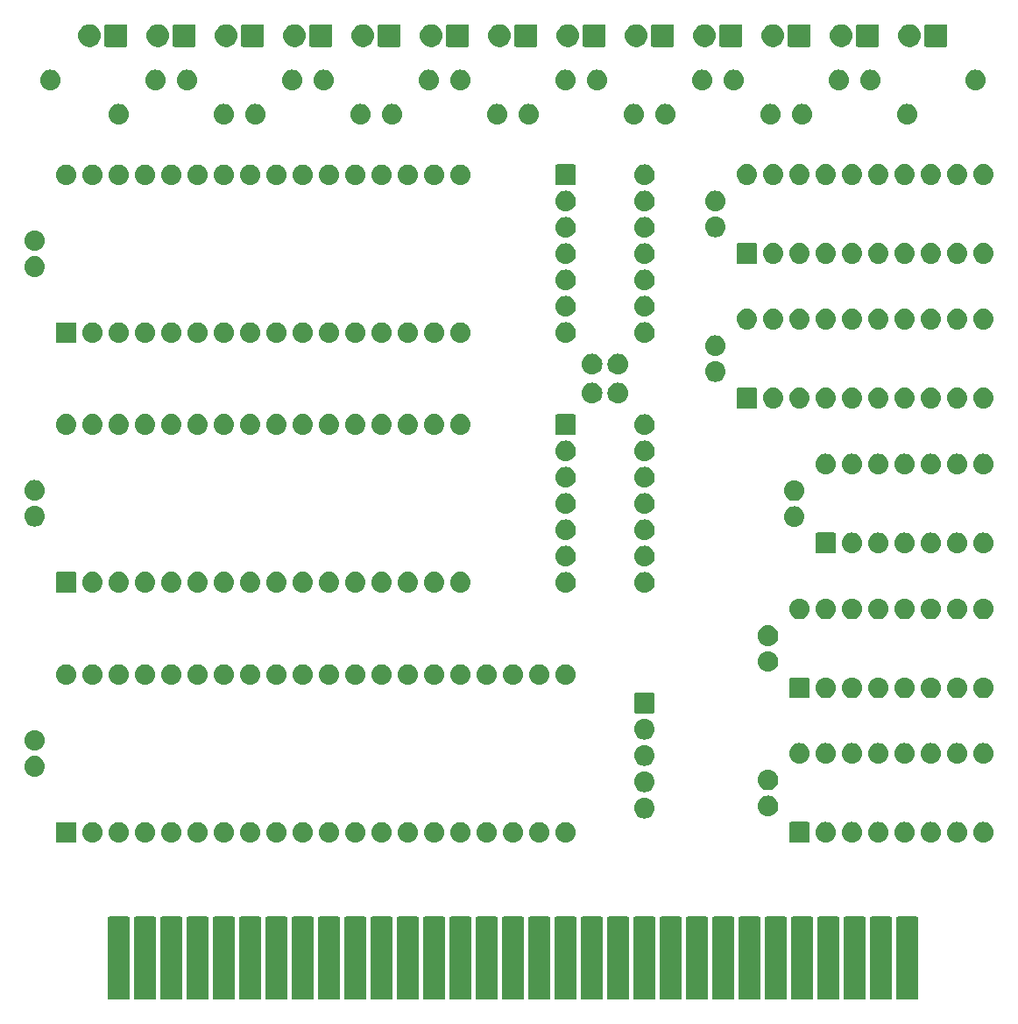
<source format=gts>
G04 #@! TF.GenerationSoftware,KiCad,Pcbnew,7.0.7*
G04 #@! TF.CreationDate,2023-08-22T19:55:34-04:00*
G04 #@! TF.ProjectId,3 - CPU and memory,33202d20-4350-4552-9061-6e64206d656d,1*
G04 #@! TF.SameCoordinates,Original*
G04 #@! TF.FileFunction,Soldermask,Top*
G04 #@! TF.FilePolarity,Negative*
%FSLAX46Y46*%
G04 Gerber Fmt 4.6, Leading zero omitted, Abs format (unit mm)*
G04 Created by KiCad (PCBNEW 7.0.7) date 2023-08-22 19:55:34*
%MOMM*%
%LPD*%
G01*
G04 APERTURE LIST*
G04 APERTURE END LIST*
G36*
X96470537Y-132617224D02*
G01*
X96535421Y-132660579D01*
X96578776Y-132725463D01*
X96594000Y-132802000D01*
X96594000Y-140422000D01*
X96578776Y-140498537D01*
X96535421Y-140563421D01*
X96470537Y-140606776D01*
X96394000Y-140622000D01*
X94614000Y-140622000D01*
X94537463Y-140606776D01*
X94472579Y-140563421D01*
X94429224Y-140498537D01*
X94414000Y-140422000D01*
X94414000Y-132802000D01*
X94429224Y-132725463D01*
X94472579Y-132660579D01*
X94537463Y-132617224D01*
X94614000Y-132602000D01*
X96394000Y-132602000D01*
X96470537Y-132617224D01*
G37*
G36*
X99010537Y-132617224D02*
G01*
X99075421Y-132660579D01*
X99118776Y-132725463D01*
X99134000Y-132802000D01*
X99134000Y-140422000D01*
X99118776Y-140498537D01*
X99075421Y-140563421D01*
X99010537Y-140606776D01*
X98934000Y-140622000D01*
X97154000Y-140622000D01*
X97077463Y-140606776D01*
X97012579Y-140563421D01*
X96969224Y-140498537D01*
X96954000Y-140422000D01*
X96954000Y-132802000D01*
X96969224Y-132725463D01*
X97012579Y-132660579D01*
X97077463Y-132617224D01*
X97154000Y-132602000D01*
X98934000Y-132602000D01*
X99010537Y-132617224D01*
G37*
G36*
X101550537Y-132617224D02*
G01*
X101615421Y-132660579D01*
X101658776Y-132725463D01*
X101674000Y-132802000D01*
X101674000Y-140422000D01*
X101658776Y-140498537D01*
X101615421Y-140563421D01*
X101550537Y-140606776D01*
X101474000Y-140622000D01*
X99694000Y-140622000D01*
X99617463Y-140606776D01*
X99552579Y-140563421D01*
X99509224Y-140498537D01*
X99494000Y-140422000D01*
X99494000Y-132802000D01*
X99509224Y-132725463D01*
X99552579Y-132660579D01*
X99617463Y-132617224D01*
X99694000Y-132602000D01*
X101474000Y-132602000D01*
X101550537Y-132617224D01*
G37*
G36*
X104090537Y-132617224D02*
G01*
X104155421Y-132660579D01*
X104198776Y-132725463D01*
X104214000Y-132802000D01*
X104214000Y-140422000D01*
X104198776Y-140498537D01*
X104155421Y-140563421D01*
X104090537Y-140606776D01*
X104014000Y-140622000D01*
X102234000Y-140622000D01*
X102157463Y-140606776D01*
X102092579Y-140563421D01*
X102049224Y-140498537D01*
X102034000Y-140422000D01*
X102034000Y-132802000D01*
X102049224Y-132725463D01*
X102092579Y-132660579D01*
X102157463Y-132617224D01*
X102234000Y-132602000D01*
X104014000Y-132602000D01*
X104090537Y-132617224D01*
G37*
G36*
X106630537Y-132617224D02*
G01*
X106695421Y-132660579D01*
X106738776Y-132725463D01*
X106754000Y-132802000D01*
X106754000Y-140422000D01*
X106738776Y-140498537D01*
X106695421Y-140563421D01*
X106630537Y-140606776D01*
X106554000Y-140622000D01*
X104774000Y-140622000D01*
X104697463Y-140606776D01*
X104632579Y-140563421D01*
X104589224Y-140498537D01*
X104574000Y-140422000D01*
X104574000Y-132802000D01*
X104589224Y-132725463D01*
X104632579Y-132660579D01*
X104697463Y-132617224D01*
X104774000Y-132602000D01*
X106554000Y-132602000D01*
X106630537Y-132617224D01*
G37*
G36*
X109170537Y-132617224D02*
G01*
X109235421Y-132660579D01*
X109278776Y-132725463D01*
X109294000Y-132802000D01*
X109294000Y-140422000D01*
X109278776Y-140498537D01*
X109235421Y-140563421D01*
X109170537Y-140606776D01*
X109094000Y-140622000D01*
X107314000Y-140622000D01*
X107237463Y-140606776D01*
X107172579Y-140563421D01*
X107129224Y-140498537D01*
X107114000Y-140422000D01*
X107114000Y-132802000D01*
X107129224Y-132725463D01*
X107172579Y-132660579D01*
X107237463Y-132617224D01*
X107314000Y-132602000D01*
X109094000Y-132602000D01*
X109170537Y-132617224D01*
G37*
G36*
X111710537Y-132617224D02*
G01*
X111775421Y-132660579D01*
X111818776Y-132725463D01*
X111834000Y-132802000D01*
X111834000Y-140422000D01*
X111818776Y-140498537D01*
X111775421Y-140563421D01*
X111710537Y-140606776D01*
X111634000Y-140622000D01*
X109854000Y-140622000D01*
X109777463Y-140606776D01*
X109712579Y-140563421D01*
X109669224Y-140498537D01*
X109654000Y-140422000D01*
X109654000Y-132802000D01*
X109669224Y-132725463D01*
X109712579Y-132660579D01*
X109777463Y-132617224D01*
X109854000Y-132602000D01*
X111634000Y-132602000D01*
X111710537Y-132617224D01*
G37*
G36*
X114250537Y-132617224D02*
G01*
X114315421Y-132660579D01*
X114358776Y-132725463D01*
X114374000Y-132802000D01*
X114374000Y-140422000D01*
X114358776Y-140498537D01*
X114315421Y-140563421D01*
X114250537Y-140606776D01*
X114174000Y-140622000D01*
X112394000Y-140622000D01*
X112317463Y-140606776D01*
X112252579Y-140563421D01*
X112209224Y-140498537D01*
X112194000Y-140422000D01*
X112194000Y-132802000D01*
X112209224Y-132725463D01*
X112252579Y-132660579D01*
X112317463Y-132617224D01*
X112394000Y-132602000D01*
X114174000Y-132602000D01*
X114250537Y-132617224D01*
G37*
G36*
X116790537Y-132617224D02*
G01*
X116855421Y-132660579D01*
X116898776Y-132725463D01*
X116914000Y-132802000D01*
X116914000Y-140422000D01*
X116898776Y-140498537D01*
X116855421Y-140563421D01*
X116790537Y-140606776D01*
X116714000Y-140622000D01*
X114934000Y-140622000D01*
X114857463Y-140606776D01*
X114792579Y-140563421D01*
X114749224Y-140498537D01*
X114734000Y-140422000D01*
X114734000Y-132802000D01*
X114749224Y-132725463D01*
X114792579Y-132660579D01*
X114857463Y-132617224D01*
X114934000Y-132602000D01*
X116714000Y-132602000D01*
X116790537Y-132617224D01*
G37*
G36*
X119330537Y-132617224D02*
G01*
X119395421Y-132660579D01*
X119438776Y-132725463D01*
X119454000Y-132802000D01*
X119454000Y-140422000D01*
X119438776Y-140498537D01*
X119395421Y-140563421D01*
X119330537Y-140606776D01*
X119254000Y-140622000D01*
X117474000Y-140622000D01*
X117397463Y-140606776D01*
X117332579Y-140563421D01*
X117289224Y-140498537D01*
X117274000Y-140422000D01*
X117274000Y-132802000D01*
X117289224Y-132725463D01*
X117332579Y-132660579D01*
X117397463Y-132617224D01*
X117474000Y-132602000D01*
X119254000Y-132602000D01*
X119330537Y-132617224D01*
G37*
G36*
X121870537Y-132617224D02*
G01*
X121935421Y-132660579D01*
X121978776Y-132725463D01*
X121994000Y-132802000D01*
X121994000Y-140422000D01*
X121978776Y-140498537D01*
X121935421Y-140563421D01*
X121870537Y-140606776D01*
X121794000Y-140622000D01*
X120014000Y-140622000D01*
X119937463Y-140606776D01*
X119872579Y-140563421D01*
X119829224Y-140498537D01*
X119814000Y-140422000D01*
X119814000Y-132802000D01*
X119829224Y-132725463D01*
X119872579Y-132660579D01*
X119937463Y-132617224D01*
X120014000Y-132602000D01*
X121794000Y-132602000D01*
X121870537Y-132617224D01*
G37*
G36*
X124410537Y-132617224D02*
G01*
X124475421Y-132660579D01*
X124518776Y-132725463D01*
X124534000Y-132802000D01*
X124534000Y-140422000D01*
X124518776Y-140498537D01*
X124475421Y-140563421D01*
X124410537Y-140606776D01*
X124334000Y-140622000D01*
X122554000Y-140622000D01*
X122477463Y-140606776D01*
X122412579Y-140563421D01*
X122369224Y-140498537D01*
X122354000Y-140422000D01*
X122354000Y-132802000D01*
X122369224Y-132725463D01*
X122412579Y-132660579D01*
X122477463Y-132617224D01*
X122554000Y-132602000D01*
X124334000Y-132602000D01*
X124410537Y-132617224D01*
G37*
G36*
X126950537Y-132617224D02*
G01*
X127015421Y-132660579D01*
X127058776Y-132725463D01*
X127074000Y-132802000D01*
X127074000Y-140422000D01*
X127058776Y-140498537D01*
X127015421Y-140563421D01*
X126950537Y-140606776D01*
X126874000Y-140622000D01*
X125094000Y-140622000D01*
X125017463Y-140606776D01*
X124952579Y-140563421D01*
X124909224Y-140498537D01*
X124894000Y-140422000D01*
X124894000Y-132802000D01*
X124909224Y-132725463D01*
X124952579Y-132660579D01*
X125017463Y-132617224D01*
X125094000Y-132602000D01*
X126874000Y-132602000D01*
X126950537Y-132617224D01*
G37*
G36*
X129490537Y-132617224D02*
G01*
X129555421Y-132660579D01*
X129598776Y-132725463D01*
X129614000Y-132802000D01*
X129614000Y-140422000D01*
X129598776Y-140498537D01*
X129555421Y-140563421D01*
X129490537Y-140606776D01*
X129414000Y-140622000D01*
X127634000Y-140622000D01*
X127557463Y-140606776D01*
X127492579Y-140563421D01*
X127449224Y-140498537D01*
X127434000Y-140422000D01*
X127434000Y-132802000D01*
X127449224Y-132725463D01*
X127492579Y-132660579D01*
X127557463Y-132617224D01*
X127634000Y-132602000D01*
X129414000Y-132602000D01*
X129490537Y-132617224D01*
G37*
G36*
X132030537Y-132617224D02*
G01*
X132095421Y-132660579D01*
X132138776Y-132725463D01*
X132154000Y-132802000D01*
X132154000Y-140422000D01*
X132138776Y-140498537D01*
X132095421Y-140563421D01*
X132030537Y-140606776D01*
X131954000Y-140622000D01*
X130174000Y-140622000D01*
X130097463Y-140606776D01*
X130032579Y-140563421D01*
X129989224Y-140498537D01*
X129974000Y-140422000D01*
X129974000Y-132802000D01*
X129989224Y-132725463D01*
X130032579Y-132660579D01*
X130097463Y-132617224D01*
X130174000Y-132602000D01*
X131954000Y-132602000D01*
X132030537Y-132617224D01*
G37*
G36*
X134570537Y-132617224D02*
G01*
X134635421Y-132660579D01*
X134678776Y-132725463D01*
X134694000Y-132802000D01*
X134694000Y-140422000D01*
X134678776Y-140498537D01*
X134635421Y-140563421D01*
X134570537Y-140606776D01*
X134494000Y-140622000D01*
X132714000Y-140622000D01*
X132637463Y-140606776D01*
X132572579Y-140563421D01*
X132529224Y-140498537D01*
X132514000Y-140422000D01*
X132514000Y-132802000D01*
X132529224Y-132725463D01*
X132572579Y-132660579D01*
X132637463Y-132617224D01*
X132714000Y-132602000D01*
X134494000Y-132602000D01*
X134570537Y-132617224D01*
G37*
G36*
X137110537Y-132617224D02*
G01*
X137175421Y-132660579D01*
X137218776Y-132725463D01*
X137234000Y-132802000D01*
X137234000Y-140422000D01*
X137218776Y-140498537D01*
X137175421Y-140563421D01*
X137110537Y-140606776D01*
X137034000Y-140622000D01*
X135254000Y-140622000D01*
X135177463Y-140606776D01*
X135112579Y-140563421D01*
X135069224Y-140498537D01*
X135054000Y-140422000D01*
X135054000Y-132802000D01*
X135069224Y-132725463D01*
X135112579Y-132660579D01*
X135177463Y-132617224D01*
X135254000Y-132602000D01*
X137034000Y-132602000D01*
X137110537Y-132617224D01*
G37*
G36*
X139650537Y-132617224D02*
G01*
X139715421Y-132660579D01*
X139758776Y-132725463D01*
X139774000Y-132802000D01*
X139774000Y-140422000D01*
X139758776Y-140498537D01*
X139715421Y-140563421D01*
X139650537Y-140606776D01*
X139574000Y-140622000D01*
X137794000Y-140622000D01*
X137717463Y-140606776D01*
X137652579Y-140563421D01*
X137609224Y-140498537D01*
X137594000Y-140422000D01*
X137594000Y-132802000D01*
X137609224Y-132725463D01*
X137652579Y-132660579D01*
X137717463Y-132617224D01*
X137794000Y-132602000D01*
X139574000Y-132602000D01*
X139650537Y-132617224D01*
G37*
G36*
X142190537Y-132617224D02*
G01*
X142255421Y-132660579D01*
X142298776Y-132725463D01*
X142314000Y-132802000D01*
X142314000Y-140422000D01*
X142298776Y-140498537D01*
X142255421Y-140563421D01*
X142190537Y-140606776D01*
X142114000Y-140622000D01*
X140334000Y-140622000D01*
X140257463Y-140606776D01*
X140192579Y-140563421D01*
X140149224Y-140498537D01*
X140134000Y-140422000D01*
X140134000Y-132802000D01*
X140149224Y-132725463D01*
X140192579Y-132660579D01*
X140257463Y-132617224D01*
X140334000Y-132602000D01*
X142114000Y-132602000D01*
X142190537Y-132617224D01*
G37*
G36*
X144730537Y-132617224D02*
G01*
X144795421Y-132660579D01*
X144838776Y-132725463D01*
X144854000Y-132802000D01*
X144854000Y-140422000D01*
X144838776Y-140498537D01*
X144795421Y-140563421D01*
X144730537Y-140606776D01*
X144654000Y-140622000D01*
X142874000Y-140622000D01*
X142797463Y-140606776D01*
X142732579Y-140563421D01*
X142689224Y-140498537D01*
X142674000Y-140422000D01*
X142674000Y-132802000D01*
X142689224Y-132725463D01*
X142732579Y-132660579D01*
X142797463Y-132617224D01*
X142874000Y-132602000D01*
X144654000Y-132602000D01*
X144730537Y-132617224D01*
G37*
G36*
X147270537Y-132617224D02*
G01*
X147335421Y-132660579D01*
X147378776Y-132725463D01*
X147394000Y-132802000D01*
X147394000Y-140422000D01*
X147378776Y-140498537D01*
X147335421Y-140563421D01*
X147270537Y-140606776D01*
X147194000Y-140622000D01*
X145414000Y-140622000D01*
X145337463Y-140606776D01*
X145272579Y-140563421D01*
X145229224Y-140498537D01*
X145214000Y-140422000D01*
X145214000Y-132802000D01*
X145229224Y-132725463D01*
X145272579Y-132660579D01*
X145337463Y-132617224D01*
X145414000Y-132602000D01*
X147194000Y-132602000D01*
X147270537Y-132617224D01*
G37*
G36*
X149810537Y-132617224D02*
G01*
X149875421Y-132660579D01*
X149918776Y-132725463D01*
X149934000Y-132802000D01*
X149934000Y-140422000D01*
X149918776Y-140498537D01*
X149875421Y-140563421D01*
X149810537Y-140606776D01*
X149734000Y-140622000D01*
X147954000Y-140622000D01*
X147877463Y-140606776D01*
X147812579Y-140563421D01*
X147769224Y-140498537D01*
X147754000Y-140422000D01*
X147754000Y-132802000D01*
X147769224Y-132725463D01*
X147812579Y-132660579D01*
X147877463Y-132617224D01*
X147954000Y-132602000D01*
X149734000Y-132602000D01*
X149810537Y-132617224D01*
G37*
G36*
X152350537Y-132617224D02*
G01*
X152415421Y-132660579D01*
X152458776Y-132725463D01*
X152474000Y-132802000D01*
X152474000Y-140422000D01*
X152458776Y-140498537D01*
X152415421Y-140563421D01*
X152350537Y-140606776D01*
X152274000Y-140622000D01*
X150494000Y-140622000D01*
X150417463Y-140606776D01*
X150352579Y-140563421D01*
X150309224Y-140498537D01*
X150294000Y-140422000D01*
X150294000Y-132802000D01*
X150309224Y-132725463D01*
X150352579Y-132660579D01*
X150417463Y-132617224D01*
X150494000Y-132602000D01*
X152274000Y-132602000D01*
X152350537Y-132617224D01*
G37*
G36*
X154890537Y-132617224D02*
G01*
X154955421Y-132660579D01*
X154998776Y-132725463D01*
X155014000Y-132802000D01*
X155014000Y-140422000D01*
X154998776Y-140498537D01*
X154955421Y-140563421D01*
X154890537Y-140606776D01*
X154814000Y-140622000D01*
X153034000Y-140622000D01*
X152957463Y-140606776D01*
X152892579Y-140563421D01*
X152849224Y-140498537D01*
X152834000Y-140422000D01*
X152834000Y-132802000D01*
X152849224Y-132725463D01*
X152892579Y-132660579D01*
X152957463Y-132617224D01*
X153034000Y-132602000D01*
X154814000Y-132602000D01*
X154890537Y-132617224D01*
G37*
G36*
X157430537Y-132617224D02*
G01*
X157495421Y-132660579D01*
X157538776Y-132725463D01*
X157554000Y-132802000D01*
X157554000Y-140422000D01*
X157538776Y-140498537D01*
X157495421Y-140563421D01*
X157430537Y-140606776D01*
X157354000Y-140622000D01*
X155574000Y-140622000D01*
X155497463Y-140606776D01*
X155432579Y-140563421D01*
X155389224Y-140498537D01*
X155374000Y-140422000D01*
X155374000Y-132802000D01*
X155389224Y-132725463D01*
X155432579Y-132660579D01*
X155497463Y-132617224D01*
X155574000Y-132602000D01*
X157354000Y-132602000D01*
X157430537Y-132617224D01*
G37*
G36*
X159970537Y-132617224D02*
G01*
X160035421Y-132660579D01*
X160078776Y-132725463D01*
X160094000Y-132802000D01*
X160094000Y-140422000D01*
X160078776Y-140498537D01*
X160035421Y-140563421D01*
X159970537Y-140606776D01*
X159894000Y-140622000D01*
X158114000Y-140622000D01*
X158037463Y-140606776D01*
X157972579Y-140563421D01*
X157929224Y-140498537D01*
X157914000Y-140422000D01*
X157914000Y-132802000D01*
X157929224Y-132725463D01*
X157972579Y-132660579D01*
X158037463Y-132617224D01*
X158114000Y-132602000D01*
X159894000Y-132602000D01*
X159970537Y-132617224D01*
G37*
G36*
X162510537Y-132617224D02*
G01*
X162575421Y-132660579D01*
X162618776Y-132725463D01*
X162634000Y-132802000D01*
X162634000Y-140422000D01*
X162618776Y-140498537D01*
X162575421Y-140563421D01*
X162510537Y-140606776D01*
X162434000Y-140622000D01*
X160654000Y-140622000D01*
X160577463Y-140606776D01*
X160512579Y-140563421D01*
X160469224Y-140498537D01*
X160454000Y-140422000D01*
X160454000Y-132802000D01*
X160469224Y-132725463D01*
X160512579Y-132660579D01*
X160577463Y-132617224D01*
X160654000Y-132602000D01*
X162434000Y-132602000D01*
X162510537Y-132617224D01*
G37*
G36*
X165050537Y-132617224D02*
G01*
X165115421Y-132660579D01*
X165158776Y-132725463D01*
X165174000Y-132802000D01*
X165174000Y-140422000D01*
X165158776Y-140498537D01*
X165115421Y-140563421D01*
X165050537Y-140606776D01*
X164974000Y-140622000D01*
X163194000Y-140622000D01*
X163117463Y-140606776D01*
X163052579Y-140563421D01*
X163009224Y-140498537D01*
X162994000Y-140422000D01*
X162994000Y-132802000D01*
X163009224Y-132725463D01*
X163052579Y-132660579D01*
X163117463Y-132617224D01*
X163194000Y-132602000D01*
X164974000Y-132602000D01*
X165050537Y-132617224D01*
G37*
G36*
X167590537Y-132617224D02*
G01*
X167655421Y-132660579D01*
X167698776Y-132725463D01*
X167714000Y-132802000D01*
X167714000Y-140422000D01*
X167698776Y-140498537D01*
X167655421Y-140563421D01*
X167590537Y-140606776D01*
X167514000Y-140622000D01*
X165734000Y-140622000D01*
X165657463Y-140606776D01*
X165592579Y-140563421D01*
X165549224Y-140498537D01*
X165534000Y-140422000D01*
X165534000Y-132802000D01*
X165549224Y-132725463D01*
X165592579Y-132660579D01*
X165657463Y-132617224D01*
X165734000Y-132602000D01*
X167514000Y-132602000D01*
X167590537Y-132617224D01*
G37*
G36*
X170130537Y-132617224D02*
G01*
X170195421Y-132660579D01*
X170238776Y-132725463D01*
X170254000Y-132802000D01*
X170254000Y-140422000D01*
X170238776Y-140498537D01*
X170195421Y-140563421D01*
X170130537Y-140606776D01*
X170054000Y-140622000D01*
X168274000Y-140622000D01*
X168197463Y-140606776D01*
X168132579Y-140563421D01*
X168089224Y-140498537D01*
X168074000Y-140422000D01*
X168074000Y-132802000D01*
X168089224Y-132725463D01*
X168132579Y-132660579D01*
X168197463Y-132617224D01*
X168274000Y-132602000D01*
X170054000Y-132602000D01*
X170130537Y-132617224D01*
G37*
G36*
X172670537Y-132617224D02*
G01*
X172735421Y-132660579D01*
X172778776Y-132725463D01*
X172794000Y-132802000D01*
X172794000Y-140422000D01*
X172778776Y-140498537D01*
X172735421Y-140563421D01*
X172670537Y-140606776D01*
X172594000Y-140622000D01*
X170814000Y-140622000D01*
X170737463Y-140606776D01*
X170672579Y-140563421D01*
X170629224Y-140498537D01*
X170614000Y-140422000D01*
X170614000Y-132802000D01*
X170629224Y-132725463D01*
X170672579Y-132660579D01*
X170737463Y-132617224D01*
X170814000Y-132602000D01*
X172594000Y-132602000D01*
X172670537Y-132617224D01*
G37*
G36*
X91305537Y-123480224D02*
G01*
X91370421Y-123523579D01*
X91413776Y-123588463D01*
X91429000Y-123665000D01*
X91429000Y-125265000D01*
X91413776Y-125341537D01*
X91370421Y-125406421D01*
X91305537Y-125449776D01*
X91229000Y-125465000D01*
X89629000Y-125465000D01*
X89552463Y-125449776D01*
X89487579Y-125406421D01*
X89444224Y-125341537D01*
X89429000Y-125265000D01*
X89429000Y-123665000D01*
X89444224Y-123588463D01*
X89487579Y-123523579D01*
X89552463Y-123480224D01*
X89629000Y-123465000D01*
X91229000Y-123465000D01*
X91305537Y-123480224D01*
G37*
G36*
X93164090Y-123484215D02*
G01*
X93351683Y-123541120D01*
X93524570Y-123633530D01*
X93676107Y-123757893D01*
X93800470Y-123909430D01*
X93892880Y-124082317D01*
X93949785Y-124269910D01*
X93969000Y-124465000D01*
X93949785Y-124660090D01*
X93892880Y-124847683D01*
X93800470Y-125020570D01*
X93676107Y-125172107D01*
X93524570Y-125296470D01*
X93351683Y-125388880D01*
X93164090Y-125445785D01*
X92969000Y-125465000D01*
X92773910Y-125445785D01*
X92586317Y-125388880D01*
X92413430Y-125296470D01*
X92261893Y-125172107D01*
X92137530Y-125020570D01*
X92045120Y-124847683D01*
X91988215Y-124660090D01*
X91969000Y-124465000D01*
X91988215Y-124269910D01*
X92045120Y-124082317D01*
X92137530Y-123909430D01*
X92261893Y-123757893D01*
X92413430Y-123633530D01*
X92586317Y-123541120D01*
X92773910Y-123484215D01*
X92969000Y-123465000D01*
X93164090Y-123484215D01*
G37*
G36*
X95704090Y-123484215D02*
G01*
X95891683Y-123541120D01*
X96064570Y-123633530D01*
X96216107Y-123757893D01*
X96340470Y-123909430D01*
X96432880Y-124082317D01*
X96489785Y-124269910D01*
X96509000Y-124465000D01*
X96489785Y-124660090D01*
X96432880Y-124847683D01*
X96340470Y-125020570D01*
X96216107Y-125172107D01*
X96064570Y-125296470D01*
X95891683Y-125388880D01*
X95704090Y-125445785D01*
X95509000Y-125465000D01*
X95313910Y-125445785D01*
X95126317Y-125388880D01*
X94953430Y-125296470D01*
X94801893Y-125172107D01*
X94677530Y-125020570D01*
X94585120Y-124847683D01*
X94528215Y-124660090D01*
X94509000Y-124465000D01*
X94528215Y-124269910D01*
X94585120Y-124082317D01*
X94677530Y-123909430D01*
X94801893Y-123757893D01*
X94953430Y-123633530D01*
X95126317Y-123541120D01*
X95313910Y-123484215D01*
X95509000Y-123465000D01*
X95704090Y-123484215D01*
G37*
G36*
X98244090Y-123484215D02*
G01*
X98431683Y-123541120D01*
X98604570Y-123633530D01*
X98756107Y-123757893D01*
X98880470Y-123909430D01*
X98972880Y-124082317D01*
X99029785Y-124269910D01*
X99049000Y-124465000D01*
X99029785Y-124660090D01*
X98972880Y-124847683D01*
X98880470Y-125020570D01*
X98756107Y-125172107D01*
X98604570Y-125296470D01*
X98431683Y-125388880D01*
X98244090Y-125445785D01*
X98049000Y-125465000D01*
X97853910Y-125445785D01*
X97666317Y-125388880D01*
X97493430Y-125296470D01*
X97341893Y-125172107D01*
X97217530Y-125020570D01*
X97125120Y-124847683D01*
X97068215Y-124660090D01*
X97049000Y-124465000D01*
X97068215Y-124269910D01*
X97125120Y-124082317D01*
X97217530Y-123909430D01*
X97341893Y-123757893D01*
X97493430Y-123633530D01*
X97666317Y-123541120D01*
X97853910Y-123484215D01*
X98049000Y-123465000D01*
X98244090Y-123484215D01*
G37*
G36*
X100784090Y-123484215D02*
G01*
X100971683Y-123541120D01*
X101144570Y-123633530D01*
X101296107Y-123757893D01*
X101420470Y-123909430D01*
X101512880Y-124082317D01*
X101569785Y-124269910D01*
X101589000Y-124465000D01*
X101569785Y-124660090D01*
X101512880Y-124847683D01*
X101420470Y-125020570D01*
X101296107Y-125172107D01*
X101144570Y-125296470D01*
X100971683Y-125388880D01*
X100784090Y-125445785D01*
X100589000Y-125465000D01*
X100393910Y-125445785D01*
X100206317Y-125388880D01*
X100033430Y-125296470D01*
X99881893Y-125172107D01*
X99757530Y-125020570D01*
X99665120Y-124847683D01*
X99608215Y-124660090D01*
X99589000Y-124465000D01*
X99608215Y-124269910D01*
X99665120Y-124082317D01*
X99757530Y-123909430D01*
X99881893Y-123757893D01*
X100033430Y-123633530D01*
X100206317Y-123541120D01*
X100393910Y-123484215D01*
X100589000Y-123465000D01*
X100784090Y-123484215D01*
G37*
G36*
X103324090Y-123484215D02*
G01*
X103511683Y-123541120D01*
X103684570Y-123633530D01*
X103836107Y-123757893D01*
X103960470Y-123909430D01*
X104052880Y-124082317D01*
X104109785Y-124269910D01*
X104129000Y-124465000D01*
X104109785Y-124660090D01*
X104052880Y-124847683D01*
X103960470Y-125020570D01*
X103836107Y-125172107D01*
X103684570Y-125296470D01*
X103511683Y-125388880D01*
X103324090Y-125445785D01*
X103129000Y-125465000D01*
X102933910Y-125445785D01*
X102746317Y-125388880D01*
X102573430Y-125296470D01*
X102421893Y-125172107D01*
X102297530Y-125020570D01*
X102205120Y-124847683D01*
X102148215Y-124660090D01*
X102129000Y-124465000D01*
X102148215Y-124269910D01*
X102205120Y-124082317D01*
X102297530Y-123909430D01*
X102421893Y-123757893D01*
X102573430Y-123633530D01*
X102746317Y-123541120D01*
X102933910Y-123484215D01*
X103129000Y-123465000D01*
X103324090Y-123484215D01*
G37*
G36*
X105864090Y-123484215D02*
G01*
X106051683Y-123541120D01*
X106224570Y-123633530D01*
X106376107Y-123757893D01*
X106500470Y-123909430D01*
X106592880Y-124082317D01*
X106649785Y-124269910D01*
X106669000Y-124465000D01*
X106649785Y-124660090D01*
X106592880Y-124847683D01*
X106500470Y-125020570D01*
X106376107Y-125172107D01*
X106224570Y-125296470D01*
X106051683Y-125388880D01*
X105864090Y-125445785D01*
X105669000Y-125465000D01*
X105473910Y-125445785D01*
X105286317Y-125388880D01*
X105113430Y-125296470D01*
X104961893Y-125172107D01*
X104837530Y-125020570D01*
X104745120Y-124847683D01*
X104688215Y-124660090D01*
X104669000Y-124465000D01*
X104688215Y-124269910D01*
X104745120Y-124082317D01*
X104837530Y-123909430D01*
X104961893Y-123757893D01*
X105113430Y-123633530D01*
X105286317Y-123541120D01*
X105473910Y-123484215D01*
X105669000Y-123465000D01*
X105864090Y-123484215D01*
G37*
G36*
X108404090Y-123484215D02*
G01*
X108591683Y-123541120D01*
X108764570Y-123633530D01*
X108916107Y-123757893D01*
X109040470Y-123909430D01*
X109132880Y-124082317D01*
X109189785Y-124269910D01*
X109209000Y-124465000D01*
X109189785Y-124660090D01*
X109132880Y-124847683D01*
X109040470Y-125020570D01*
X108916107Y-125172107D01*
X108764570Y-125296470D01*
X108591683Y-125388880D01*
X108404090Y-125445785D01*
X108209000Y-125465000D01*
X108013910Y-125445785D01*
X107826317Y-125388880D01*
X107653430Y-125296470D01*
X107501893Y-125172107D01*
X107377530Y-125020570D01*
X107285120Y-124847683D01*
X107228215Y-124660090D01*
X107209000Y-124465000D01*
X107228215Y-124269910D01*
X107285120Y-124082317D01*
X107377530Y-123909430D01*
X107501893Y-123757893D01*
X107653430Y-123633530D01*
X107826317Y-123541120D01*
X108013910Y-123484215D01*
X108209000Y-123465000D01*
X108404090Y-123484215D01*
G37*
G36*
X110944090Y-123484215D02*
G01*
X111131683Y-123541120D01*
X111304570Y-123633530D01*
X111456107Y-123757893D01*
X111580470Y-123909430D01*
X111672880Y-124082317D01*
X111729785Y-124269910D01*
X111749000Y-124465000D01*
X111729785Y-124660090D01*
X111672880Y-124847683D01*
X111580470Y-125020570D01*
X111456107Y-125172107D01*
X111304570Y-125296470D01*
X111131683Y-125388880D01*
X110944090Y-125445785D01*
X110749000Y-125465000D01*
X110553910Y-125445785D01*
X110366317Y-125388880D01*
X110193430Y-125296470D01*
X110041893Y-125172107D01*
X109917530Y-125020570D01*
X109825120Y-124847683D01*
X109768215Y-124660090D01*
X109749000Y-124465000D01*
X109768215Y-124269910D01*
X109825120Y-124082317D01*
X109917530Y-123909430D01*
X110041893Y-123757893D01*
X110193430Y-123633530D01*
X110366317Y-123541120D01*
X110553910Y-123484215D01*
X110749000Y-123465000D01*
X110944090Y-123484215D01*
G37*
G36*
X113484090Y-123484215D02*
G01*
X113671683Y-123541120D01*
X113844570Y-123633530D01*
X113996107Y-123757893D01*
X114120470Y-123909430D01*
X114212880Y-124082317D01*
X114269785Y-124269910D01*
X114289000Y-124465000D01*
X114269785Y-124660090D01*
X114212880Y-124847683D01*
X114120470Y-125020570D01*
X113996107Y-125172107D01*
X113844570Y-125296470D01*
X113671683Y-125388880D01*
X113484090Y-125445785D01*
X113289000Y-125465000D01*
X113093910Y-125445785D01*
X112906317Y-125388880D01*
X112733430Y-125296470D01*
X112581893Y-125172107D01*
X112457530Y-125020570D01*
X112365120Y-124847683D01*
X112308215Y-124660090D01*
X112289000Y-124465000D01*
X112308215Y-124269910D01*
X112365120Y-124082317D01*
X112457530Y-123909430D01*
X112581893Y-123757893D01*
X112733430Y-123633530D01*
X112906317Y-123541120D01*
X113093910Y-123484215D01*
X113289000Y-123465000D01*
X113484090Y-123484215D01*
G37*
G36*
X116024090Y-123484215D02*
G01*
X116211683Y-123541120D01*
X116384570Y-123633530D01*
X116536107Y-123757893D01*
X116660470Y-123909430D01*
X116752880Y-124082317D01*
X116809785Y-124269910D01*
X116829000Y-124465000D01*
X116809785Y-124660090D01*
X116752880Y-124847683D01*
X116660470Y-125020570D01*
X116536107Y-125172107D01*
X116384570Y-125296470D01*
X116211683Y-125388880D01*
X116024090Y-125445785D01*
X115829000Y-125465000D01*
X115633910Y-125445785D01*
X115446317Y-125388880D01*
X115273430Y-125296470D01*
X115121893Y-125172107D01*
X114997530Y-125020570D01*
X114905120Y-124847683D01*
X114848215Y-124660090D01*
X114829000Y-124465000D01*
X114848215Y-124269910D01*
X114905120Y-124082317D01*
X114997530Y-123909430D01*
X115121893Y-123757893D01*
X115273430Y-123633530D01*
X115446317Y-123541120D01*
X115633910Y-123484215D01*
X115829000Y-123465000D01*
X116024090Y-123484215D01*
G37*
G36*
X118564090Y-123484215D02*
G01*
X118751683Y-123541120D01*
X118924570Y-123633530D01*
X119076107Y-123757893D01*
X119200470Y-123909430D01*
X119292880Y-124082317D01*
X119349785Y-124269910D01*
X119369000Y-124465000D01*
X119349785Y-124660090D01*
X119292880Y-124847683D01*
X119200470Y-125020570D01*
X119076107Y-125172107D01*
X118924570Y-125296470D01*
X118751683Y-125388880D01*
X118564090Y-125445785D01*
X118369000Y-125465000D01*
X118173910Y-125445785D01*
X117986317Y-125388880D01*
X117813430Y-125296470D01*
X117661893Y-125172107D01*
X117537530Y-125020570D01*
X117445120Y-124847683D01*
X117388215Y-124660090D01*
X117369000Y-124465000D01*
X117388215Y-124269910D01*
X117445120Y-124082317D01*
X117537530Y-123909430D01*
X117661893Y-123757893D01*
X117813430Y-123633530D01*
X117986317Y-123541120D01*
X118173910Y-123484215D01*
X118369000Y-123465000D01*
X118564090Y-123484215D01*
G37*
G36*
X121104090Y-123484215D02*
G01*
X121291683Y-123541120D01*
X121464570Y-123633530D01*
X121616107Y-123757893D01*
X121740470Y-123909430D01*
X121832880Y-124082317D01*
X121889785Y-124269910D01*
X121909000Y-124465000D01*
X121889785Y-124660090D01*
X121832880Y-124847683D01*
X121740470Y-125020570D01*
X121616107Y-125172107D01*
X121464570Y-125296470D01*
X121291683Y-125388880D01*
X121104090Y-125445785D01*
X120909000Y-125465000D01*
X120713910Y-125445785D01*
X120526317Y-125388880D01*
X120353430Y-125296470D01*
X120201893Y-125172107D01*
X120077530Y-125020570D01*
X119985120Y-124847683D01*
X119928215Y-124660090D01*
X119909000Y-124465000D01*
X119928215Y-124269910D01*
X119985120Y-124082317D01*
X120077530Y-123909430D01*
X120201893Y-123757893D01*
X120353430Y-123633530D01*
X120526317Y-123541120D01*
X120713910Y-123484215D01*
X120909000Y-123465000D01*
X121104090Y-123484215D01*
G37*
G36*
X123644090Y-123484215D02*
G01*
X123831683Y-123541120D01*
X124004570Y-123633530D01*
X124156107Y-123757893D01*
X124280470Y-123909430D01*
X124372880Y-124082317D01*
X124429785Y-124269910D01*
X124449000Y-124465000D01*
X124429785Y-124660090D01*
X124372880Y-124847683D01*
X124280470Y-125020570D01*
X124156107Y-125172107D01*
X124004570Y-125296470D01*
X123831683Y-125388880D01*
X123644090Y-125445785D01*
X123449000Y-125465000D01*
X123253910Y-125445785D01*
X123066317Y-125388880D01*
X122893430Y-125296470D01*
X122741893Y-125172107D01*
X122617530Y-125020570D01*
X122525120Y-124847683D01*
X122468215Y-124660090D01*
X122449000Y-124465000D01*
X122468215Y-124269910D01*
X122525120Y-124082317D01*
X122617530Y-123909430D01*
X122741893Y-123757893D01*
X122893430Y-123633530D01*
X123066317Y-123541120D01*
X123253910Y-123484215D01*
X123449000Y-123465000D01*
X123644090Y-123484215D01*
G37*
G36*
X126184090Y-123484215D02*
G01*
X126371683Y-123541120D01*
X126544570Y-123633530D01*
X126696107Y-123757893D01*
X126820470Y-123909430D01*
X126912880Y-124082317D01*
X126969785Y-124269910D01*
X126989000Y-124465000D01*
X126969785Y-124660090D01*
X126912880Y-124847683D01*
X126820470Y-125020570D01*
X126696107Y-125172107D01*
X126544570Y-125296470D01*
X126371683Y-125388880D01*
X126184090Y-125445785D01*
X125989000Y-125465000D01*
X125793910Y-125445785D01*
X125606317Y-125388880D01*
X125433430Y-125296470D01*
X125281893Y-125172107D01*
X125157530Y-125020570D01*
X125065120Y-124847683D01*
X125008215Y-124660090D01*
X124989000Y-124465000D01*
X125008215Y-124269910D01*
X125065120Y-124082317D01*
X125157530Y-123909430D01*
X125281893Y-123757893D01*
X125433430Y-123633530D01*
X125606317Y-123541120D01*
X125793910Y-123484215D01*
X125989000Y-123465000D01*
X126184090Y-123484215D01*
G37*
G36*
X128724090Y-123484215D02*
G01*
X128911683Y-123541120D01*
X129084570Y-123633530D01*
X129236107Y-123757893D01*
X129360470Y-123909430D01*
X129452880Y-124082317D01*
X129509785Y-124269910D01*
X129529000Y-124465000D01*
X129509785Y-124660090D01*
X129452880Y-124847683D01*
X129360470Y-125020570D01*
X129236107Y-125172107D01*
X129084570Y-125296470D01*
X128911683Y-125388880D01*
X128724090Y-125445785D01*
X128529000Y-125465000D01*
X128333910Y-125445785D01*
X128146317Y-125388880D01*
X127973430Y-125296470D01*
X127821893Y-125172107D01*
X127697530Y-125020570D01*
X127605120Y-124847683D01*
X127548215Y-124660090D01*
X127529000Y-124465000D01*
X127548215Y-124269910D01*
X127605120Y-124082317D01*
X127697530Y-123909430D01*
X127821893Y-123757893D01*
X127973430Y-123633530D01*
X128146317Y-123541120D01*
X128333910Y-123484215D01*
X128529000Y-123465000D01*
X128724090Y-123484215D01*
G37*
G36*
X131264090Y-123484215D02*
G01*
X131451683Y-123541120D01*
X131624570Y-123633530D01*
X131776107Y-123757893D01*
X131900470Y-123909430D01*
X131992880Y-124082317D01*
X132049785Y-124269910D01*
X132069000Y-124465000D01*
X132049785Y-124660090D01*
X131992880Y-124847683D01*
X131900470Y-125020570D01*
X131776107Y-125172107D01*
X131624570Y-125296470D01*
X131451683Y-125388880D01*
X131264090Y-125445785D01*
X131069000Y-125465000D01*
X130873910Y-125445785D01*
X130686317Y-125388880D01*
X130513430Y-125296470D01*
X130361893Y-125172107D01*
X130237530Y-125020570D01*
X130145120Y-124847683D01*
X130088215Y-124660090D01*
X130069000Y-124465000D01*
X130088215Y-124269910D01*
X130145120Y-124082317D01*
X130237530Y-123909430D01*
X130361893Y-123757893D01*
X130513430Y-123633530D01*
X130686317Y-123541120D01*
X130873910Y-123484215D01*
X131069000Y-123465000D01*
X131264090Y-123484215D01*
G37*
G36*
X133804090Y-123484215D02*
G01*
X133991683Y-123541120D01*
X134164570Y-123633530D01*
X134316107Y-123757893D01*
X134440470Y-123909430D01*
X134532880Y-124082317D01*
X134589785Y-124269910D01*
X134609000Y-124465000D01*
X134589785Y-124660090D01*
X134532880Y-124847683D01*
X134440470Y-125020570D01*
X134316107Y-125172107D01*
X134164570Y-125296470D01*
X133991683Y-125388880D01*
X133804090Y-125445785D01*
X133609000Y-125465000D01*
X133413910Y-125445785D01*
X133226317Y-125388880D01*
X133053430Y-125296470D01*
X132901893Y-125172107D01*
X132777530Y-125020570D01*
X132685120Y-124847683D01*
X132628215Y-124660090D01*
X132609000Y-124465000D01*
X132628215Y-124269910D01*
X132685120Y-124082317D01*
X132777530Y-123909430D01*
X132901893Y-123757893D01*
X133053430Y-123633530D01*
X133226317Y-123541120D01*
X133413910Y-123484215D01*
X133609000Y-123465000D01*
X133804090Y-123484215D01*
G37*
G36*
X136344090Y-123484215D02*
G01*
X136531683Y-123541120D01*
X136704570Y-123633530D01*
X136856107Y-123757893D01*
X136980470Y-123909430D01*
X137072880Y-124082317D01*
X137129785Y-124269910D01*
X137149000Y-124465000D01*
X137129785Y-124660090D01*
X137072880Y-124847683D01*
X136980470Y-125020570D01*
X136856107Y-125172107D01*
X136704570Y-125296470D01*
X136531683Y-125388880D01*
X136344090Y-125445785D01*
X136149000Y-125465000D01*
X135953910Y-125445785D01*
X135766317Y-125388880D01*
X135593430Y-125296470D01*
X135441893Y-125172107D01*
X135317530Y-125020570D01*
X135225120Y-124847683D01*
X135168215Y-124660090D01*
X135149000Y-124465000D01*
X135168215Y-124269910D01*
X135225120Y-124082317D01*
X135317530Y-123909430D01*
X135441893Y-123757893D01*
X135593430Y-123633530D01*
X135766317Y-123541120D01*
X135953910Y-123484215D01*
X136149000Y-123465000D01*
X136344090Y-123484215D01*
G37*
G36*
X138884090Y-123484215D02*
G01*
X139071683Y-123541120D01*
X139244570Y-123633530D01*
X139396107Y-123757893D01*
X139520470Y-123909430D01*
X139612880Y-124082317D01*
X139669785Y-124269910D01*
X139689000Y-124465000D01*
X139669785Y-124660090D01*
X139612880Y-124847683D01*
X139520470Y-125020570D01*
X139396107Y-125172107D01*
X139244570Y-125296470D01*
X139071683Y-125388880D01*
X138884090Y-125445785D01*
X138689000Y-125465000D01*
X138493910Y-125445785D01*
X138306317Y-125388880D01*
X138133430Y-125296470D01*
X137981893Y-125172107D01*
X137857530Y-125020570D01*
X137765120Y-124847683D01*
X137708215Y-124660090D01*
X137689000Y-124465000D01*
X137708215Y-124269910D01*
X137765120Y-124082317D01*
X137857530Y-123909430D01*
X137981893Y-123757893D01*
X138133430Y-123633530D01*
X138306317Y-123541120D01*
X138493910Y-123484215D01*
X138689000Y-123465000D01*
X138884090Y-123484215D01*
G37*
G36*
X162166537Y-123475224D02*
G01*
X162231421Y-123518579D01*
X162274776Y-123583463D01*
X162290000Y-123660000D01*
X162290000Y-125260000D01*
X162274776Y-125336537D01*
X162231421Y-125401421D01*
X162166537Y-125444776D01*
X162090000Y-125460000D01*
X160490000Y-125460000D01*
X160413463Y-125444776D01*
X160348579Y-125401421D01*
X160305224Y-125336537D01*
X160290000Y-125260000D01*
X160290000Y-123660000D01*
X160305224Y-123583463D01*
X160348579Y-123518579D01*
X160413463Y-123475224D01*
X160490000Y-123460000D01*
X162090000Y-123460000D01*
X162166537Y-123475224D01*
G37*
G36*
X164025090Y-123479215D02*
G01*
X164212683Y-123536120D01*
X164385570Y-123628530D01*
X164537107Y-123752893D01*
X164661470Y-123904430D01*
X164753880Y-124077317D01*
X164810785Y-124264910D01*
X164830000Y-124460000D01*
X164810785Y-124655090D01*
X164753880Y-124842683D01*
X164661470Y-125015570D01*
X164537107Y-125167107D01*
X164385570Y-125291470D01*
X164212683Y-125383880D01*
X164025090Y-125440785D01*
X163830000Y-125460000D01*
X163634910Y-125440785D01*
X163447317Y-125383880D01*
X163274430Y-125291470D01*
X163122893Y-125167107D01*
X162998530Y-125015570D01*
X162906120Y-124842683D01*
X162849215Y-124655090D01*
X162830000Y-124460000D01*
X162849215Y-124264910D01*
X162906120Y-124077317D01*
X162998530Y-123904430D01*
X163122893Y-123752893D01*
X163274430Y-123628530D01*
X163447317Y-123536120D01*
X163634910Y-123479215D01*
X163830000Y-123460000D01*
X164025090Y-123479215D01*
G37*
G36*
X166565090Y-123479215D02*
G01*
X166752683Y-123536120D01*
X166925570Y-123628530D01*
X167077107Y-123752893D01*
X167201470Y-123904430D01*
X167293880Y-124077317D01*
X167350785Y-124264910D01*
X167370000Y-124460000D01*
X167350785Y-124655090D01*
X167293880Y-124842683D01*
X167201470Y-125015570D01*
X167077107Y-125167107D01*
X166925570Y-125291470D01*
X166752683Y-125383880D01*
X166565090Y-125440785D01*
X166370000Y-125460000D01*
X166174910Y-125440785D01*
X165987317Y-125383880D01*
X165814430Y-125291470D01*
X165662893Y-125167107D01*
X165538530Y-125015570D01*
X165446120Y-124842683D01*
X165389215Y-124655090D01*
X165370000Y-124460000D01*
X165389215Y-124264910D01*
X165446120Y-124077317D01*
X165538530Y-123904430D01*
X165662893Y-123752893D01*
X165814430Y-123628530D01*
X165987317Y-123536120D01*
X166174910Y-123479215D01*
X166370000Y-123460000D01*
X166565090Y-123479215D01*
G37*
G36*
X169105090Y-123479215D02*
G01*
X169292683Y-123536120D01*
X169465570Y-123628530D01*
X169617107Y-123752893D01*
X169741470Y-123904430D01*
X169833880Y-124077317D01*
X169890785Y-124264910D01*
X169910000Y-124460000D01*
X169890785Y-124655090D01*
X169833880Y-124842683D01*
X169741470Y-125015570D01*
X169617107Y-125167107D01*
X169465570Y-125291470D01*
X169292683Y-125383880D01*
X169105090Y-125440785D01*
X168910000Y-125460000D01*
X168714910Y-125440785D01*
X168527317Y-125383880D01*
X168354430Y-125291470D01*
X168202893Y-125167107D01*
X168078530Y-125015570D01*
X167986120Y-124842683D01*
X167929215Y-124655090D01*
X167910000Y-124460000D01*
X167929215Y-124264910D01*
X167986120Y-124077317D01*
X168078530Y-123904430D01*
X168202893Y-123752893D01*
X168354430Y-123628530D01*
X168527317Y-123536120D01*
X168714910Y-123479215D01*
X168910000Y-123460000D01*
X169105090Y-123479215D01*
G37*
G36*
X171645090Y-123479215D02*
G01*
X171832683Y-123536120D01*
X172005570Y-123628530D01*
X172157107Y-123752893D01*
X172281470Y-123904430D01*
X172373880Y-124077317D01*
X172430785Y-124264910D01*
X172450000Y-124460000D01*
X172430785Y-124655090D01*
X172373880Y-124842683D01*
X172281470Y-125015570D01*
X172157107Y-125167107D01*
X172005570Y-125291470D01*
X171832683Y-125383880D01*
X171645090Y-125440785D01*
X171450000Y-125460000D01*
X171254910Y-125440785D01*
X171067317Y-125383880D01*
X170894430Y-125291470D01*
X170742893Y-125167107D01*
X170618530Y-125015570D01*
X170526120Y-124842683D01*
X170469215Y-124655090D01*
X170450000Y-124460000D01*
X170469215Y-124264910D01*
X170526120Y-124077317D01*
X170618530Y-123904430D01*
X170742893Y-123752893D01*
X170894430Y-123628530D01*
X171067317Y-123536120D01*
X171254910Y-123479215D01*
X171450000Y-123460000D01*
X171645090Y-123479215D01*
G37*
G36*
X174185090Y-123479215D02*
G01*
X174372683Y-123536120D01*
X174545570Y-123628530D01*
X174697107Y-123752893D01*
X174821470Y-123904430D01*
X174913880Y-124077317D01*
X174970785Y-124264910D01*
X174990000Y-124460000D01*
X174970785Y-124655090D01*
X174913880Y-124842683D01*
X174821470Y-125015570D01*
X174697107Y-125167107D01*
X174545570Y-125291470D01*
X174372683Y-125383880D01*
X174185090Y-125440785D01*
X173990000Y-125460000D01*
X173794910Y-125440785D01*
X173607317Y-125383880D01*
X173434430Y-125291470D01*
X173282893Y-125167107D01*
X173158530Y-125015570D01*
X173066120Y-124842683D01*
X173009215Y-124655090D01*
X172990000Y-124460000D01*
X173009215Y-124264910D01*
X173066120Y-124077317D01*
X173158530Y-123904430D01*
X173282893Y-123752893D01*
X173434430Y-123628530D01*
X173607317Y-123536120D01*
X173794910Y-123479215D01*
X173990000Y-123460000D01*
X174185090Y-123479215D01*
G37*
G36*
X176725090Y-123479215D02*
G01*
X176912683Y-123536120D01*
X177085570Y-123628530D01*
X177237107Y-123752893D01*
X177361470Y-123904430D01*
X177453880Y-124077317D01*
X177510785Y-124264910D01*
X177530000Y-124460000D01*
X177510785Y-124655090D01*
X177453880Y-124842683D01*
X177361470Y-125015570D01*
X177237107Y-125167107D01*
X177085570Y-125291470D01*
X176912683Y-125383880D01*
X176725090Y-125440785D01*
X176530000Y-125460000D01*
X176334910Y-125440785D01*
X176147317Y-125383880D01*
X175974430Y-125291470D01*
X175822893Y-125167107D01*
X175698530Y-125015570D01*
X175606120Y-124842683D01*
X175549215Y-124655090D01*
X175530000Y-124460000D01*
X175549215Y-124264910D01*
X175606120Y-124077317D01*
X175698530Y-123904430D01*
X175822893Y-123752893D01*
X175974430Y-123628530D01*
X176147317Y-123536120D01*
X176334910Y-123479215D01*
X176530000Y-123460000D01*
X176725090Y-123479215D01*
G37*
G36*
X179265090Y-123479215D02*
G01*
X179452683Y-123536120D01*
X179625570Y-123628530D01*
X179777107Y-123752893D01*
X179901470Y-123904430D01*
X179993880Y-124077317D01*
X180050785Y-124264910D01*
X180070000Y-124460000D01*
X180050785Y-124655090D01*
X179993880Y-124842683D01*
X179901470Y-125015570D01*
X179777107Y-125167107D01*
X179625570Y-125291470D01*
X179452683Y-125383880D01*
X179265090Y-125440785D01*
X179070000Y-125460000D01*
X178874910Y-125440785D01*
X178687317Y-125383880D01*
X178514430Y-125291470D01*
X178362893Y-125167107D01*
X178238530Y-125015570D01*
X178146120Y-124842683D01*
X178089215Y-124655090D01*
X178070000Y-124460000D01*
X178089215Y-124264910D01*
X178146120Y-124077317D01*
X178238530Y-123904430D01*
X178362893Y-123752893D01*
X178514430Y-123628530D01*
X178687317Y-123536120D01*
X178874910Y-123479215D01*
X179070000Y-123460000D01*
X179265090Y-123479215D01*
G37*
G36*
X146499090Y-121153215D02*
G01*
X146686683Y-121210120D01*
X146859570Y-121302530D01*
X147011107Y-121426893D01*
X147135470Y-121578430D01*
X147227880Y-121751317D01*
X147284785Y-121938910D01*
X147304000Y-122134000D01*
X147284785Y-122329090D01*
X147227880Y-122516683D01*
X147135470Y-122689570D01*
X147011107Y-122841107D01*
X146859570Y-122965470D01*
X146686683Y-123057880D01*
X146499090Y-123114785D01*
X146304000Y-123134000D01*
X146108910Y-123114785D01*
X145921317Y-123057880D01*
X145748430Y-122965470D01*
X145596893Y-122841107D01*
X145472530Y-122689570D01*
X145380120Y-122516683D01*
X145323215Y-122329090D01*
X145304000Y-122134000D01*
X145323215Y-121938910D01*
X145380120Y-121751317D01*
X145472530Y-121578430D01*
X145596893Y-121426893D01*
X145748430Y-121302530D01*
X145921317Y-121210120D01*
X146108910Y-121153215D01*
X146304000Y-121134000D01*
X146499090Y-121153215D01*
G37*
G36*
X158447090Y-120929215D02*
G01*
X158634683Y-120986120D01*
X158807570Y-121078530D01*
X158959107Y-121202893D01*
X159083470Y-121354430D01*
X159175880Y-121527317D01*
X159232785Y-121714910D01*
X159252000Y-121910000D01*
X159232785Y-122105090D01*
X159175880Y-122292683D01*
X159083470Y-122465570D01*
X158959107Y-122617107D01*
X158807570Y-122741470D01*
X158634683Y-122833880D01*
X158447090Y-122890785D01*
X158252000Y-122910000D01*
X158056910Y-122890785D01*
X157869317Y-122833880D01*
X157696430Y-122741470D01*
X157544893Y-122617107D01*
X157420530Y-122465570D01*
X157328120Y-122292683D01*
X157271215Y-122105090D01*
X157252000Y-121910000D01*
X157271215Y-121714910D01*
X157328120Y-121527317D01*
X157420530Y-121354430D01*
X157544893Y-121202893D01*
X157696430Y-121078530D01*
X157869317Y-120986120D01*
X158056910Y-120929215D01*
X158252000Y-120910000D01*
X158447090Y-120929215D01*
G37*
G36*
X146499090Y-118613215D02*
G01*
X146686683Y-118670120D01*
X146859570Y-118762530D01*
X147011107Y-118886893D01*
X147135470Y-119038430D01*
X147227880Y-119211317D01*
X147284785Y-119398910D01*
X147304000Y-119594000D01*
X147284785Y-119789090D01*
X147227880Y-119976683D01*
X147135470Y-120149570D01*
X147011107Y-120301107D01*
X146859570Y-120425470D01*
X146686683Y-120517880D01*
X146499090Y-120574785D01*
X146304000Y-120594000D01*
X146108910Y-120574785D01*
X145921317Y-120517880D01*
X145748430Y-120425470D01*
X145596893Y-120301107D01*
X145472530Y-120149570D01*
X145380120Y-119976683D01*
X145323215Y-119789090D01*
X145304000Y-119594000D01*
X145323215Y-119398910D01*
X145380120Y-119211317D01*
X145472530Y-119038430D01*
X145596893Y-118886893D01*
X145748430Y-118762530D01*
X145921317Y-118670120D01*
X146108910Y-118613215D01*
X146304000Y-118594000D01*
X146499090Y-118613215D01*
G37*
G36*
X158447090Y-118429215D02*
G01*
X158634683Y-118486120D01*
X158807570Y-118578530D01*
X158959107Y-118702893D01*
X159083470Y-118854430D01*
X159175880Y-119027317D01*
X159232785Y-119214910D01*
X159252000Y-119410000D01*
X159232785Y-119605090D01*
X159175880Y-119792683D01*
X159083470Y-119965570D01*
X158959107Y-120117107D01*
X158807570Y-120241470D01*
X158634683Y-120333880D01*
X158447090Y-120390785D01*
X158252000Y-120410000D01*
X158056910Y-120390785D01*
X157869317Y-120333880D01*
X157696430Y-120241470D01*
X157544893Y-120117107D01*
X157420530Y-119965570D01*
X157328120Y-119792683D01*
X157271215Y-119605090D01*
X157252000Y-119410000D01*
X157271215Y-119214910D01*
X157328120Y-119027317D01*
X157420530Y-118854430D01*
X157544893Y-118702893D01*
X157696430Y-118578530D01*
X157869317Y-118486120D01*
X158056910Y-118429215D01*
X158252000Y-118410000D01*
X158447090Y-118429215D01*
G37*
G36*
X87571090Y-117109215D02*
G01*
X87758683Y-117166120D01*
X87931570Y-117258530D01*
X88083107Y-117382893D01*
X88207470Y-117534430D01*
X88299880Y-117707317D01*
X88356785Y-117894910D01*
X88376000Y-118090000D01*
X88356785Y-118285090D01*
X88299880Y-118472683D01*
X88207470Y-118645570D01*
X88083107Y-118797107D01*
X87931570Y-118921470D01*
X87758683Y-119013880D01*
X87571090Y-119070785D01*
X87376000Y-119090000D01*
X87180910Y-119070785D01*
X86993317Y-119013880D01*
X86820430Y-118921470D01*
X86668893Y-118797107D01*
X86544530Y-118645570D01*
X86452120Y-118472683D01*
X86395215Y-118285090D01*
X86376000Y-118090000D01*
X86395215Y-117894910D01*
X86452120Y-117707317D01*
X86544530Y-117534430D01*
X86668893Y-117382893D01*
X86820430Y-117258530D01*
X86993317Y-117166120D01*
X87180910Y-117109215D01*
X87376000Y-117090000D01*
X87571090Y-117109215D01*
G37*
G36*
X146499090Y-116073215D02*
G01*
X146686683Y-116130120D01*
X146859570Y-116222530D01*
X147011107Y-116346893D01*
X147135470Y-116498430D01*
X147227880Y-116671317D01*
X147284785Y-116858910D01*
X147304000Y-117054000D01*
X147284785Y-117249090D01*
X147227880Y-117436683D01*
X147135470Y-117609570D01*
X147011107Y-117761107D01*
X146859570Y-117885470D01*
X146686683Y-117977880D01*
X146499090Y-118034785D01*
X146304000Y-118054000D01*
X146108910Y-118034785D01*
X145921317Y-117977880D01*
X145748430Y-117885470D01*
X145596893Y-117761107D01*
X145472530Y-117609570D01*
X145380120Y-117436683D01*
X145323215Y-117249090D01*
X145304000Y-117054000D01*
X145323215Y-116858910D01*
X145380120Y-116671317D01*
X145472530Y-116498430D01*
X145596893Y-116346893D01*
X145748430Y-116222530D01*
X145921317Y-116130120D01*
X146108910Y-116073215D01*
X146304000Y-116054000D01*
X146499090Y-116073215D01*
G37*
G36*
X161485090Y-115859215D02*
G01*
X161672683Y-115916120D01*
X161845570Y-116008530D01*
X161997107Y-116132893D01*
X162121470Y-116284430D01*
X162213880Y-116457317D01*
X162270785Y-116644910D01*
X162290000Y-116840000D01*
X162270785Y-117035090D01*
X162213880Y-117222683D01*
X162121470Y-117395570D01*
X161997107Y-117547107D01*
X161845570Y-117671470D01*
X161672683Y-117763880D01*
X161485090Y-117820785D01*
X161290000Y-117840000D01*
X161094910Y-117820785D01*
X160907317Y-117763880D01*
X160734430Y-117671470D01*
X160582893Y-117547107D01*
X160458530Y-117395570D01*
X160366120Y-117222683D01*
X160309215Y-117035090D01*
X160290000Y-116840000D01*
X160309215Y-116644910D01*
X160366120Y-116457317D01*
X160458530Y-116284430D01*
X160582893Y-116132893D01*
X160734430Y-116008530D01*
X160907317Y-115916120D01*
X161094910Y-115859215D01*
X161290000Y-115840000D01*
X161485090Y-115859215D01*
G37*
G36*
X164025090Y-115859215D02*
G01*
X164212683Y-115916120D01*
X164385570Y-116008530D01*
X164537107Y-116132893D01*
X164661470Y-116284430D01*
X164753880Y-116457317D01*
X164810785Y-116644910D01*
X164830000Y-116840000D01*
X164810785Y-117035090D01*
X164753880Y-117222683D01*
X164661470Y-117395570D01*
X164537107Y-117547107D01*
X164385570Y-117671470D01*
X164212683Y-117763880D01*
X164025090Y-117820785D01*
X163830000Y-117840000D01*
X163634910Y-117820785D01*
X163447317Y-117763880D01*
X163274430Y-117671470D01*
X163122893Y-117547107D01*
X162998530Y-117395570D01*
X162906120Y-117222683D01*
X162849215Y-117035090D01*
X162830000Y-116840000D01*
X162849215Y-116644910D01*
X162906120Y-116457317D01*
X162998530Y-116284430D01*
X163122893Y-116132893D01*
X163274430Y-116008530D01*
X163447317Y-115916120D01*
X163634910Y-115859215D01*
X163830000Y-115840000D01*
X164025090Y-115859215D01*
G37*
G36*
X166565090Y-115859215D02*
G01*
X166752683Y-115916120D01*
X166925570Y-116008530D01*
X167077107Y-116132893D01*
X167201470Y-116284430D01*
X167293880Y-116457317D01*
X167350785Y-116644910D01*
X167370000Y-116840000D01*
X167350785Y-117035090D01*
X167293880Y-117222683D01*
X167201470Y-117395570D01*
X167077107Y-117547107D01*
X166925570Y-117671470D01*
X166752683Y-117763880D01*
X166565090Y-117820785D01*
X166370000Y-117840000D01*
X166174910Y-117820785D01*
X165987317Y-117763880D01*
X165814430Y-117671470D01*
X165662893Y-117547107D01*
X165538530Y-117395570D01*
X165446120Y-117222683D01*
X165389215Y-117035090D01*
X165370000Y-116840000D01*
X165389215Y-116644910D01*
X165446120Y-116457317D01*
X165538530Y-116284430D01*
X165662893Y-116132893D01*
X165814430Y-116008530D01*
X165987317Y-115916120D01*
X166174910Y-115859215D01*
X166370000Y-115840000D01*
X166565090Y-115859215D01*
G37*
G36*
X169105090Y-115859215D02*
G01*
X169292683Y-115916120D01*
X169465570Y-116008530D01*
X169617107Y-116132893D01*
X169741470Y-116284430D01*
X169833880Y-116457317D01*
X169890785Y-116644910D01*
X169910000Y-116840000D01*
X169890785Y-117035090D01*
X169833880Y-117222683D01*
X169741470Y-117395570D01*
X169617107Y-117547107D01*
X169465570Y-117671470D01*
X169292683Y-117763880D01*
X169105090Y-117820785D01*
X168910000Y-117840000D01*
X168714910Y-117820785D01*
X168527317Y-117763880D01*
X168354430Y-117671470D01*
X168202893Y-117547107D01*
X168078530Y-117395570D01*
X167986120Y-117222683D01*
X167929215Y-117035090D01*
X167910000Y-116840000D01*
X167929215Y-116644910D01*
X167986120Y-116457317D01*
X168078530Y-116284430D01*
X168202893Y-116132893D01*
X168354430Y-116008530D01*
X168527317Y-115916120D01*
X168714910Y-115859215D01*
X168910000Y-115840000D01*
X169105090Y-115859215D01*
G37*
G36*
X171645090Y-115859215D02*
G01*
X171832683Y-115916120D01*
X172005570Y-116008530D01*
X172157107Y-116132893D01*
X172281470Y-116284430D01*
X172373880Y-116457317D01*
X172430785Y-116644910D01*
X172450000Y-116840000D01*
X172430785Y-117035090D01*
X172373880Y-117222683D01*
X172281470Y-117395570D01*
X172157107Y-117547107D01*
X172005570Y-117671470D01*
X171832683Y-117763880D01*
X171645090Y-117820785D01*
X171450000Y-117840000D01*
X171254910Y-117820785D01*
X171067317Y-117763880D01*
X170894430Y-117671470D01*
X170742893Y-117547107D01*
X170618530Y-117395570D01*
X170526120Y-117222683D01*
X170469215Y-117035090D01*
X170450000Y-116840000D01*
X170469215Y-116644910D01*
X170526120Y-116457317D01*
X170618530Y-116284430D01*
X170742893Y-116132893D01*
X170894430Y-116008530D01*
X171067317Y-115916120D01*
X171254910Y-115859215D01*
X171450000Y-115840000D01*
X171645090Y-115859215D01*
G37*
G36*
X174185090Y-115859215D02*
G01*
X174372683Y-115916120D01*
X174545570Y-116008530D01*
X174697107Y-116132893D01*
X174821470Y-116284430D01*
X174913880Y-116457317D01*
X174970785Y-116644910D01*
X174990000Y-116840000D01*
X174970785Y-117035090D01*
X174913880Y-117222683D01*
X174821470Y-117395570D01*
X174697107Y-117547107D01*
X174545570Y-117671470D01*
X174372683Y-117763880D01*
X174185090Y-117820785D01*
X173990000Y-117840000D01*
X173794910Y-117820785D01*
X173607317Y-117763880D01*
X173434430Y-117671470D01*
X173282893Y-117547107D01*
X173158530Y-117395570D01*
X173066120Y-117222683D01*
X173009215Y-117035090D01*
X172990000Y-116840000D01*
X173009215Y-116644910D01*
X173066120Y-116457317D01*
X173158530Y-116284430D01*
X173282893Y-116132893D01*
X173434430Y-116008530D01*
X173607317Y-115916120D01*
X173794910Y-115859215D01*
X173990000Y-115840000D01*
X174185090Y-115859215D01*
G37*
G36*
X176725090Y-115859215D02*
G01*
X176912683Y-115916120D01*
X177085570Y-116008530D01*
X177237107Y-116132893D01*
X177361470Y-116284430D01*
X177453880Y-116457317D01*
X177510785Y-116644910D01*
X177530000Y-116840000D01*
X177510785Y-117035090D01*
X177453880Y-117222683D01*
X177361470Y-117395570D01*
X177237107Y-117547107D01*
X177085570Y-117671470D01*
X176912683Y-117763880D01*
X176725090Y-117820785D01*
X176530000Y-117840000D01*
X176334910Y-117820785D01*
X176147317Y-117763880D01*
X175974430Y-117671470D01*
X175822893Y-117547107D01*
X175698530Y-117395570D01*
X175606120Y-117222683D01*
X175549215Y-117035090D01*
X175530000Y-116840000D01*
X175549215Y-116644910D01*
X175606120Y-116457317D01*
X175698530Y-116284430D01*
X175822893Y-116132893D01*
X175974430Y-116008530D01*
X176147317Y-115916120D01*
X176334910Y-115859215D01*
X176530000Y-115840000D01*
X176725090Y-115859215D01*
G37*
G36*
X179265090Y-115859215D02*
G01*
X179452683Y-115916120D01*
X179625570Y-116008530D01*
X179777107Y-116132893D01*
X179901470Y-116284430D01*
X179993880Y-116457317D01*
X180050785Y-116644910D01*
X180070000Y-116840000D01*
X180050785Y-117035090D01*
X179993880Y-117222683D01*
X179901470Y-117395570D01*
X179777107Y-117547107D01*
X179625570Y-117671470D01*
X179452683Y-117763880D01*
X179265090Y-117820785D01*
X179070000Y-117840000D01*
X178874910Y-117820785D01*
X178687317Y-117763880D01*
X178514430Y-117671470D01*
X178362893Y-117547107D01*
X178238530Y-117395570D01*
X178146120Y-117222683D01*
X178089215Y-117035090D01*
X178070000Y-116840000D01*
X178089215Y-116644910D01*
X178146120Y-116457317D01*
X178238530Y-116284430D01*
X178362893Y-116132893D01*
X178514430Y-116008530D01*
X178687317Y-115916120D01*
X178874910Y-115859215D01*
X179070000Y-115840000D01*
X179265090Y-115859215D01*
G37*
G36*
X87571090Y-114609215D02*
G01*
X87758683Y-114666120D01*
X87931570Y-114758530D01*
X88083107Y-114882893D01*
X88207470Y-115034430D01*
X88299880Y-115207317D01*
X88356785Y-115394910D01*
X88376000Y-115590000D01*
X88356785Y-115785090D01*
X88299880Y-115972683D01*
X88207470Y-116145570D01*
X88083107Y-116297107D01*
X87931570Y-116421470D01*
X87758683Y-116513880D01*
X87571090Y-116570785D01*
X87376000Y-116590000D01*
X87180910Y-116570785D01*
X86993317Y-116513880D01*
X86820430Y-116421470D01*
X86668893Y-116297107D01*
X86544530Y-116145570D01*
X86452120Y-115972683D01*
X86395215Y-115785090D01*
X86376000Y-115590000D01*
X86395215Y-115394910D01*
X86452120Y-115207317D01*
X86544530Y-115034430D01*
X86668893Y-114882893D01*
X86820430Y-114758530D01*
X86993317Y-114666120D01*
X87180910Y-114609215D01*
X87376000Y-114590000D01*
X87571090Y-114609215D01*
G37*
G36*
X146499090Y-113533215D02*
G01*
X146686683Y-113590120D01*
X146859570Y-113682530D01*
X147011107Y-113806893D01*
X147135470Y-113958430D01*
X147227880Y-114131317D01*
X147284785Y-114318910D01*
X147304000Y-114514000D01*
X147284785Y-114709090D01*
X147227880Y-114896683D01*
X147135470Y-115069570D01*
X147011107Y-115221107D01*
X146859570Y-115345470D01*
X146686683Y-115437880D01*
X146499090Y-115494785D01*
X146304000Y-115514000D01*
X146108910Y-115494785D01*
X145921317Y-115437880D01*
X145748430Y-115345470D01*
X145596893Y-115221107D01*
X145472530Y-115069570D01*
X145380120Y-114896683D01*
X145323215Y-114709090D01*
X145304000Y-114514000D01*
X145323215Y-114318910D01*
X145380120Y-114131317D01*
X145472530Y-113958430D01*
X145596893Y-113806893D01*
X145748430Y-113682530D01*
X145921317Y-113590120D01*
X146108910Y-113533215D01*
X146304000Y-113514000D01*
X146499090Y-113533215D01*
G37*
G36*
X147180537Y-110989224D02*
G01*
X147245421Y-111032579D01*
X147288776Y-111097463D01*
X147304000Y-111174000D01*
X147304000Y-112774000D01*
X147288776Y-112850537D01*
X147245421Y-112915421D01*
X147180537Y-112958776D01*
X147104000Y-112974000D01*
X145504000Y-112974000D01*
X145427463Y-112958776D01*
X145362579Y-112915421D01*
X145319224Y-112850537D01*
X145304000Y-112774000D01*
X145304000Y-111174000D01*
X145319224Y-111097463D01*
X145362579Y-111032579D01*
X145427463Y-110989224D01*
X145504000Y-110974000D01*
X147104000Y-110974000D01*
X147180537Y-110989224D01*
G37*
G36*
X162166537Y-109535224D02*
G01*
X162231421Y-109578579D01*
X162274776Y-109643463D01*
X162290000Y-109720000D01*
X162290000Y-111320000D01*
X162274776Y-111396537D01*
X162231421Y-111461421D01*
X162166537Y-111504776D01*
X162090000Y-111520000D01*
X160490000Y-111520000D01*
X160413463Y-111504776D01*
X160348579Y-111461421D01*
X160305224Y-111396537D01*
X160290000Y-111320000D01*
X160290000Y-109720000D01*
X160305224Y-109643463D01*
X160348579Y-109578579D01*
X160413463Y-109535224D01*
X160490000Y-109520000D01*
X162090000Y-109520000D01*
X162166537Y-109535224D01*
G37*
G36*
X164025090Y-109539215D02*
G01*
X164212683Y-109596120D01*
X164385570Y-109688530D01*
X164537107Y-109812893D01*
X164661470Y-109964430D01*
X164753880Y-110137317D01*
X164810785Y-110324910D01*
X164830000Y-110520000D01*
X164810785Y-110715090D01*
X164753880Y-110902683D01*
X164661470Y-111075570D01*
X164537107Y-111227107D01*
X164385570Y-111351470D01*
X164212683Y-111443880D01*
X164025090Y-111500785D01*
X163830000Y-111520000D01*
X163634910Y-111500785D01*
X163447317Y-111443880D01*
X163274430Y-111351470D01*
X163122893Y-111227107D01*
X162998530Y-111075570D01*
X162906120Y-110902683D01*
X162849215Y-110715090D01*
X162830000Y-110520000D01*
X162849215Y-110324910D01*
X162906120Y-110137317D01*
X162998530Y-109964430D01*
X163122893Y-109812893D01*
X163274430Y-109688530D01*
X163447317Y-109596120D01*
X163634910Y-109539215D01*
X163830000Y-109520000D01*
X164025090Y-109539215D01*
G37*
G36*
X166565090Y-109539215D02*
G01*
X166752683Y-109596120D01*
X166925570Y-109688530D01*
X167077107Y-109812893D01*
X167201470Y-109964430D01*
X167293880Y-110137317D01*
X167350785Y-110324910D01*
X167370000Y-110520000D01*
X167350785Y-110715090D01*
X167293880Y-110902683D01*
X167201470Y-111075570D01*
X167077107Y-111227107D01*
X166925570Y-111351470D01*
X166752683Y-111443880D01*
X166565090Y-111500785D01*
X166370000Y-111520000D01*
X166174910Y-111500785D01*
X165987317Y-111443880D01*
X165814430Y-111351470D01*
X165662893Y-111227107D01*
X165538530Y-111075570D01*
X165446120Y-110902683D01*
X165389215Y-110715090D01*
X165370000Y-110520000D01*
X165389215Y-110324910D01*
X165446120Y-110137317D01*
X165538530Y-109964430D01*
X165662893Y-109812893D01*
X165814430Y-109688530D01*
X165987317Y-109596120D01*
X166174910Y-109539215D01*
X166370000Y-109520000D01*
X166565090Y-109539215D01*
G37*
G36*
X169105090Y-109539215D02*
G01*
X169292683Y-109596120D01*
X169465570Y-109688530D01*
X169617107Y-109812893D01*
X169741470Y-109964430D01*
X169833880Y-110137317D01*
X169890785Y-110324910D01*
X169910000Y-110520000D01*
X169890785Y-110715090D01*
X169833880Y-110902683D01*
X169741470Y-111075570D01*
X169617107Y-111227107D01*
X169465570Y-111351470D01*
X169292683Y-111443880D01*
X169105090Y-111500785D01*
X168910000Y-111520000D01*
X168714910Y-111500785D01*
X168527317Y-111443880D01*
X168354430Y-111351470D01*
X168202893Y-111227107D01*
X168078530Y-111075570D01*
X167986120Y-110902683D01*
X167929215Y-110715090D01*
X167910000Y-110520000D01*
X167929215Y-110324910D01*
X167986120Y-110137317D01*
X168078530Y-109964430D01*
X168202893Y-109812893D01*
X168354430Y-109688530D01*
X168527317Y-109596120D01*
X168714910Y-109539215D01*
X168910000Y-109520000D01*
X169105090Y-109539215D01*
G37*
G36*
X171645090Y-109539215D02*
G01*
X171832683Y-109596120D01*
X172005570Y-109688530D01*
X172157107Y-109812893D01*
X172281470Y-109964430D01*
X172373880Y-110137317D01*
X172430785Y-110324910D01*
X172450000Y-110520000D01*
X172430785Y-110715090D01*
X172373880Y-110902683D01*
X172281470Y-111075570D01*
X172157107Y-111227107D01*
X172005570Y-111351470D01*
X171832683Y-111443880D01*
X171645090Y-111500785D01*
X171450000Y-111520000D01*
X171254910Y-111500785D01*
X171067317Y-111443880D01*
X170894430Y-111351470D01*
X170742893Y-111227107D01*
X170618530Y-111075570D01*
X170526120Y-110902683D01*
X170469215Y-110715090D01*
X170450000Y-110520000D01*
X170469215Y-110324910D01*
X170526120Y-110137317D01*
X170618530Y-109964430D01*
X170742893Y-109812893D01*
X170894430Y-109688530D01*
X171067317Y-109596120D01*
X171254910Y-109539215D01*
X171450000Y-109520000D01*
X171645090Y-109539215D01*
G37*
G36*
X174185090Y-109539215D02*
G01*
X174372683Y-109596120D01*
X174545570Y-109688530D01*
X174697107Y-109812893D01*
X174821470Y-109964430D01*
X174913880Y-110137317D01*
X174970785Y-110324910D01*
X174990000Y-110520000D01*
X174970785Y-110715090D01*
X174913880Y-110902683D01*
X174821470Y-111075570D01*
X174697107Y-111227107D01*
X174545570Y-111351470D01*
X174372683Y-111443880D01*
X174185090Y-111500785D01*
X173990000Y-111520000D01*
X173794910Y-111500785D01*
X173607317Y-111443880D01*
X173434430Y-111351470D01*
X173282893Y-111227107D01*
X173158530Y-111075570D01*
X173066120Y-110902683D01*
X173009215Y-110715090D01*
X172990000Y-110520000D01*
X173009215Y-110324910D01*
X173066120Y-110137317D01*
X173158530Y-109964430D01*
X173282893Y-109812893D01*
X173434430Y-109688530D01*
X173607317Y-109596120D01*
X173794910Y-109539215D01*
X173990000Y-109520000D01*
X174185090Y-109539215D01*
G37*
G36*
X176725090Y-109539215D02*
G01*
X176912683Y-109596120D01*
X177085570Y-109688530D01*
X177237107Y-109812893D01*
X177361470Y-109964430D01*
X177453880Y-110137317D01*
X177510785Y-110324910D01*
X177530000Y-110520000D01*
X177510785Y-110715090D01*
X177453880Y-110902683D01*
X177361470Y-111075570D01*
X177237107Y-111227107D01*
X177085570Y-111351470D01*
X176912683Y-111443880D01*
X176725090Y-111500785D01*
X176530000Y-111520000D01*
X176334910Y-111500785D01*
X176147317Y-111443880D01*
X175974430Y-111351470D01*
X175822893Y-111227107D01*
X175698530Y-111075570D01*
X175606120Y-110902683D01*
X175549215Y-110715090D01*
X175530000Y-110520000D01*
X175549215Y-110324910D01*
X175606120Y-110137317D01*
X175698530Y-109964430D01*
X175822893Y-109812893D01*
X175974430Y-109688530D01*
X176147317Y-109596120D01*
X176334910Y-109539215D01*
X176530000Y-109520000D01*
X176725090Y-109539215D01*
G37*
G36*
X179265090Y-109539215D02*
G01*
X179452683Y-109596120D01*
X179625570Y-109688530D01*
X179777107Y-109812893D01*
X179901470Y-109964430D01*
X179993880Y-110137317D01*
X180050785Y-110324910D01*
X180070000Y-110520000D01*
X180050785Y-110715090D01*
X179993880Y-110902683D01*
X179901470Y-111075570D01*
X179777107Y-111227107D01*
X179625570Y-111351470D01*
X179452683Y-111443880D01*
X179265090Y-111500785D01*
X179070000Y-111520000D01*
X178874910Y-111500785D01*
X178687317Y-111443880D01*
X178514430Y-111351470D01*
X178362893Y-111227107D01*
X178238530Y-111075570D01*
X178146120Y-110902683D01*
X178089215Y-110715090D01*
X178070000Y-110520000D01*
X178089215Y-110324910D01*
X178146120Y-110137317D01*
X178238530Y-109964430D01*
X178362893Y-109812893D01*
X178514430Y-109688530D01*
X178687317Y-109596120D01*
X178874910Y-109539215D01*
X179070000Y-109520000D01*
X179265090Y-109539215D01*
G37*
G36*
X90624090Y-108244215D02*
G01*
X90811683Y-108301120D01*
X90984570Y-108393530D01*
X91136107Y-108517893D01*
X91260470Y-108669430D01*
X91352880Y-108842317D01*
X91409785Y-109029910D01*
X91429000Y-109225000D01*
X91409785Y-109420090D01*
X91352880Y-109607683D01*
X91260470Y-109780570D01*
X91136107Y-109932107D01*
X90984570Y-110056470D01*
X90811683Y-110148880D01*
X90624090Y-110205785D01*
X90429000Y-110225000D01*
X90233910Y-110205785D01*
X90046317Y-110148880D01*
X89873430Y-110056470D01*
X89721893Y-109932107D01*
X89597530Y-109780570D01*
X89505120Y-109607683D01*
X89448215Y-109420090D01*
X89429000Y-109225000D01*
X89448215Y-109029910D01*
X89505120Y-108842317D01*
X89597530Y-108669430D01*
X89721893Y-108517893D01*
X89873430Y-108393530D01*
X90046317Y-108301120D01*
X90233910Y-108244215D01*
X90429000Y-108225000D01*
X90624090Y-108244215D01*
G37*
G36*
X93164090Y-108244215D02*
G01*
X93351683Y-108301120D01*
X93524570Y-108393530D01*
X93676107Y-108517893D01*
X93800470Y-108669430D01*
X93892880Y-108842317D01*
X93949785Y-109029910D01*
X93969000Y-109225000D01*
X93949785Y-109420090D01*
X93892880Y-109607683D01*
X93800470Y-109780570D01*
X93676107Y-109932107D01*
X93524570Y-110056470D01*
X93351683Y-110148880D01*
X93164090Y-110205785D01*
X92969000Y-110225000D01*
X92773910Y-110205785D01*
X92586317Y-110148880D01*
X92413430Y-110056470D01*
X92261893Y-109932107D01*
X92137530Y-109780570D01*
X92045120Y-109607683D01*
X91988215Y-109420090D01*
X91969000Y-109225000D01*
X91988215Y-109029910D01*
X92045120Y-108842317D01*
X92137530Y-108669430D01*
X92261893Y-108517893D01*
X92413430Y-108393530D01*
X92586317Y-108301120D01*
X92773910Y-108244215D01*
X92969000Y-108225000D01*
X93164090Y-108244215D01*
G37*
G36*
X95704090Y-108244215D02*
G01*
X95891683Y-108301120D01*
X96064570Y-108393530D01*
X96216107Y-108517893D01*
X96340470Y-108669430D01*
X96432880Y-108842317D01*
X96489785Y-109029910D01*
X96509000Y-109225000D01*
X96489785Y-109420090D01*
X96432880Y-109607683D01*
X96340470Y-109780570D01*
X96216107Y-109932107D01*
X96064570Y-110056470D01*
X95891683Y-110148880D01*
X95704090Y-110205785D01*
X95509000Y-110225000D01*
X95313910Y-110205785D01*
X95126317Y-110148880D01*
X94953430Y-110056470D01*
X94801893Y-109932107D01*
X94677530Y-109780570D01*
X94585120Y-109607683D01*
X94528215Y-109420090D01*
X94509000Y-109225000D01*
X94528215Y-109029910D01*
X94585120Y-108842317D01*
X94677530Y-108669430D01*
X94801893Y-108517893D01*
X94953430Y-108393530D01*
X95126317Y-108301120D01*
X95313910Y-108244215D01*
X95509000Y-108225000D01*
X95704090Y-108244215D01*
G37*
G36*
X98244090Y-108244215D02*
G01*
X98431683Y-108301120D01*
X98604570Y-108393530D01*
X98756107Y-108517893D01*
X98880470Y-108669430D01*
X98972880Y-108842317D01*
X99029785Y-109029910D01*
X99049000Y-109225000D01*
X99029785Y-109420090D01*
X98972880Y-109607683D01*
X98880470Y-109780570D01*
X98756107Y-109932107D01*
X98604570Y-110056470D01*
X98431683Y-110148880D01*
X98244090Y-110205785D01*
X98049000Y-110225000D01*
X97853910Y-110205785D01*
X97666317Y-110148880D01*
X97493430Y-110056470D01*
X97341893Y-109932107D01*
X97217530Y-109780570D01*
X97125120Y-109607683D01*
X97068215Y-109420090D01*
X97049000Y-109225000D01*
X97068215Y-109029910D01*
X97125120Y-108842317D01*
X97217530Y-108669430D01*
X97341893Y-108517893D01*
X97493430Y-108393530D01*
X97666317Y-108301120D01*
X97853910Y-108244215D01*
X98049000Y-108225000D01*
X98244090Y-108244215D01*
G37*
G36*
X100784090Y-108244215D02*
G01*
X100971683Y-108301120D01*
X101144570Y-108393530D01*
X101296107Y-108517893D01*
X101420470Y-108669430D01*
X101512880Y-108842317D01*
X101569785Y-109029910D01*
X101589000Y-109225000D01*
X101569785Y-109420090D01*
X101512880Y-109607683D01*
X101420470Y-109780570D01*
X101296107Y-109932107D01*
X101144570Y-110056470D01*
X100971683Y-110148880D01*
X100784090Y-110205785D01*
X100589000Y-110225000D01*
X100393910Y-110205785D01*
X100206317Y-110148880D01*
X100033430Y-110056470D01*
X99881893Y-109932107D01*
X99757530Y-109780570D01*
X99665120Y-109607683D01*
X99608215Y-109420090D01*
X99589000Y-109225000D01*
X99608215Y-109029910D01*
X99665120Y-108842317D01*
X99757530Y-108669430D01*
X99881893Y-108517893D01*
X100033430Y-108393530D01*
X100206317Y-108301120D01*
X100393910Y-108244215D01*
X100589000Y-108225000D01*
X100784090Y-108244215D01*
G37*
G36*
X103324090Y-108244215D02*
G01*
X103511683Y-108301120D01*
X103684570Y-108393530D01*
X103836107Y-108517893D01*
X103960470Y-108669430D01*
X104052880Y-108842317D01*
X104109785Y-109029910D01*
X104129000Y-109225000D01*
X104109785Y-109420090D01*
X104052880Y-109607683D01*
X103960470Y-109780570D01*
X103836107Y-109932107D01*
X103684570Y-110056470D01*
X103511683Y-110148880D01*
X103324090Y-110205785D01*
X103129000Y-110225000D01*
X102933910Y-110205785D01*
X102746317Y-110148880D01*
X102573430Y-110056470D01*
X102421893Y-109932107D01*
X102297530Y-109780570D01*
X102205120Y-109607683D01*
X102148215Y-109420090D01*
X102129000Y-109225000D01*
X102148215Y-109029910D01*
X102205120Y-108842317D01*
X102297530Y-108669430D01*
X102421893Y-108517893D01*
X102573430Y-108393530D01*
X102746317Y-108301120D01*
X102933910Y-108244215D01*
X103129000Y-108225000D01*
X103324090Y-108244215D01*
G37*
G36*
X105864090Y-108244215D02*
G01*
X106051683Y-108301120D01*
X106224570Y-108393530D01*
X106376107Y-108517893D01*
X106500470Y-108669430D01*
X106592880Y-108842317D01*
X106649785Y-109029910D01*
X106669000Y-109225000D01*
X106649785Y-109420090D01*
X106592880Y-109607683D01*
X106500470Y-109780570D01*
X106376107Y-109932107D01*
X106224570Y-110056470D01*
X106051683Y-110148880D01*
X105864090Y-110205785D01*
X105669000Y-110225000D01*
X105473910Y-110205785D01*
X105286317Y-110148880D01*
X105113430Y-110056470D01*
X104961893Y-109932107D01*
X104837530Y-109780570D01*
X104745120Y-109607683D01*
X104688215Y-109420090D01*
X104669000Y-109225000D01*
X104688215Y-109029910D01*
X104745120Y-108842317D01*
X104837530Y-108669430D01*
X104961893Y-108517893D01*
X105113430Y-108393530D01*
X105286317Y-108301120D01*
X105473910Y-108244215D01*
X105669000Y-108225000D01*
X105864090Y-108244215D01*
G37*
G36*
X108404090Y-108244215D02*
G01*
X108591683Y-108301120D01*
X108764570Y-108393530D01*
X108916107Y-108517893D01*
X109040470Y-108669430D01*
X109132880Y-108842317D01*
X109189785Y-109029910D01*
X109209000Y-109225000D01*
X109189785Y-109420090D01*
X109132880Y-109607683D01*
X109040470Y-109780570D01*
X108916107Y-109932107D01*
X108764570Y-110056470D01*
X108591683Y-110148880D01*
X108404090Y-110205785D01*
X108209000Y-110225000D01*
X108013910Y-110205785D01*
X107826317Y-110148880D01*
X107653430Y-110056470D01*
X107501893Y-109932107D01*
X107377530Y-109780570D01*
X107285120Y-109607683D01*
X107228215Y-109420090D01*
X107209000Y-109225000D01*
X107228215Y-109029910D01*
X107285120Y-108842317D01*
X107377530Y-108669430D01*
X107501893Y-108517893D01*
X107653430Y-108393530D01*
X107826317Y-108301120D01*
X108013910Y-108244215D01*
X108209000Y-108225000D01*
X108404090Y-108244215D01*
G37*
G36*
X110944090Y-108244215D02*
G01*
X111131683Y-108301120D01*
X111304570Y-108393530D01*
X111456107Y-108517893D01*
X111580470Y-108669430D01*
X111672880Y-108842317D01*
X111729785Y-109029910D01*
X111749000Y-109225000D01*
X111729785Y-109420090D01*
X111672880Y-109607683D01*
X111580470Y-109780570D01*
X111456107Y-109932107D01*
X111304570Y-110056470D01*
X111131683Y-110148880D01*
X110944090Y-110205785D01*
X110749000Y-110225000D01*
X110553910Y-110205785D01*
X110366317Y-110148880D01*
X110193430Y-110056470D01*
X110041893Y-109932107D01*
X109917530Y-109780570D01*
X109825120Y-109607683D01*
X109768215Y-109420090D01*
X109749000Y-109225000D01*
X109768215Y-109029910D01*
X109825120Y-108842317D01*
X109917530Y-108669430D01*
X110041893Y-108517893D01*
X110193430Y-108393530D01*
X110366317Y-108301120D01*
X110553910Y-108244215D01*
X110749000Y-108225000D01*
X110944090Y-108244215D01*
G37*
G36*
X113484090Y-108244215D02*
G01*
X113671683Y-108301120D01*
X113844570Y-108393530D01*
X113996107Y-108517893D01*
X114120470Y-108669430D01*
X114212880Y-108842317D01*
X114269785Y-109029910D01*
X114289000Y-109225000D01*
X114269785Y-109420090D01*
X114212880Y-109607683D01*
X114120470Y-109780570D01*
X113996107Y-109932107D01*
X113844570Y-110056470D01*
X113671683Y-110148880D01*
X113484090Y-110205785D01*
X113289000Y-110225000D01*
X113093910Y-110205785D01*
X112906317Y-110148880D01*
X112733430Y-110056470D01*
X112581893Y-109932107D01*
X112457530Y-109780570D01*
X112365120Y-109607683D01*
X112308215Y-109420090D01*
X112289000Y-109225000D01*
X112308215Y-109029910D01*
X112365120Y-108842317D01*
X112457530Y-108669430D01*
X112581893Y-108517893D01*
X112733430Y-108393530D01*
X112906317Y-108301120D01*
X113093910Y-108244215D01*
X113289000Y-108225000D01*
X113484090Y-108244215D01*
G37*
G36*
X116024090Y-108244215D02*
G01*
X116211683Y-108301120D01*
X116384570Y-108393530D01*
X116536107Y-108517893D01*
X116660470Y-108669430D01*
X116752880Y-108842317D01*
X116809785Y-109029910D01*
X116829000Y-109225000D01*
X116809785Y-109420090D01*
X116752880Y-109607683D01*
X116660470Y-109780570D01*
X116536107Y-109932107D01*
X116384570Y-110056470D01*
X116211683Y-110148880D01*
X116024090Y-110205785D01*
X115829000Y-110225000D01*
X115633910Y-110205785D01*
X115446317Y-110148880D01*
X115273430Y-110056470D01*
X115121893Y-109932107D01*
X114997530Y-109780570D01*
X114905120Y-109607683D01*
X114848215Y-109420090D01*
X114829000Y-109225000D01*
X114848215Y-109029910D01*
X114905120Y-108842317D01*
X114997530Y-108669430D01*
X115121893Y-108517893D01*
X115273430Y-108393530D01*
X115446317Y-108301120D01*
X115633910Y-108244215D01*
X115829000Y-108225000D01*
X116024090Y-108244215D01*
G37*
G36*
X118564090Y-108244215D02*
G01*
X118751683Y-108301120D01*
X118924570Y-108393530D01*
X119076107Y-108517893D01*
X119200470Y-108669430D01*
X119292880Y-108842317D01*
X119349785Y-109029910D01*
X119369000Y-109225000D01*
X119349785Y-109420090D01*
X119292880Y-109607683D01*
X119200470Y-109780570D01*
X119076107Y-109932107D01*
X118924570Y-110056470D01*
X118751683Y-110148880D01*
X118564090Y-110205785D01*
X118369000Y-110225000D01*
X118173910Y-110205785D01*
X117986317Y-110148880D01*
X117813430Y-110056470D01*
X117661893Y-109932107D01*
X117537530Y-109780570D01*
X117445120Y-109607683D01*
X117388215Y-109420090D01*
X117369000Y-109225000D01*
X117388215Y-109029910D01*
X117445120Y-108842317D01*
X117537530Y-108669430D01*
X117661893Y-108517893D01*
X117813430Y-108393530D01*
X117986317Y-108301120D01*
X118173910Y-108244215D01*
X118369000Y-108225000D01*
X118564090Y-108244215D01*
G37*
G36*
X121104090Y-108244215D02*
G01*
X121291683Y-108301120D01*
X121464570Y-108393530D01*
X121616107Y-108517893D01*
X121740470Y-108669430D01*
X121832880Y-108842317D01*
X121889785Y-109029910D01*
X121909000Y-109225000D01*
X121889785Y-109420090D01*
X121832880Y-109607683D01*
X121740470Y-109780570D01*
X121616107Y-109932107D01*
X121464570Y-110056470D01*
X121291683Y-110148880D01*
X121104090Y-110205785D01*
X120909000Y-110225000D01*
X120713910Y-110205785D01*
X120526317Y-110148880D01*
X120353430Y-110056470D01*
X120201893Y-109932107D01*
X120077530Y-109780570D01*
X119985120Y-109607683D01*
X119928215Y-109420090D01*
X119909000Y-109225000D01*
X119928215Y-109029910D01*
X119985120Y-108842317D01*
X120077530Y-108669430D01*
X120201893Y-108517893D01*
X120353430Y-108393530D01*
X120526317Y-108301120D01*
X120713910Y-108244215D01*
X120909000Y-108225000D01*
X121104090Y-108244215D01*
G37*
G36*
X123644090Y-108244215D02*
G01*
X123831683Y-108301120D01*
X124004570Y-108393530D01*
X124156107Y-108517893D01*
X124280470Y-108669430D01*
X124372880Y-108842317D01*
X124429785Y-109029910D01*
X124449000Y-109225000D01*
X124429785Y-109420090D01*
X124372880Y-109607683D01*
X124280470Y-109780570D01*
X124156107Y-109932107D01*
X124004570Y-110056470D01*
X123831683Y-110148880D01*
X123644090Y-110205785D01*
X123449000Y-110225000D01*
X123253910Y-110205785D01*
X123066317Y-110148880D01*
X122893430Y-110056470D01*
X122741893Y-109932107D01*
X122617530Y-109780570D01*
X122525120Y-109607683D01*
X122468215Y-109420090D01*
X122449000Y-109225000D01*
X122468215Y-109029910D01*
X122525120Y-108842317D01*
X122617530Y-108669430D01*
X122741893Y-108517893D01*
X122893430Y-108393530D01*
X123066317Y-108301120D01*
X123253910Y-108244215D01*
X123449000Y-108225000D01*
X123644090Y-108244215D01*
G37*
G36*
X126184090Y-108244215D02*
G01*
X126371683Y-108301120D01*
X126544570Y-108393530D01*
X126696107Y-108517893D01*
X126820470Y-108669430D01*
X126912880Y-108842317D01*
X126969785Y-109029910D01*
X126989000Y-109225000D01*
X126969785Y-109420090D01*
X126912880Y-109607683D01*
X126820470Y-109780570D01*
X126696107Y-109932107D01*
X126544570Y-110056470D01*
X126371683Y-110148880D01*
X126184090Y-110205785D01*
X125989000Y-110225000D01*
X125793910Y-110205785D01*
X125606317Y-110148880D01*
X125433430Y-110056470D01*
X125281893Y-109932107D01*
X125157530Y-109780570D01*
X125065120Y-109607683D01*
X125008215Y-109420090D01*
X124989000Y-109225000D01*
X125008215Y-109029910D01*
X125065120Y-108842317D01*
X125157530Y-108669430D01*
X125281893Y-108517893D01*
X125433430Y-108393530D01*
X125606317Y-108301120D01*
X125793910Y-108244215D01*
X125989000Y-108225000D01*
X126184090Y-108244215D01*
G37*
G36*
X128724090Y-108244215D02*
G01*
X128911683Y-108301120D01*
X129084570Y-108393530D01*
X129236107Y-108517893D01*
X129360470Y-108669430D01*
X129452880Y-108842317D01*
X129509785Y-109029910D01*
X129529000Y-109225000D01*
X129509785Y-109420090D01*
X129452880Y-109607683D01*
X129360470Y-109780570D01*
X129236107Y-109932107D01*
X129084570Y-110056470D01*
X128911683Y-110148880D01*
X128724090Y-110205785D01*
X128529000Y-110225000D01*
X128333910Y-110205785D01*
X128146317Y-110148880D01*
X127973430Y-110056470D01*
X127821893Y-109932107D01*
X127697530Y-109780570D01*
X127605120Y-109607683D01*
X127548215Y-109420090D01*
X127529000Y-109225000D01*
X127548215Y-109029910D01*
X127605120Y-108842317D01*
X127697530Y-108669430D01*
X127821893Y-108517893D01*
X127973430Y-108393530D01*
X128146317Y-108301120D01*
X128333910Y-108244215D01*
X128529000Y-108225000D01*
X128724090Y-108244215D01*
G37*
G36*
X131264090Y-108244215D02*
G01*
X131451683Y-108301120D01*
X131624570Y-108393530D01*
X131776107Y-108517893D01*
X131900470Y-108669430D01*
X131992880Y-108842317D01*
X132049785Y-109029910D01*
X132069000Y-109225000D01*
X132049785Y-109420090D01*
X131992880Y-109607683D01*
X131900470Y-109780570D01*
X131776107Y-109932107D01*
X131624570Y-110056470D01*
X131451683Y-110148880D01*
X131264090Y-110205785D01*
X131069000Y-110225000D01*
X130873910Y-110205785D01*
X130686317Y-110148880D01*
X130513430Y-110056470D01*
X130361893Y-109932107D01*
X130237530Y-109780570D01*
X130145120Y-109607683D01*
X130088215Y-109420090D01*
X130069000Y-109225000D01*
X130088215Y-109029910D01*
X130145120Y-108842317D01*
X130237530Y-108669430D01*
X130361893Y-108517893D01*
X130513430Y-108393530D01*
X130686317Y-108301120D01*
X130873910Y-108244215D01*
X131069000Y-108225000D01*
X131264090Y-108244215D01*
G37*
G36*
X133804090Y-108244215D02*
G01*
X133991683Y-108301120D01*
X134164570Y-108393530D01*
X134316107Y-108517893D01*
X134440470Y-108669430D01*
X134532880Y-108842317D01*
X134589785Y-109029910D01*
X134609000Y-109225000D01*
X134589785Y-109420090D01*
X134532880Y-109607683D01*
X134440470Y-109780570D01*
X134316107Y-109932107D01*
X134164570Y-110056470D01*
X133991683Y-110148880D01*
X133804090Y-110205785D01*
X133609000Y-110225000D01*
X133413910Y-110205785D01*
X133226317Y-110148880D01*
X133053430Y-110056470D01*
X132901893Y-109932107D01*
X132777530Y-109780570D01*
X132685120Y-109607683D01*
X132628215Y-109420090D01*
X132609000Y-109225000D01*
X132628215Y-109029910D01*
X132685120Y-108842317D01*
X132777530Y-108669430D01*
X132901893Y-108517893D01*
X133053430Y-108393530D01*
X133226317Y-108301120D01*
X133413910Y-108244215D01*
X133609000Y-108225000D01*
X133804090Y-108244215D01*
G37*
G36*
X136344090Y-108244215D02*
G01*
X136531683Y-108301120D01*
X136704570Y-108393530D01*
X136856107Y-108517893D01*
X136980470Y-108669430D01*
X137072880Y-108842317D01*
X137129785Y-109029910D01*
X137149000Y-109225000D01*
X137129785Y-109420090D01*
X137072880Y-109607683D01*
X136980470Y-109780570D01*
X136856107Y-109932107D01*
X136704570Y-110056470D01*
X136531683Y-110148880D01*
X136344090Y-110205785D01*
X136149000Y-110225000D01*
X135953910Y-110205785D01*
X135766317Y-110148880D01*
X135593430Y-110056470D01*
X135441893Y-109932107D01*
X135317530Y-109780570D01*
X135225120Y-109607683D01*
X135168215Y-109420090D01*
X135149000Y-109225000D01*
X135168215Y-109029910D01*
X135225120Y-108842317D01*
X135317530Y-108669430D01*
X135441893Y-108517893D01*
X135593430Y-108393530D01*
X135766317Y-108301120D01*
X135953910Y-108244215D01*
X136149000Y-108225000D01*
X136344090Y-108244215D01*
G37*
G36*
X138884090Y-108244215D02*
G01*
X139071683Y-108301120D01*
X139244570Y-108393530D01*
X139396107Y-108517893D01*
X139520470Y-108669430D01*
X139612880Y-108842317D01*
X139669785Y-109029910D01*
X139689000Y-109225000D01*
X139669785Y-109420090D01*
X139612880Y-109607683D01*
X139520470Y-109780570D01*
X139396107Y-109932107D01*
X139244570Y-110056470D01*
X139071683Y-110148880D01*
X138884090Y-110205785D01*
X138689000Y-110225000D01*
X138493910Y-110205785D01*
X138306317Y-110148880D01*
X138133430Y-110056470D01*
X137981893Y-109932107D01*
X137857530Y-109780570D01*
X137765120Y-109607683D01*
X137708215Y-109420090D01*
X137689000Y-109225000D01*
X137708215Y-109029910D01*
X137765120Y-108842317D01*
X137857530Y-108669430D01*
X137981893Y-108517893D01*
X138133430Y-108393530D01*
X138306317Y-108301120D01*
X138493910Y-108244215D01*
X138689000Y-108225000D01*
X138884090Y-108244215D01*
G37*
G36*
X158447090Y-106989215D02*
G01*
X158634683Y-107046120D01*
X158807570Y-107138530D01*
X158959107Y-107262893D01*
X159083470Y-107414430D01*
X159175880Y-107587317D01*
X159232785Y-107774910D01*
X159252000Y-107970000D01*
X159232785Y-108165090D01*
X159175880Y-108352683D01*
X159083470Y-108525570D01*
X158959107Y-108677107D01*
X158807570Y-108801470D01*
X158634683Y-108893880D01*
X158447090Y-108950785D01*
X158252000Y-108970000D01*
X158056910Y-108950785D01*
X157869317Y-108893880D01*
X157696430Y-108801470D01*
X157544893Y-108677107D01*
X157420530Y-108525570D01*
X157328120Y-108352683D01*
X157271215Y-108165090D01*
X157252000Y-107970000D01*
X157271215Y-107774910D01*
X157328120Y-107587317D01*
X157420530Y-107414430D01*
X157544893Y-107262893D01*
X157696430Y-107138530D01*
X157869317Y-107046120D01*
X158056910Y-106989215D01*
X158252000Y-106970000D01*
X158447090Y-106989215D01*
G37*
G36*
X158447090Y-104489215D02*
G01*
X158634683Y-104546120D01*
X158807570Y-104638530D01*
X158959107Y-104762893D01*
X159083470Y-104914430D01*
X159175880Y-105087317D01*
X159232785Y-105274910D01*
X159252000Y-105470000D01*
X159232785Y-105665090D01*
X159175880Y-105852683D01*
X159083470Y-106025570D01*
X158959107Y-106177107D01*
X158807570Y-106301470D01*
X158634683Y-106393880D01*
X158447090Y-106450785D01*
X158252000Y-106470000D01*
X158056910Y-106450785D01*
X157869317Y-106393880D01*
X157696430Y-106301470D01*
X157544893Y-106177107D01*
X157420530Y-106025570D01*
X157328120Y-105852683D01*
X157271215Y-105665090D01*
X157252000Y-105470000D01*
X157271215Y-105274910D01*
X157328120Y-105087317D01*
X157420530Y-104914430D01*
X157544893Y-104762893D01*
X157696430Y-104638530D01*
X157869317Y-104546120D01*
X158056910Y-104489215D01*
X158252000Y-104470000D01*
X158447090Y-104489215D01*
G37*
G36*
X161485090Y-101919215D02*
G01*
X161672683Y-101976120D01*
X161845570Y-102068530D01*
X161997107Y-102192893D01*
X162121470Y-102344430D01*
X162213880Y-102517317D01*
X162270785Y-102704910D01*
X162290000Y-102900000D01*
X162270785Y-103095090D01*
X162213880Y-103282683D01*
X162121470Y-103455570D01*
X161997107Y-103607107D01*
X161845570Y-103731470D01*
X161672683Y-103823880D01*
X161485090Y-103880785D01*
X161290000Y-103900000D01*
X161094910Y-103880785D01*
X160907317Y-103823880D01*
X160734430Y-103731470D01*
X160582893Y-103607107D01*
X160458530Y-103455570D01*
X160366120Y-103282683D01*
X160309215Y-103095090D01*
X160290000Y-102900000D01*
X160309215Y-102704910D01*
X160366120Y-102517317D01*
X160458530Y-102344430D01*
X160582893Y-102192893D01*
X160734430Y-102068530D01*
X160907317Y-101976120D01*
X161094910Y-101919215D01*
X161290000Y-101900000D01*
X161485090Y-101919215D01*
G37*
G36*
X164025090Y-101919215D02*
G01*
X164212683Y-101976120D01*
X164385570Y-102068530D01*
X164537107Y-102192893D01*
X164661470Y-102344430D01*
X164753880Y-102517317D01*
X164810785Y-102704910D01*
X164830000Y-102900000D01*
X164810785Y-103095090D01*
X164753880Y-103282683D01*
X164661470Y-103455570D01*
X164537107Y-103607107D01*
X164385570Y-103731470D01*
X164212683Y-103823880D01*
X164025090Y-103880785D01*
X163830000Y-103900000D01*
X163634910Y-103880785D01*
X163447317Y-103823880D01*
X163274430Y-103731470D01*
X163122893Y-103607107D01*
X162998530Y-103455570D01*
X162906120Y-103282683D01*
X162849215Y-103095090D01*
X162830000Y-102900000D01*
X162849215Y-102704910D01*
X162906120Y-102517317D01*
X162998530Y-102344430D01*
X163122893Y-102192893D01*
X163274430Y-102068530D01*
X163447317Y-101976120D01*
X163634910Y-101919215D01*
X163830000Y-101900000D01*
X164025090Y-101919215D01*
G37*
G36*
X166565090Y-101919215D02*
G01*
X166752683Y-101976120D01*
X166925570Y-102068530D01*
X167077107Y-102192893D01*
X167201470Y-102344430D01*
X167293880Y-102517317D01*
X167350785Y-102704910D01*
X167370000Y-102900000D01*
X167350785Y-103095090D01*
X167293880Y-103282683D01*
X167201470Y-103455570D01*
X167077107Y-103607107D01*
X166925570Y-103731470D01*
X166752683Y-103823880D01*
X166565090Y-103880785D01*
X166370000Y-103900000D01*
X166174910Y-103880785D01*
X165987317Y-103823880D01*
X165814430Y-103731470D01*
X165662893Y-103607107D01*
X165538530Y-103455570D01*
X165446120Y-103282683D01*
X165389215Y-103095090D01*
X165370000Y-102900000D01*
X165389215Y-102704910D01*
X165446120Y-102517317D01*
X165538530Y-102344430D01*
X165662893Y-102192893D01*
X165814430Y-102068530D01*
X165987317Y-101976120D01*
X166174910Y-101919215D01*
X166370000Y-101900000D01*
X166565090Y-101919215D01*
G37*
G36*
X169105090Y-101919215D02*
G01*
X169292683Y-101976120D01*
X169465570Y-102068530D01*
X169617107Y-102192893D01*
X169741470Y-102344430D01*
X169833880Y-102517317D01*
X169890785Y-102704910D01*
X169910000Y-102900000D01*
X169890785Y-103095090D01*
X169833880Y-103282683D01*
X169741470Y-103455570D01*
X169617107Y-103607107D01*
X169465570Y-103731470D01*
X169292683Y-103823880D01*
X169105090Y-103880785D01*
X168910000Y-103900000D01*
X168714910Y-103880785D01*
X168527317Y-103823880D01*
X168354430Y-103731470D01*
X168202893Y-103607107D01*
X168078530Y-103455570D01*
X167986120Y-103282683D01*
X167929215Y-103095090D01*
X167910000Y-102900000D01*
X167929215Y-102704910D01*
X167986120Y-102517317D01*
X168078530Y-102344430D01*
X168202893Y-102192893D01*
X168354430Y-102068530D01*
X168527317Y-101976120D01*
X168714910Y-101919215D01*
X168910000Y-101900000D01*
X169105090Y-101919215D01*
G37*
G36*
X171645090Y-101919215D02*
G01*
X171832683Y-101976120D01*
X172005570Y-102068530D01*
X172157107Y-102192893D01*
X172281470Y-102344430D01*
X172373880Y-102517317D01*
X172430785Y-102704910D01*
X172450000Y-102900000D01*
X172430785Y-103095090D01*
X172373880Y-103282683D01*
X172281470Y-103455570D01*
X172157107Y-103607107D01*
X172005570Y-103731470D01*
X171832683Y-103823880D01*
X171645090Y-103880785D01*
X171450000Y-103900000D01*
X171254910Y-103880785D01*
X171067317Y-103823880D01*
X170894430Y-103731470D01*
X170742893Y-103607107D01*
X170618530Y-103455570D01*
X170526120Y-103282683D01*
X170469215Y-103095090D01*
X170450000Y-102900000D01*
X170469215Y-102704910D01*
X170526120Y-102517317D01*
X170618530Y-102344430D01*
X170742893Y-102192893D01*
X170894430Y-102068530D01*
X171067317Y-101976120D01*
X171254910Y-101919215D01*
X171450000Y-101900000D01*
X171645090Y-101919215D01*
G37*
G36*
X174185090Y-101919215D02*
G01*
X174372683Y-101976120D01*
X174545570Y-102068530D01*
X174697107Y-102192893D01*
X174821470Y-102344430D01*
X174913880Y-102517317D01*
X174970785Y-102704910D01*
X174990000Y-102900000D01*
X174970785Y-103095090D01*
X174913880Y-103282683D01*
X174821470Y-103455570D01*
X174697107Y-103607107D01*
X174545570Y-103731470D01*
X174372683Y-103823880D01*
X174185090Y-103880785D01*
X173990000Y-103900000D01*
X173794910Y-103880785D01*
X173607317Y-103823880D01*
X173434430Y-103731470D01*
X173282893Y-103607107D01*
X173158530Y-103455570D01*
X173066120Y-103282683D01*
X173009215Y-103095090D01*
X172990000Y-102900000D01*
X173009215Y-102704910D01*
X173066120Y-102517317D01*
X173158530Y-102344430D01*
X173282893Y-102192893D01*
X173434430Y-102068530D01*
X173607317Y-101976120D01*
X173794910Y-101919215D01*
X173990000Y-101900000D01*
X174185090Y-101919215D01*
G37*
G36*
X176725090Y-101919215D02*
G01*
X176912683Y-101976120D01*
X177085570Y-102068530D01*
X177237107Y-102192893D01*
X177361470Y-102344430D01*
X177453880Y-102517317D01*
X177510785Y-102704910D01*
X177530000Y-102900000D01*
X177510785Y-103095090D01*
X177453880Y-103282683D01*
X177361470Y-103455570D01*
X177237107Y-103607107D01*
X177085570Y-103731470D01*
X176912683Y-103823880D01*
X176725090Y-103880785D01*
X176530000Y-103900000D01*
X176334910Y-103880785D01*
X176147317Y-103823880D01*
X175974430Y-103731470D01*
X175822893Y-103607107D01*
X175698530Y-103455570D01*
X175606120Y-103282683D01*
X175549215Y-103095090D01*
X175530000Y-102900000D01*
X175549215Y-102704910D01*
X175606120Y-102517317D01*
X175698530Y-102344430D01*
X175822893Y-102192893D01*
X175974430Y-102068530D01*
X176147317Y-101976120D01*
X176334910Y-101919215D01*
X176530000Y-101900000D01*
X176725090Y-101919215D01*
G37*
G36*
X179265090Y-101919215D02*
G01*
X179452683Y-101976120D01*
X179625570Y-102068530D01*
X179777107Y-102192893D01*
X179901470Y-102344430D01*
X179993880Y-102517317D01*
X180050785Y-102704910D01*
X180070000Y-102900000D01*
X180050785Y-103095090D01*
X179993880Y-103282683D01*
X179901470Y-103455570D01*
X179777107Y-103607107D01*
X179625570Y-103731470D01*
X179452683Y-103823880D01*
X179265090Y-103880785D01*
X179070000Y-103900000D01*
X178874910Y-103880785D01*
X178687317Y-103823880D01*
X178514430Y-103731470D01*
X178362893Y-103607107D01*
X178238530Y-103455570D01*
X178146120Y-103282683D01*
X178089215Y-103095090D01*
X178070000Y-102900000D01*
X178089215Y-102704910D01*
X178146120Y-102517317D01*
X178238530Y-102344430D01*
X178362893Y-102192893D01*
X178514430Y-102068530D01*
X178687317Y-101976120D01*
X178874910Y-101919215D01*
X179070000Y-101900000D01*
X179265090Y-101919215D01*
G37*
G36*
X138889090Y-99344215D02*
G01*
X139076683Y-99401120D01*
X139249570Y-99493530D01*
X139401107Y-99617893D01*
X139525470Y-99769430D01*
X139617880Y-99942317D01*
X139674785Y-100129910D01*
X139694000Y-100325000D01*
X139674785Y-100520090D01*
X139617880Y-100707683D01*
X139525470Y-100880570D01*
X139401107Y-101032107D01*
X139249570Y-101156470D01*
X139076683Y-101248880D01*
X138889090Y-101305785D01*
X138694000Y-101325000D01*
X138498910Y-101305785D01*
X138311317Y-101248880D01*
X138138430Y-101156470D01*
X137986893Y-101032107D01*
X137862530Y-100880570D01*
X137770120Y-100707683D01*
X137713215Y-100520090D01*
X137694000Y-100325000D01*
X137713215Y-100129910D01*
X137770120Y-99942317D01*
X137862530Y-99769430D01*
X137986893Y-99617893D01*
X138138430Y-99493530D01*
X138311317Y-99401120D01*
X138498910Y-99344215D01*
X138694000Y-99325000D01*
X138889090Y-99344215D01*
G37*
G36*
X146509090Y-99344215D02*
G01*
X146696683Y-99401120D01*
X146869570Y-99493530D01*
X147021107Y-99617893D01*
X147145470Y-99769430D01*
X147237880Y-99942317D01*
X147294785Y-100129910D01*
X147314000Y-100325000D01*
X147294785Y-100520090D01*
X147237880Y-100707683D01*
X147145470Y-100880570D01*
X147021107Y-101032107D01*
X146869570Y-101156470D01*
X146696683Y-101248880D01*
X146509090Y-101305785D01*
X146314000Y-101325000D01*
X146118910Y-101305785D01*
X145931317Y-101248880D01*
X145758430Y-101156470D01*
X145606893Y-101032107D01*
X145482530Y-100880570D01*
X145390120Y-100707683D01*
X145333215Y-100520090D01*
X145314000Y-100325000D01*
X145333215Y-100129910D01*
X145390120Y-99942317D01*
X145482530Y-99769430D01*
X145606893Y-99617893D01*
X145758430Y-99493530D01*
X145931317Y-99401120D01*
X146118910Y-99344215D01*
X146314000Y-99325000D01*
X146509090Y-99344215D01*
G37*
G36*
X91300537Y-99325224D02*
G01*
X91365421Y-99368579D01*
X91408776Y-99433463D01*
X91424000Y-99510000D01*
X91424000Y-101110000D01*
X91408776Y-101186537D01*
X91365421Y-101251421D01*
X91300537Y-101294776D01*
X91224000Y-101310000D01*
X89624000Y-101310000D01*
X89547463Y-101294776D01*
X89482579Y-101251421D01*
X89439224Y-101186537D01*
X89424000Y-101110000D01*
X89424000Y-99510000D01*
X89439224Y-99433463D01*
X89482579Y-99368579D01*
X89547463Y-99325224D01*
X89624000Y-99310000D01*
X91224000Y-99310000D01*
X91300537Y-99325224D01*
G37*
G36*
X93159090Y-99329215D02*
G01*
X93346683Y-99386120D01*
X93519570Y-99478530D01*
X93671107Y-99602893D01*
X93795470Y-99754430D01*
X93887880Y-99927317D01*
X93944785Y-100114910D01*
X93964000Y-100310000D01*
X93944785Y-100505090D01*
X93887880Y-100692683D01*
X93795470Y-100865570D01*
X93671107Y-101017107D01*
X93519570Y-101141470D01*
X93346683Y-101233880D01*
X93159090Y-101290785D01*
X92964000Y-101310000D01*
X92768910Y-101290785D01*
X92581317Y-101233880D01*
X92408430Y-101141470D01*
X92256893Y-101017107D01*
X92132530Y-100865570D01*
X92040120Y-100692683D01*
X91983215Y-100505090D01*
X91964000Y-100310000D01*
X91983215Y-100114910D01*
X92040120Y-99927317D01*
X92132530Y-99754430D01*
X92256893Y-99602893D01*
X92408430Y-99478530D01*
X92581317Y-99386120D01*
X92768910Y-99329215D01*
X92964000Y-99310000D01*
X93159090Y-99329215D01*
G37*
G36*
X95699090Y-99329215D02*
G01*
X95886683Y-99386120D01*
X96059570Y-99478530D01*
X96211107Y-99602893D01*
X96335470Y-99754430D01*
X96427880Y-99927317D01*
X96484785Y-100114910D01*
X96504000Y-100310000D01*
X96484785Y-100505090D01*
X96427880Y-100692683D01*
X96335470Y-100865570D01*
X96211107Y-101017107D01*
X96059570Y-101141470D01*
X95886683Y-101233880D01*
X95699090Y-101290785D01*
X95504000Y-101310000D01*
X95308910Y-101290785D01*
X95121317Y-101233880D01*
X94948430Y-101141470D01*
X94796893Y-101017107D01*
X94672530Y-100865570D01*
X94580120Y-100692683D01*
X94523215Y-100505090D01*
X94504000Y-100310000D01*
X94523215Y-100114910D01*
X94580120Y-99927317D01*
X94672530Y-99754430D01*
X94796893Y-99602893D01*
X94948430Y-99478530D01*
X95121317Y-99386120D01*
X95308910Y-99329215D01*
X95504000Y-99310000D01*
X95699090Y-99329215D01*
G37*
G36*
X98239090Y-99329215D02*
G01*
X98426683Y-99386120D01*
X98599570Y-99478530D01*
X98751107Y-99602893D01*
X98875470Y-99754430D01*
X98967880Y-99927317D01*
X99024785Y-100114910D01*
X99044000Y-100310000D01*
X99024785Y-100505090D01*
X98967880Y-100692683D01*
X98875470Y-100865570D01*
X98751107Y-101017107D01*
X98599570Y-101141470D01*
X98426683Y-101233880D01*
X98239090Y-101290785D01*
X98044000Y-101310000D01*
X97848910Y-101290785D01*
X97661317Y-101233880D01*
X97488430Y-101141470D01*
X97336893Y-101017107D01*
X97212530Y-100865570D01*
X97120120Y-100692683D01*
X97063215Y-100505090D01*
X97044000Y-100310000D01*
X97063215Y-100114910D01*
X97120120Y-99927317D01*
X97212530Y-99754430D01*
X97336893Y-99602893D01*
X97488430Y-99478530D01*
X97661317Y-99386120D01*
X97848910Y-99329215D01*
X98044000Y-99310000D01*
X98239090Y-99329215D01*
G37*
G36*
X100779090Y-99329215D02*
G01*
X100966683Y-99386120D01*
X101139570Y-99478530D01*
X101291107Y-99602893D01*
X101415470Y-99754430D01*
X101507880Y-99927317D01*
X101564785Y-100114910D01*
X101584000Y-100310000D01*
X101564785Y-100505090D01*
X101507880Y-100692683D01*
X101415470Y-100865570D01*
X101291107Y-101017107D01*
X101139570Y-101141470D01*
X100966683Y-101233880D01*
X100779090Y-101290785D01*
X100584000Y-101310000D01*
X100388910Y-101290785D01*
X100201317Y-101233880D01*
X100028430Y-101141470D01*
X99876893Y-101017107D01*
X99752530Y-100865570D01*
X99660120Y-100692683D01*
X99603215Y-100505090D01*
X99584000Y-100310000D01*
X99603215Y-100114910D01*
X99660120Y-99927317D01*
X99752530Y-99754430D01*
X99876893Y-99602893D01*
X100028430Y-99478530D01*
X100201317Y-99386120D01*
X100388910Y-99329215D01*
X100584000Y-99310000D01*
X100779090Y-99329215D01*
G37*
G36*
X103319090Y-99329215D02*
G01*
X103506683Y-99386120D01*
X103679570Y-99478530D01*
X103831107Y-99602893D01*
X103955470Y-99754430D01*
X104047880Y-99927317D01*
X104104785Y-100114910D01*
X104124000Y-100310000D01*
X104104785Y-100505090D01*
X104047880Y-100692683D01*
X103955470Y-100865570D01*
X103831107Y-101017107D01*
X103679570Y-101141470D01*
X103506683Y-101233880D01*
X103319090Y-101290785D01*
X103124000Y-101310000D01*
X102928910Y-101290785D01*
X102741317Y-101233880D01*
X102568430Y-101141470D01*
X102416893Y-101017107D01*
X102292530Y-100865570D01*
X102200120Y-100692683D01*
X102143215Y-100505090D01*
X102124000Y-100310000D01*
X102143215Y-100114910D01*
X102200120Y-99927317D01*
X102292530Y-99754430D01*
X102416893Y-99602893D01*
X102568430Y-99478530D01*
X102741317Y-99386120D01*
X102928910Y-99329215D01*
X103124000Y-99310000D01*
X103319090Y-99329215D01*
G37*
G36*
X105859090Y-99329215D02*
G01*
X106046683Y-99386120D01*
X106219570Y-99478530D01*
X106371107Y-99602893D01*
X106495470Y-99754430D01*
X106587880Y-99927317D01*
X106644785Y-100114910D01*
X106664000Y-100310000D01*
X106644785Y-100505090D01*
X106587880Y-100692683D01*
X106495470Y-100865570D01*
X106371107Y-101017107D01*
X106219570Y-101141470D01*
X106046683Y-101233880D01*
X105859090Y-101290785D01*
X105664000Y-101310000D01*
X105468910Y-101290785D01*
X105281317Y-101233880D01*
X105108430Y-101141470D01*
X104956893Y-101017107D01*
X104832530Y-100865570D01*
X104740120Y-100692683D01*
X104683215Y-100505090D01*
X104664000Y-100310000D01*
X104683215Y-100114910D01*
X104740120Y-99927317D01*
X104832530Y-99754430D01*
X104956893Y-99602893D01*
X105108430Y-99478530D01*
X105281317Y-99386120D01*
X105468910Y-99329215D01*
X105664000Y-99310000D01*
X105859090Y-99329215D01*
G37*
G36*
X108399090Y-99329215D02*
G01*
X108586683Y-99386120D01*
X108759570Y-99478530D01*
X108911107Y-99602893D01*
X109035470Y-99754430D01*
X109127880Y-99927317D01*
X109184785Y-100114910D01*
X109204000Y-100310000D01*
X109184785Y-100505090D01*
X109127880Y-100692683D01*
X109035470Y-100865570D01*
X108911107Y-101017107D01*
X108759570Y-101141470D01*
X108586683Y-101233880D01*
X108399090Y-101290785D01*
X108204000Y-101310000D01*
X108008910Y-101290785D01*
X107821317Y-101233880D01*
X107648430Y-101141470D01*
X107496893Y-101017107D01*
X107372530Y-100865570D01*
X107280120Y-100692683D01*
X107223215Y-100505090D01*
X107204000Y-100310000D01*
X107223215Y-100114910D01*
X107280120Y-99927317D01*
X107372530Y-99754430D01*
X107496893Y-99602893D01*
X107648430Y-99478530D01*
X107821317Y-99386120D01*
X108008910Y-99329215D01*
X108204000Y-99310000D01*
X108399090Y-99329215D01*
G37*
G36*
X110939090Y-99329215D02*
G01*
X111126683Y-99386120D01*
X111299570Y-99478530D01*
X111451107Y-99602893D01*
X111575470Y-99754430D01*
X111667880Y-99927317D01*
X111724785Y-100114910D01*
X111744000Y-100310000D01*
X111724785Y-100505090D01*
X111667880Y-100692683D01*
X111575470Y-100865570D01*
X111451107Y-101017107D01*
X111299570Y-101141470D01*
X111126683Y-101233880D01*
X110939090Y-101290785D01*
X110744000Y-101310000D01*
X110548910Y-101290785D01*
X110361317Y-101233880D01*
X110188430Y-101141470D01*
X110036893Y-101017107D01*
X109912530Y-100865570D01*
X109820120Y-100692683D01*
X109763215Y-100505090D01*
X109744000Y-100310000D01*
X109763215Y-100114910D01*
X109820120Y-99927317D01*
X109912530Y-99754430D01*
X110036893Y-99602893D01*
X110188430Y-99478530D01*
X110361317Y-99386120D01*
X110548910Y-99329215D01*
X110744000Y-99310000D01*
X110939090Y-99329215D01*
G37*
G36*
X113479090Y-99329215D02*
G01*
X113666683Y-99386120D01*
X113839570Y-99478530D01*
X113991107Y-99602893D01*
X114115470Y-99754430D01*
X114207880Y-99927317D01*
X114264785Y-100114910D01*
X114284000Y-100310000D01*
X114264785Y-100505090D01*
X114207880Y-100692683D01*
X114115470Y-100865570D01*
X113991107Y-101017107D01*
X113839570Y-101141470D01*
X113666683Y-101233880D01*
X113479090Y-101290785D01*
X113284000Y-101310000D01*
X113088910Y-101290785D01*
X112901317Y-101233880D01*
X112728430Y-101141470D01*
X112576893Y-101017107D01*
X112452530Y-100865570D01*
X112360120Y-100692683D01*
X112303215Y-100505090D01*
X112284000Y-100310000D01*
X112303215Y-100114910D01*
X112360120Y-99927317D01*
X112452530Y-99754430D01*
X112576893Y-99602893D01*
X112728430Y-99478530D01*
X112901317Y-99386120D01*
X113088910Y-99329215D01*
X113284000Y-99310000D01*
X113479090Y-99329215D01*
G37*
G36*
X116019090Y-99329215D02*
G01*
X116206683Y-99386120D01*
X116379570Y-99478530D01*
X116531107Y-99602893D01*
X116655470Y-99754430D01*
X116747880Y-99927317D01*
X116804785Y-100114910D01*
X116824000Y-100310000D01*
X116804785Y-100505090D01*
X116747880Y-100692683D01*
X116655470Y-100865570D01*
X116531107Y-101017107D01*
X116379570Y-101141470D01*
X116206683Y-101233880D01*
X116019090Y-101290785D01*
X115824000Y-101310000D01*
X115628910Y-101290785D01*
X115441317Y-101233880D01*
X115268430Y-101141470D01*
X115116893Y-101017107D01*
X114992530Y-100865570D01*
X114900120Y-100692683D01*
X114843215Y-100505090D01*
X114824000Y-100310000D01*
X114843215Y-100114910D01*
X114900120Y-99927317D01*
X114992530Y-99754430D01*
X115116893Y-99602893D01*
X115268430Y-99478530D01*
X115441317Y-99386120D01*
X115628910Y-99329215D01*
X115824000Y-99310000D01*
X116019090Y-99329215D01*
G37*
G36*
X118559090Y-99329215D02*
G01*
X118746683Y-99386120D01*
X118919570Y-99478530D01*
X119071107Y-99602893D01*
X119195470Y-99754430D01*
X119287880Y-99927317D01*
X119344785Y-100114910D01*
X119364000Y-100310000D01*
X119344785Y-100505090D01*
X119287880Y-100692683D01*
X119195470Y-100865570D01*
X119071107Y-101017107D01*
X118919570Y-101141470D01*
X118746683Y-101233880D01*
X118559090Y-101290785D01*
X118364000Y-101310000D01*
X118168910Y-101290785D01*
X117981317Y-101233880D01*
X117808430Y-101141470D01*
X117656893Y-101017107D01*
X117532530Y-100865570D01*
X117440120Y-100692683D01*
X117383215Y-100505090D01*
X117364000Y-100310000D01*
X117383215Y-100114910D01*
X117440120Y-99927317D01*
X117532530Y-99754430D01*
X117656893Y-99602893D01*
X117808430Y-99478530D01*
X117981317Y-99386120D01*
X118168910Y-99329215D01*
X118364000Y-99310000D01*
X118559090Y-99329215D01*
G37*
G36*
X121099090Y-99329215D02*
G01*
X121286683Y-99386120D01*
X121459570Y-99478530D01*
X121611107Y-99602893D01*
X121735470Y-99754430D01*
X121827880Y-99927317D01*
X121884785Y-100114910D01*
X121904000Y-100310000D01*
X121884785Y-100505090D01*
X121827880Y-100692683D01*
X121735470Y-100865570D01*
X121611107Y-101017107D01*
X121459570Y-101141470D01*
X121286683Y-101233880D01*
X121099090Y-101290785D01*
X120904000Y-101310000D01*
X120708910Y-101290785D01*
X120521317Y-101233880D01*
X120348430Y-101141470D01*
X120196893Y-101017107D01*
X120072530Y-100865570D01*
X119980120Y-100692683D01*
X119923215Y-100505090D01*
X119904000Y-100310000D01*
X119923215Y-100114910D01*
X119980120Y-99927317D01*
X120072530Y-99754430D01*
X120196893Y-99602893D01*
X120348430Y-99478530D01*
X120521317Y-99386120D01*
X120708910Y-99329215D01*
X120904000Y-99310000D01*
X121099090Y-99329215D01*
G37*
G36*
X123639090Y-99329215D02*
G01*
X123826683Y-99386120D01*
X123999570Y-99478530D01*
X124151107Y-99602893D01*
X124275470Y-99754430D01*
X124367880Y-99927317D01*
X124424785Y-100114910D01*
X124444000Y-100310000D01*
X124424785Y-100505090D01*
X124367880Y-100692683D01*
X124275470Y-100865570D01*
X124151107Y-101017107D01*
X123999570Y-101141470D01*
X123826683Y-101233880D01*
X123639090Y-101290785D01*
X123444000Y-101310000D01*
X123248910Y-101290785D01*
X123061317Y-101233880D01*
X122888430Y-101141470D01*
X122736893Y-101017107D01*
X122612530Y-100865570D01*
X122520120Y-100692683D01*
X122463215Y-100505090D01*
X122444000Y-100310000D01*
X122463215Y-100114910D01*
X122520120Y-99927317D01*
X122612530Y-99754430D01*
X122736893Y-99602893D01*
X122888430Y-99478530D01*
X123061317Y-99386120D01*
X123248910Y-99329215D01*
X123444000Y-99310000D01*
X123639090Y-99329215D01*
G37*
G36*
X126179090Y-99329215D02*
G01*
X126366683Y-99386120D01*
X126539570Y-99478530D01*
X126691107Y-99602893D01*
X126815470Y-99754430D01*
X126907880Y-99927317D01*
X126964785Y-100114910D01*
X126984000Y-100310000D01*
X126964785Y-100505090D01*
X126907880Y-100692683D01*
X126815470Y-100865570D01*
X126691107Y-101017107D01*
X126539570Y-101141470D01*
X126366683Y-101233880D01*
X126179090Y-101290785D01*
X125984000Y-101310000D01*
X125788910Y-101290785D01*
X125601317Y-101233880D01*
X125428430Y-101141470D01*
X125276893Y-101017107D01*
X125152530Y-100865570D01*
X125060120Y-100692683D01*
X125003215Y-100505090D01*
X124984000Y-100310000D01*
X125003215Y-100114910D01*
X125060120Y-99927317D01*
X125152530Y-99754430D01*
X125276893Y-99602893D01*
X125428430Y-99478530D01*
X125601317Y-99386120D01*
X125788910Y-99329215D01*
X125984000Y-99310000D01*
X126179090Y-99329215D01*
G37*
G36*
X128719090Y-99329215D02*
G01*
X128906683Y-99386120D01*
X129079570Y-99478530D01*
X129231107Y-99602893D01*
X129355470Y-99754430D01*
X129447880Y-99927317D01*
X129504785Y-100114910D01*
X129524000Y-100310000D01*
X129504785Y-100505090D01*
X129447880Y-100692683D01*
X129355470Y-100865570D01*
X129231107Y-101017107D01*
X129079570Y-101141470D01*
X128906683Y-101233880D01*
X128719090Y-101290785D01*
X128524000Y-101310000D01*
X128328910Y-101290785D01*
X128141317Y-101233880D01*
X127968430Y-101141470D01*
X127816893Y-101017107D01*
X127692530Y-100865570D01*
X127600120Y-100692683D01*
X127543215Y-100505090D01*
X127524000Y-100310000D01*
X127543215Y-100114910D01*
X127600120Y-99927317D01*
X127692530Y-99754430D01*
X127816893Y-99602893D01*
X127968430Y-99478530D01*
X128141317Y-99386120D01*
X128328910Y-99329215D01*
X128524000Y-99310000D01*
X128719090Y-99329215D01*
G37*
G36*
X138889090Y-96804215D02*
G01*
X139076683Y-96861120D01*
X139249570Y-96953530D01*
X139401107Y-97077893D01*
X139525470Y-97229430D01*
X139617880Y-97402317D01*
X139674785Y-97589910D01*
X139694000Y-97785000D01*
X139674785Y-97980090D01*
X139617880Y-98167683D01*
X139525470Y-98340570D01*
X139401107Y-98492107D01*
X139249570Y-98616470D01*
X139076683Y-98708880D01*
X138889090Y-98765785D01*
X138694000Y-98785000D01*
X138498910Y-98765785D01*
X138311317Y-98708880D01*
X138138430Y-98616470D01*
X137986893Y-98492107D01*
X137862530Y-98340570D01*
X137770120Y-98167683D01*
X137713215Y-97980090D01*
X137694000Y-97785000D01*
X137713215Y-97589910D01*
X137770120Y-97402317D01*
X137862530Y-97229430D01*
X137986893Y-97077893D01*
X138138430Y-96953530D01*
X138311317Y-96861120D01*
X138498910Y-96804215D01*
X138694000Y-96785000D01*
X138889090Y-96804215D01*
G37*
G36*
X146509090Y-96804215D02*
G01*
X146696683Y-96861120D01*
X146869570Y-96953530D01*
X147021107Y-97077893D01*
X147145470Y-97229430D01*
X147237880Y-97402317D01*
X147294785Y-97589910D01*
X147314000Y-97785000D01*
X147294785Y-97980090D01*
X147237880Y-98167683D01*
X147145470Y-98340570D01*
X147021107Y-98492107D01*
X146869570Y-98616470D01*
X146696683Y-98708880D01*
X146509090Y-98765785D01*
X146314000Y-98785000D01*
X146118910Y-98765785D01*
X145931317Y-98708880D01*
X145758430Y-98616470D01*
X145606893Y-98492107D01*
X145482530Y-98340570D01*
X145390120Y-98167683D01*
X145333215Y-97980090D01*
X145314000Y-97785000D01*
X145333215Y-97589910D01*
X145390120Y-97402317D01*
X145482530Y-97229430D01*
X145606893Y-97077893D01*
X145758430Y-96953530D01*
X145931317Y-96861120D01*
X146118910Y-96804215D01*
X146314000Y-96785000D01*
X146509090Y-96804215D01*
G37*
G36*
X164706537Y-95535224D02*
G01*
X164771421Y-95578579D01*
X164814776Y-95643463D01*
X164830000Y-95720000D01*
X164830000Y-97320000D01*
X164814776Y-97396537D01*
X164771421Y-97461421D01*
X164706537Y-97504776D01*
X164630000Y-97520000D01*
X163030000Y-97520000D01*
X162953463Y-97504776D01*
X162888579Y-97461421D01*
X162845224Y-97396537D01*
X162830000Y-97320000D01*
X162830000Y-95720000D01*
X162845224Y-95643463D01*
X162888579Y-95578579D01*
X162953463Y-95535224D01*
X163030000Y-95520000D01*
X164630000Y-95520000D01*
X164706537Y-95535224D01*
G37*
G36*
X166565090Y-95539215D02*
G01*
X166752683Y-95596120D01*
X166925570Y-95688530D01*
X167077107Y-95812893D01*
X167201470Y-95964430D01*
X167293880Y-96137317D01*
X167350785Y-96324910D01*
X167370000Y-96520000D01*
X167350785Y-96715090D01*
X167293880Y-96902683D01*
X167201470Y-97075570D01*
X167077107Y-97227107D01*
X166925570Y-97351470D01*
X166752683Y-97443880D01*
X166565090Y-97500785D01*
X166370000Y-97520000D01*
X166174910Y-97500785D01*
X165987317Y-97443880D01*
X165814430Y-97351470D01*
X165662893Y-97227107D01*
X165538530Y-97075570D01*
X165446120Y-96902683D01*
X165389215Y-96715090D01*
X165370000Y-96520000D01*
X165389215Y-96324910D01*
X165446120Y-96137317D01*
X165538530Y-95964430D01*
X165662893Y-95812893D01*
X165814430Y-95688530D01*
X165987317Y-95596120D01*
X166174910Y-95539215D01*
X166370000Y-95520000D01*
X166565090Y-95539215D01*
G37*
G36*
X169105090Y-95539215D02*
G01*
X169292683Y-95596120D01*
X169465570Y-95688530D01*
X169617107Y-95812893D01*
X169741470Y-95964430D01*
X169833880Y-96137317D01*
X169890785Y-96324910D01*
X169910000Y-96520000D01*
X169890785Y-96715090D01*
X169833880Y-96902683D01*
X169741470Y-97075570D01*
X169617107Y-97227107D01*
X169465570Y-97351470D01*
X169292683Y-97443880D01*
X169105090Y-97500785D01*
X168910000Y-97520000D01*
X168714910Y-97500785D01*
X168527317Y-97443880D01*
X168354430Y-97351470D01*
X168202893Y-97227107D01*
X168078530Y-97075570D01*
X167986120Y-96902683D01*
X167929215Y-96715090D01*
X167910000Y-96520000D01*
X167929215Y-96324910D01*
X167986120Y-96137317D01*
X168078530Y-95964430D01*
X168202893Y-95812893D01*
X168354430Y-95688530D01*
X168527317Y-95596120D01*
X168714910Y-95539215D01*
X168910000Y-95520000D01*
X169105090Y-95539215D01*
G37*
G36*
X171645090Y-95539215D02*
G01*
X171832683Y-95596120D01*
X172005570Y-95688530D01*
X172157107Y-95812893D01*
X172281470Y-95964430D01*
X172373880Y-96137317D01*
X172430785Y-96324910D01*
X172450000Y-96520000D01*
X172430785Y-96715090D01*
X172373880Y-96902683D01*
X172281470Y-97075570D01*
X172157107Y-97227107D01*
X172005570Y-97351470D01*
X171832683Y-97443880D01*
X171645090Y-97500785D01*
X171450000Y-97520000D01*
X171254910Y-97500785D01*
X171067317Y-97443880D01*
X170894430Y-97351470D01*
X170742893Y-97227107D01*
X170618530Y-97075570D01*
X170526120Y-96902683D01*
X170469215Y-96715090D01*
X170450000Y-96520000D01*
X170469215Y-96324910D01*
X170526120Y-96137317D01*
X170618530Y-95964430D01*
X170742893Y-95812893D01*
X170894430Y-95688530D01*
X171067317Y-95596120D01*
X171254910Y-95539215D01*
X171450000Y-95520000D01*
X171645090Y-95539215D01*
G37*
G36*
X174185090Y-95539215D02*
G01*
X174372683Y-95596120D01*
X174545570Y-95688530D01*
X174697107Y-95812893D01*
X174821470Y-95964430D01*
X174913880Y-96137317D01*
X174970785Y-96324910D01*
X174990000Y-96520000D01*
X174970785Y-96715090D01*
X174913880Y-96902683D01*
X174821470Y-97075570D01*
X174697107Y-97227107D01*
X174545570Y-97351470D01*
X174372683Y-97443880D01*
X174185090Y-97500785D01*
X173990000Y-97520000D01*
X173794910Y-97500785D01*
X173607317Y-97443880D01*
X173434430Y-97351470D01*
X173282893Y-97227107D01*
X173158530Y-97075570D01*
X173066120Y-96902683D01*
X173009215Y-96715090D01*
X172990000Y-96520000D01*
X173009215Y-96324910D01*
X173066120Y-96137317D01*
X173158530Y-95964430D01*
X173282893Y-95812893D01*
X173434430Y-95688530D01*
X173607317Y-95596120D01*
X173794910Y-95539215D01*
X173990000Y-95520000D01*
X174185090Y-95539215D01*
G37*
G36*
X176725090Y-95539215D02*
G01*
X176912683Y-95596120D01*
X177085570Y-95688530D01*
X177237107Y-95812893D01*
X177361470Y-95964430D01*
X177453880Y-96137317D01*
X177510785Y-96324910D01*
X177530000Y-96520000D01*
X177510785Y-96715090D01*
X177453880Y-96902683D01*
X177361470Y-97075570D01*
X177237107Y-97227107D01*
X177085570Y-97351470D01*
X176912683Y-97443880D01*
X176725090Y-97500785D01*
X176530000Y-97520000D01*
X176334910Y-97500785D01*
X176147317Y-97443880D01*
X175974430Y-97351470D01*
X175822893Y-97227107D01*
X175698530Y-97075570D01*
X175606120Y-96902683D01*
X175549215Y-96715090D01*
X175530000Y-96520000D01*
X175549215Y-96324910D01*
X175606120Y-96137317D01*
X175698530Y-95964430D01*
X175822893Y-95812893D01*
X175974430Y-95688530D01*
X176147317Y-95596120D01*
X176334910Y-95539215D01*
X176530000Y-95520000D01*
X176725090Y-95539215D01*
G37*
G36*
X179265090Y-95539215D02*
G01*
X179452683Y-95596120D01*
X179625570Y-95688530D01*
X179777107Y-95812893D01*
X179901470Y-95964430D01*
X179993880Y-96137317D01*
X180050785Y-96324910D01*
X180070000Y-96520000D01*
X180050785Y-96715090D01*
X179993880Y-96902683D01*
X179901470Y-97075570D01*
X179777107Y-97227107D01*
X179625570Y-97351470D01*
X179452683Y-97443880D01*
X179265090Y-97500785D01*
X179070000Y-97520000D01*
X178874910Y-97500785D01*
X178687317Y-97443880D01*
X178514430Y-97351470D01*
X178362893Y-97227107D01*
X178238530Y-97075570D01*
X178146120Y-96902683D01*
X178089215Y-96715090D01*
X178070000Y-96520000D01*
X178089215Y-96324910D01*
X178146120Y-96137317D01*
X178238530Y-95964430D01*
X178362893Y-95812893D01*
X178514430Y-95688530D01*
X178687317Y-95596120D01*
X178874910Y-95539215D01*
X179070000Y-95520000D01*
X179265090Y-95539215D01*
G37*
G36*
X138889090Y-94264215D02*
G01*
X139076683Y-94321120D01*
X139249570Y-94413530D01*
X139401107Y-94537893D01*
X139525470Y-94689430D01*
X139617880Y-94862317D01*
X139674785Y-95049910D01*
X139694000Y-95245000D01*
X139674785Y-95440090D01*
X139617880Y-95627683D01*
X139525470Y-95800570D01*
X139401107Y-95952107D01*
X139249570Y-96076470D01*
X139076683Y-96168880D01*
X138889090Y-96225785D01*
X138694000Y-96245000D01*
X138498910Y-96225785D01*
X138311317Y-96168880D01*
X138138430Y-96076470D01*
X137986893Y-95952107D01*
X137862530Y-95800570D01*
X137770120Y-95627683D01*
X137713215Y-95440090D01*
X137694000Y-95245000D01*
X137713215Y-95049910D01*
X137770120Y-94862317D01*
X137862530Y-94689430D01*
X137986893Y-94537893D01*
X138138430Y-94413530D01*
X138311317Y-94321120D01*
X138498910Y-94264215D01*
X138694000Y-94245000D01*
X138889090Y-94264215D01*
G37*
G36*
X146509090Y-94264215D02*
G01*
X146696683Y-94321120D01*
X146869570Y-94413530D01*
X147021107Y-94537893D01*
X147145470Y-94689430D01*
X147237880Y-94862317D01*
X147294785Y-95049910D01*
X147314000Y-95245000D01*
X147294785Y-95440090D01*
X147237880Y-95627683D01*
X147145470Y-95800570D01*
X147021107Y-95952107D01*
X146869570Y-96076470D01*
X146696683Y-96168880D01*
X146509090Y-96225785D01*
X146314000Y-96245000D01*
X146118910Y-96225785D01*
X145931317Y-96168880D01*
X145758430Y-96076470D01*
X145606893Y-95952107D01*
X145482530Y-95800570D01*
X145390120Y-95627683D01*
X145333215Y-95440090D01*
X145314000Y-95245000D01*
X145333215Y-95049910D01*
X145390120Y-94862317D01*
X145482530Y-94689430D01*
X145606893Y-94537893D01*
X145758430Y-94413530D01*
X145931317Y-94321120D01*
X146118910Y-94264215D01*
X146314000Y-94245000D01*
X146509090Y-94264215D01*
G37*
G36*
X160982090Y-92989215D02*
G01*
X161169683Y-93046120D01*
X161342570Y-93138530D01*
X161494107Y-93262893D01*
X161618470Y-93414430D01*
X161710880Y-93587317D01*
X161767785Y-93774910D01*
X161787000Y-93970000D01*
X161767785Y-94165090D01*
X161710880Y-94352683D01*
X161618470Y-94525570D01*
X161494107Y-94677107D01*
X161342570Y-94801470D01*
X161169683Y-94893880D01*
X160982090Y-94950785D01*
X160787000Y-94970000D01*
X160591910Y-94950785D01*
X160404317Y-94893880D01*
X160231430Y-94801470D01*
X160079893Y-94677107D01*
X159955530Y-94525570D01*
X159863120Y-94352683D01*
X159806215Y-94165090D01*
X159787000Y-93970000D01*
X159806215Y-93774910D01*
X159863120Y-93587317D01*
X159955530Y-93414430D01*
X160079893Y-93262893D01*
X160231430Y-93138530D01*
X160404317Y-93046120D01*
X160591910Y-92989215D01*
X160787000Y-92970000D01*
X160982090Y-92989215D01*
G37*
G36*
X87571090Y-92959215D02*
G01*
X87758683Y-93016120D01*
X87931570Y-93108530D01*
X88083107Y-93232893D01*
X88207470Y-93384430D01*
X88299880Y-93557317D01*
X88356785Y-93744910D01*
X88376000Y-93940000D01*
X88356785Y-94135090D01*
X88299880Y-94322683D01*
X88207470Y-94495570D01*
X88083107Y-94647107D01*
X87931570Y-94771470D01*
X87758683Y-94863880D01*
X87571090Y-94920785D01*
X87376000Y-94940000D01*
X87180910Y-94920785D01*
X86993317Y-94863880D01*
X86820430Y-94771470D01*
X86668893Y-94647107D01*
X86544530Y-94495570D01*
X86452120Y-94322683D01*
X86395215Y-94135090D01*
X86376000Y-93940000D01*
X86395215Y-93744910D01*
X86452120Y-93557317D01*
X86544530Y-93384430D01*
X86668893Y-93232893D01*
X86820430Y-93108530D01*
X86993317Y-93016120D01*
X87180910Y-92959215D01*
X87376000Y-92940000D01*
X87571090Y-92959215D01*
G37*
G36*
X138889090Y-91724215D02*
G01*
X139076683Y-91781120D01*
X139249570Y-91873530D01*
X139401107Y-91997893D01*
X139525470Y-92149430D01*
X139617880Y-92322317D01*
X139674785Y-92509910D01*
X139694000Y-92705000D01*
X139674785Y-92900090D01*
X139617880Y-93087683D01*
X139525470Y-93260570D01*
X139401107Y-93412107D01*
X139249570Y-93536470D01*
X139076683Y-93628880D01*
X138889090Y-93685785D01*
X138694000Y-93705000D01*
X138498910Y-93685785D01*
X138311317Y-93628880D01*
X138138430Y-93536470D01*
X137986893Y-93412107D01*
X137862530Y-93260570D01*
X137770120Y-93087683D01*
X137713215Y-92900090D01*
X137694000Y-92705000D01*
X137713215Y-92509910D01*
X137770120Y-92322317D01*
X137862530Y-92149430D01*
X137986893Y-91997893D01*
X138138430Y-91873530D01*
X138311317Y-91781120D01*
X138498910Y-91724215D01*
X138694000Y-91705000D01*
X138889090Y-91724215D01*
G37*
G36*
X146509090Y-91724215D02*
G01*
X146696683Y-91781120D01*
X146869570Y-91873530D01*
X147021107Y-91997893D01*
X147145470Y-92149430D01*
X147237880Y-92322317D01*
X147294785Y-92509910D01*
X147314000Y-92705000D01*
X147294785Y-92900090D01*
X147237880Y-93087683D01*
X147145470Y-93260570D01*
X147021107Y-93412107D01*
X146869570Y-93536470D01*
X146696683Y-93628880D01*
X146509090Y-93685785D01*
X146314000Y-93705000D01*
X146118910Y-93685785D01*
X145931317Y-93628880D01*
X145758430Y-93536470D01*
X145606893Y-93412107D01*
X145482530Y-93260570D01*
X145390120Y-93087683D01*
X145333215Y-92900090D01*
X145314000Y-92705000D01*
X145333215Y-92509910D01*
X145390120Y-92322317D01*
X145482530Y-92149430D01*
X145606893Y-91997893D01*
X145758430Y-91873530D01*
X145931317Y-91781120D01*
X146118910Y-91724215D01*
X146314000Y-91705000D01*
X146509090Y-91724215D01*
G37*
G36*
X160982090Y-90489215D02*
G01*
X161169683Y-90546120D01*
X161342570Y-90638530D01*
X161494107Y-90762893D01*
X161618470Y-90914430D01*
X161710880Y-91087317D01*
X161767785Y-91274910D01*
X161787000Y-91470000D01*
X161767785Y-91665090D01*
X161710880Y-91852683D01*
X161618470Y-92025570D01*
X161494107Y-92177107D01*
X161342570Y-92301470D01*
X161169683Y-92393880D01*
X160982090Y-92450785D01*
X160787000Y-92470000D01*
X160591910Y-92450785D01*
X160404317Y-92393880D01*
X160231430Y-92301470D01*
X160079893Y-92177107D01*
X159955530Y-92025570D01*
X159863120Y-91852683D01*
X159806215Y-91665090D01*
X159787000Y-91470000D01*
X159806215Y-91274910D01*
X159863120Y-91087317D01*
X159955530Y-90914430D01*
X160079893Y-90762893D01*
X160231430Y-90638530D01*
X160404317Y-90546120D01*
X160591910Y-90489215D01*
X160787000Y-90470000D01*
X160982090Y-90489215D01*
G37*
G36*
X87571090Y-90459215D02*
G01*
X87758683Y-90516120D01*
X87931570Y-90608530D01*
X88083107Y-90732893D01*
X88207470Y-90884430D01*
X88299880Y-91057317D01*
X88356785Y-91244910D01*
X88376000Y-91440000D01*
X88356785Y-91635090D01*
X88299880Y-91822683D01*
X88207470Y-91995570D01*
X88083107Y-92147107D01*
X87931570Y-92271470D01*
X87758683Y-92363880D01*
X87571090Y-92420785D01*
X87376000Y-92440000D01*
X87180910Y-92420785D01*
X86993317Y-92363880D01*
X86820430Y-92271470D01*
X86668893Y-92147107D01*
X86544530Y-91995570D01*
X86452120Y-91822683D01*
X86395215Y-91635090D01*
X86376000Y-91440000D01*
X86395215Y-91244910D01*
X86452120Y-91057317D01*
X86544530Y-90884430D01*
X86668893Y-90732893D01*
X86820430Y-90608530D01*
X86993317Y-90516120D01*
X87180910Y-90459215D01*
X87376000Y-90440000D01*
X87571090Y-90459215D01*
G37*
G36*
X138889090Y-89184215D02*
G01*
X139076683Y-89241120D01*
X139249570Y-89333530D01*
X139401107Y-89457893D01*
X139525470Y-89609430D01*
X139617880Y-89782317D01*
X139674785Y-89969910D01*
X139694000Y-90165000D01*
X139674785Y-90360090D01*
X139617880Y-90547683D01*
X139525470Y-90720570D01*
X139401107Y-90872107D01*
X139249570Y-90996470D01*
X139076683Y-91088880D01*
X138889090Y-91145785D01*
X138694000Y-91165000D01*
X138498910Y-91145785D01*
X138311317Y-91088880D01*
X138138430Y-90996470D01*
X137986893Y-90872107D01*
X137862530Y-90720570D01*
X137770120Y-90547683D01*
X137713215Y-90360090D01*
X137694000Y-90165000D01*
X137713215Y-89969910D01*
X137770120Y-89782317D01*
X137862530Y-89609430D01*
X137986893Y-89457893D01*
X138138430Y-89333530D01*
X138311317Y-89241120D01*
X138498910Y-89184215D01*
X138694000Y-89165000D01*
X138889090Y-89184215D01*
G37*
G36*
X146509090Y-89184215D02*
G01*
X146696683Y-89241120D01*
X146869570Y-89333530D01*
X147021107Y-89457893D01*
X147145470Y-89609430D01*
X147237880Y-89782317D01*
X147294785Y-89969910D01*
X147314000Y-90165000D01*
X147294785Y-90360090D01*
X147237880Y-90547683D01*
X147145470Y-90720570D01*
X147021107Y-90872107D01*
X146869570Y-90996470D01*
X146696683Y-91088880D01*
X146509090Y-91145785D01*
X146314000Y-91165000D01*
X146118910Y-91145785D01*
X145931317Y-91088880D01*
X145758430Y-90996470D01*
X145606893Y-90872107D01*
X145482530Y-90720570D01*
X145390120Y-90547683D01*
X145333215Y-90360090D01*
X145314000Y-90165000D01*
X145333215Y-89969910D01*
X145390120Y-89782317D01*
X145482530Y-89609430D01*
X145606893Y-89457893D01*
X145758430Y-89333530D01*
X145931317Y-89241120D01*
X146118910Y-89184215D01*
X146314000Y-89165000D01*
X146509090Y-89184215D01*
G37*
G36*
X164025090Y-87919215D02*
G01*
X164212683Y-87976120D01*
X164385570Y-88068530D01*
X164537107Y-88192893D01*
X164661470Y-88344430D01*
X164753880Y-88517317D01*
X164810785Y-88704910D01*
X164830000Y-88900000D01*
X164810785Y-89095090D01*
X164753880Y-89282683D01*
X164661470Y-89455570D01*
X164537107Y-89607107D01*
X164385570Y-89731470D01*
X164212683Y-89823880D01*
X164025090Y-89880785D01*
X163830000Y-89900000D01*
X163634910Y-89880785D01*
X163447317Y-89823880D01*
X163274430Y-89731470D01*
X163122893Y-89607107D01*
X162998530Y-89455570D01*
X162906120Y-89282683D01*
X162849215Y-89095090D01*
X162830000Y-88900000D01*
X162849215Y-88704910D01*
X162906120Y-88517317D01*
X162998530Y-88344430D01*
X163122893Y-88192893D01*
X163274430Y-88068530D01*
X163447317Y-87976120D01*
X163634910Y-87919215D01*
X163830000Y-87900000D01*
X164025090Y-87919215D01*
G37*
G36*
X166565090Y-87919215D02*
G01*
X166752683Y-87976120D01*
X166925570Y-88068530D01*
X167077107Y-88192893D01*
X167201470Y-88344430D01*
X167293880Y-88517317D01*
X167350785Y-88704910D01*
X167370000Y-88900000D01*
X167350785Y-89095090D01*
X167293880Y-89282683D01*
X167201470Y-89455570D01*
X167077107Y-89607107D01*
X166925570Y-89731470D01*
X166752683Y-89823880D01*
X166565090Y-89880785D01*
X166370000Y-89900000D01*
X166174910Y-89880785D01*
X165987317Y-89823880D01*
X165814430Y-89731470D01*
X165662893Y-89607107D01*
X165538530Y-89455570D01*
X165446120Y-89282683D01*
X165389215Y-89095090D01*
X165370000Y-88900000D01*
X165389215Y-88704910D01*
X165446120Y-88517317D01*
X165538530Y-88344430D01*
X165662893Y-88192893D01*
X165814430Y-88068530D01*
X165987317Y-87976120D01*
X166174910Y-87919215D01*
X166370000Y-87900000D01*
X166565090Y-87919215D01*
G37*
G36*
X169105090Y-87919215D02*
G01*
X169292683Y-87976120D01*
X169465570Y-88068530D01*
X169617107Y-88192893D01*
X169741470Y-88344430D01*
X169833880Y-88517317D01*
X169890785Y-88704910D01*
X169910000Y-88900000D01*
X169890785Y-89095090D01*
X169833880Y-89282683D01*
X169741470Y-89455570D01*
X169617107Y-89607107D01*
X169465570Y-89731470D01*
X169292683Y-89823880D01*
X169105090Y-89880785D01*
X168910000Y-89900000D01*
X168714910Y-89880785D01*
X168527317Y-89823880D01*
X168354430Y-89731470D01*
X168202893Y-89607107D01*
X168078530Y-89455570D01*
X167986120Y-89282683D01*
X167929215Y-89095090D01*
X167910000Y-88900000D01*
X167929215Y-88704910D01*
X167986120Y-88517317D01*
X168078530Y-88344430D01*
X168202893Y-88192893D01*
X168354430Y-88068530D01*
X168527317Y-87976120D01*
X168714910Y-87919215D01*
X168910000Y-87900000D01*
X169105090Y-87919215D01*
G37*
G36*
X171645090Y-87919215D02*
G01*
X171832683Y-87976120D01*
X172005570Y-88068530D01*
X172157107Y-88192893D01*
X172281470Y-88344430D01*
X172373880Y-88517317D01*
X172430785Y-88704910D01*
X172450000Y-88900000D01*
X172430785Y-89095090D01*
X172373880Y-89282683D01*
X172281470Y-89455570D01*
X172157107Y-89607107D01*
X172005570Y-89731470D01*
X171832683Y-89823880D01*
X171645090Y-89880785D01*
X171450000Y-89900000D01*
X171254910Y-89880785D01*
X171067317Y-89823880D01*
X170894430Y-89731470D01*
X170742893Y-89607107D01*
X170618530Y-89455570D01*
X170526120Y-89282683D01*
X170469215Y-89095090D01*
X170450000Y-88900000D01*
X170469215Y-88704910D01*
X170526120Y-88517317D01*
X170618530Y-88344430D01*
X170742893Y-88192893D01*
X170894430Y-88068530D01*
X171067317Y-87976120D01*
X171254910Y-87919215D01*
X171450000Y-87900000D01*
X171645090Y-87919215D01*
G37*
G36*
X174185090Y-87919215D02*
G01*
X174372683Y-87976120D01*
X174545570Y-88068530D01*
X174697107Y-88192893D01*
X174821470Y-88344430D01*
X174913880Y-88517317D01*
X174970785Y-88704910D01*
X174990000Y-88900000D01*
X174970785Y-89095090D01*
X174913880Y-89282683D01*
X174821470Y-89455570D01*
X174697107Y-89607107D01*
X174545570Y-89731470D01*
X174372683Y-89823880D01*
X174185090Y-89880785D01*
X173990000Y-89900000D01*
X173794910Y-89880785D01*
X173607317Y-89823880D01*
X173434430Y-89731470D01*
X173282893Y-89607107D01*
X173158530Y-89455570D01*
X173066120Y-89282683D01*
X173009215Y-89095090D01*
X172990000Y-88900000D01*
X173009215Y-88704910D01*
X173066120Y-88517317D01*
X173158530Y-88344430D01*
X173282893Y-88192893D01*
X173434430Y-88068530D01*
X173607317Y-87976120D01*
X173794910Y-87919215D01*
X173990000Y-87900000D01*
X174185090Y-87919215D01*
G37*
G36*
X176725090Y-87919215D02*
G01*
X176912683Y-87976120D01*
X177085570Y-88068530D01*
X177237107Y-88192893D01*
X177361470Y-88344430D01*
X177453880Y-88517317D01*
X177510785Y-88704910D01*
X177530000Y-88900000D01*
X177510785Y-89095090D01*
X177453880Y-89282683D01*
X177361470Y-89455570D01*
X177237107Y-89607107D01*
X177085570Y-89731470D01*
X176912683Y-89823880D01*
X176725090Y-89880785D01*
X176530000Y-89900000D01*
X176334910Y-89880785D01*
X176147317Y-89823880D01*
X175974430Y-89731470D01*
X175822893Y-89607107D01*
X175698530Y-89455570D01*
X175606120Y-89282683D01*
X175549215Y-89095090D01*
X175530000Y-88900000D01*
X175549215Y-88704910D01*
X175606120Y-88517317D01*
X175698530Y-88344430D01*
X175822893Y-88192893D01*
X175974430Y-88068530D01*
X176147317Y-87976120D01*
X176334910Y-87919215D01*
X176530000Y-87900000D01*
X176725090Y-87919215D01*
G37*
G36*
X179265090Y-87919215D02*
G01*
X179452683Y-87976120D01*
X179625570Y-88068530D01*
X179777107Y-88192893D01*
X179901470Y-88344430D01*
X179993880Y-88517317D01*
X180050785Y-88704910D01*
X180070000Y-88900000D01*
X180050785Y-89095090D01*
X179993880Y-89282683D01*
X179901470Y-89455570D01*
X179777107Y-89607107D01*
X179625570Y-89731470D01*
X179452683Y-89823880D01*
X179265090Y-89880785D01*
X179070000Y-89900000D01*
X178874910Y-89880785D01*
X178687317Y-89823880D01*
X178514430Y-89731470D01*
X178362893Y-89607107D01*
X178238530Y-89455570D01*
X178146120Y-89282683D01*
X178089215Y-89095090D01*
X178070000Y-88900000D01*
X178089215Y-88704910D01*
X178146120Y-88517317D01*
X178238530Y-88344430D01*
X178362893Y-88192893D01*
X178514430Y-88068530D01*
X178687317Y-87976120D01*
X178874910Y-87919215D01*
X179070000Y-87900000D01*
X179265090Y-87919215D01*
G37*
G36*
X138889090Y-86644215D02*
G01*
X139076683Y-86701120D01*
X139249570Y-86793530D01*
X139401107Y-86917893D01*
X139525470Y-87069430D01*
X139617880Y-87242317D01*
X139674785Y-87429910D01*
X139694000Y-87625000D01*
X139674785Y-87820090D01*
X139617880Y-88007683D01*
X139525470Y-88180570D01*
X139401107Y-88332107D01*
X139249570Y-88456470D01*
X139076683Y-88548880D01*
X138889090Y-88605785D01*
X138694000Y-88625000D01*
X138498910Y-88605785D01*
X138311317Y-88548880D01*
X138138430Y-88456470D01*
X137986893Y-88332107D01*
X137862530Y-88180570D01*
X137770120Y-88007683D01*
X137713215Y-87820090D01*
X137694000Y-87625000D01*
X137713215Y-87429910D01*
X137770120Y-87242317D01*
X137862530Y-87069430D01*
X137986893Y-86917893D01*
X138138430Y-86793530D01*
X138311317Y-86701120D01*
X138498910Y-86644215D01*
X138694000Y-86625000D01*
X138889090Y-86644215D01*
G37*
G36*
X146509090Y-86644215D02*
G01*
X146696683Y-86701120D01*
X146869570Y-86793530D01*
X147021107Y-86917893D01*
X147145470Y-87069430D01*
X147237880Y-87242317D01*
X147294785Y-87429910D01*
X147314000Y-87625000D01*
X147294785Y-87820090D01*
X147237880Y-88007683D01*
X147145470Y-88180570D01*
X147021107Y-88332107D01*
X146869570Y-88456470D01*
X146696683Y-88548880D01*
X146509090Y-88605785D01*
X146314000Y-88625000D01*
X146118910Y-88605785D01*
X145931317Y-88548880D01*
X145758430Y-88456470D01*
X145606893Y-88332107D01*
X145482530Y-88180570D01*
X145390120Y-88007683D01*
X145333215Y-87820090D01*
X145314000Y-87625000D01*
X145333215Y-87429910D01*
X145390120Y-87242317D01*
X145482530Y-87069430D01*
X145606893Y-86917893D01*
X145758430Y-86793530D01*
X145931317Y-86701120D01*
X146118910Y-86644215D01*
X146314000Y-86625000D01*
X146509090Y-86644215D01*
G37*
G36*
X139570537Y-84100224D02*
G01*
X139635421Y-84143579D01*
X139678776Y-84208463D01*
X139694000Y-84285000D01*
X139694000Y-85885000D01*
X139678776Y-85961537D01*
X139635421Y-86026421D01*
X139570537Y-86069776D01*
X139494000Y-86085000D01*
X137894000Y-86085000D01*
X137817463Y-86069776D01*
X137752579Y-86026421D01*
X137709224Y-85961537D01*
X137694000Y-85885000D01*
X137694000Y-84285000D01*
X137709224Y-84208463D01*
X137752579Y-84143579D01*
X137817463Y-84100224D01*
X137894000Y-84085000D01*
X139494000Y-84085000D01*
X139570537Y-84100224D01*
G37*
G36*
X146509090Y-84104215D02*
G01*
X146696683Y-84161120D01*
X146869570Y-84253530D01*
X147021107Y-84377893D01*
X147145470Y-84529430D01*
X147237880Y-84702317D01*
X147294785Y-84889910D01*
X147314000Y-85085000D01*
X147294785Y-85280090D01*
X147237880Y-85467683D01*
X147145470Y-85640570D01*
X147021107Y-85792107D01*
X146869570Y-85916470D01*
X146696683Y-86008880D01*
X146509090Y-86065785D01*
X146314000Y-86085000D01*
X146118910Y-86065785D01*
X145931317Y-86008880D01*
X145758430Y-85916470D01*
X145606893Y-85792107D01*
X145482530Y-85640570D01*
X145390120Y-85467683D01*
X145333215Y-85280090D01*
X145314000Y-85085000D01*
X145333215Y-84889910D01*
X145390120Y-84702317D01*
X145482530Y-84529430D01*
X145606893Y-84377893D01*
X145758430Y-84253530D01*
X145931317Y-84161120D01*
X146118910Y-84104215D01*
X146314000Y-84085000D01*
X146509090Y-84104215D01*
G37*
G36*
X90619090Y-84089215D02*
G01*
X90806683Y-84146120D01*
X90979570Y-84238530D01*
X91131107Y-84362893D01*
X91255470Y-84514430D01*
X91347880Y-84687317D01*
X91404785Y-84874910D01*
X91424000Y-85070000D01*
X91404785Y-85265090D01*
X91347880Y-85452683D01*
X91255470Y-85625570D01*
X91131107Y-85777107D01*
X90979570Y-85901470D01*
X90806683Y-85993880D01*
X90619090Y-86050785D01*
X90424000Y-86070000D01*
X90228910Y-86050785D01*
X90041317Y-85993880D01*
X89868430Y-85901470D01*
X89716893Y-85777107D01*
X89592530Y-85625570D01*
X89500120Y-85452683D01*
X89443215Y-85265090D01*
X89424000Y-85070000D01*
X89443215Y-84874910D01*
X89500120Y-84687317D01*
X89592530Y-84514430D01*
X89716893Y-84362893D01*
X89868430Y-84238530D01*
X90041317Y-84146120D01*
X90228910Y-84089215D01*
X90424000Y-84070000D01*
X90619090Y-84089215D01*
G37*
G36*
X93159090Y-84089215D02*
G01*
X93346683Y-84146120D01*
X93519570Y-84238530D01*
X93671107Y-84362893D01*
X93795470Y-84514430D01*
X93887880Y-84687317D01*
X93944785Y-84874910D01*
X93964000Y-85070000D01*
X93944785Y-85265090D01*
X93887880Y-85452683D01*
X93795470Y-85625570D01*
X93671107Y-85777107D01*
X93519570Y-85901470D01*
X93346683Y-85993880D01*
X93159090Y-86050785D01*
X92964000Y-86070000D01*
X92768910Y-86050785D01*
X92581317Y-85993880D01*
X92408430Y-85901470D01*
X92256893Y-85777107D01*
X92132530Y-85625570D01*
X92040120Y-85452683D01*
X91983215Y-85265090D01*
X91964000Y-85070000D01*
X91983215Y-84874910D01*
X92040120Y-84687317D01*
X92132530Y-84514430D01*
X92256893Y-84362893D01*
X92408430Y-84238530D01*
X92581317Y-84146120D01*
X92768910Y-84089215D01*
X92964000Y-84070000D01*
X93159090Y-84089215D01*
G37*
G36*
X95699090Y-84089215D02*
G01*
X95886683Y-84146120D01*
X96059570Y-84238530D01*
X96211107Y-84362893D01*
X96335470Y-84514430D01*
X96427880Y-84687317D01*
X96484785Y-84874910D01*
X96504000Y-85070000D01*
X96484785Y-85265090D01*
X96427880Y-85452683D01*
X96335470Y-85625570D01*
X96211107Y-85777107D01*
X96059570Y-85901470D01*
X95886683Y-85993880D01*
X95699090Y-86050785D01*
X95504000Y-86070000D01*
X95308910Y-86050785D01*
X95121317Y-85993880D01*
X94948430Y-85901470D01*
X94796893Y-85777107D01*
X94672530Y-85625570D01*
X94580120Y-85452683D01*
X94523215Y-85265090D01*
X94504000Y-85070000D01*
X94523215Y-84874910D01*
X94580120Y-84687317D01*
X94672530Y-84514430D01*
X94796893Y-84362893D01*
X94948430Y-84238530D01*
X95121317Y-84146120D01*
X95308910Y-84089215D01*
X95504000Y-84070000D01*
X95699090Y-84089215D01*
G37*
G36*
X98239090Y-84089215D02*
G01*
X98426683Y-84146120D01*
X98599570Y-84238530D01*
X98751107Y-84362893D01*
X98875470Y-84514430D01*
X98967880Y-84687317D01*
X99024785Y-84874910D01*
X99044000Y-85070000D01*
X99024785Y-85265090D01*
X98967880Y-85452683D01*
X98875470Y-85625570D01*
X98751107Y-85777107D01*
X98599570Y-85901470D01*
X98426683Y-85993880D01*
X98239090Y-86050785D01*
X98044000Y-86070000D01*
X97848910Y-86050785D01*
X97661317Y-85993880D01*
X97488430Y-85901470D01*
X97336893Y-85777107D01*
X97212530Y-85625570D01*
X97120120Y-85452683D01*
X97063215Y-85265090D01*
X97044000Y-85070000D01*
X97063215Y-84874910D01*
X97120120Y-84687317D01*
X97212530Y-84514430D01*
X97336893Y-84362893D01*
X97488430Y-84238530D01*
X97661317Y-84146120D01*
X97848910Y-84089215D01*
X98044000Y-84070000D01*
X98239090Y-84089215D01*
G37*
G36*
X100779090Y-84089215D02*
G01*
X100966683Y-84146120D01*
X101139570Y-84238530D01*
X101291107Y-84362893D01*
X101415470Y-84514430D01*
X101507880Y-84687317D01*
X101564785Y-84874910D01*
X101584000Y-85070000D01*
X101564785Y-85265090D01*
X101507880Y-85452683D01*
X101415470Y-85625570D01*
X101291107Y-85777107D01*
X101139570Y-85901470D01*
X100966683Y-85993880D01*
X100779090Y-86050785D01*
X100584000Y-86070000D01*
X100388910Y-86050785D01*
X100201317Y-85993880D01*
X100028430Y-85901470D01*
X99876893Y-85777107D01*
X99752530Y-85625570D01*
X99660120Y-85452683D01*
X99603215Y-85265090D01*
X99584000Y-85070000D01*
X99603215Y-84874910D01*
X99660120Y-84687317D01*
X99752530Y-84514430D01*
X99876893Y-84362893D01*
X100028430Y-84238530D01*
X100201317Y-84146120D01*
X100388910Y-84089215D01*
X100584000Y-84070000D01*
X100779090Y-84089215D01*
G37*
G36*
X103319090Y-84089215D02*
G01*
X103506683Y-84146120D01*
X103679570Y-84238530D01*
X103831107Y-84362893D01*
X103955470Y-84514430D01*
X104047880Y-84687317D01*
X104104785Y-84874910D01*
X104124000Y-85070000D01*
X104104785Y-85265090D01*
X104047880Y-85452683D01*
X103955470Y-85625570D01*
X103831107Y-85777107D01*
X103679570Y-85901470D01*
X103506683Y-85993880D01*
X103319090Y-86050785D01*
X103124000Y-86070000D01*
X102928910Y-86050785D01*
X102741317Y-85993880D01*
X102568430Y-85901470D01*
X102416893Y-85777107D01*
X102292530Y-85625570D01*
X102200120Y-85452683D01*
X102143215Y-85265090D01*
X102124000Y-85070000D01*
X102143215Y-84874910D01*
X102200120Y-84687317D01*
X102292530Y-84514430D01*
X102416893Y-84362893D01*
X102568430Y-84238530D01*
X102741317Y-84146120D01*
X102928910Y-84089215D01*
X103124000Y-84070000D01*
X103319090Y-84089215D01*
G37*
G36*
X105859090Y-84089215D02*
G01*
X106046683Y-84146120D01*
X106219570Y-84238530D01*
X106371107Y-84362893D01*
X106495470Y-84514430D01*
X106587880Y-84687317D01*
X106644785Y-84874910D01*
X106664000Y-85070000D01*
X106644785Y-85265090D01*
X106587880Y-85452683D01*
X106495470Y-85625570D01*
X106371107Y-85777107D01*
X106219570Y-85901470D01*
X106046683Y-85993880D01*
X105859090Y-86050785D01*
X105664000Y-86070000D01*
X105468910Y-86050785D01*
X105281317Y-85993880D01*
X105108430Y-85901470D01*
X104956893Y-85777107D01*
X104832530Y-85625570D01*
X104740120Y-85452683D01*
X104683215Y-85265090D01*
X104664000Y-85070000D01*
X104683215Y-84874910D01*
X104740120Y-84687317D01*
X104832530Y-84514430D01*
X104956893Y-84362893D01*
X105108430Y-84238530D01*
X105281317Y-84146120D01*
X105468910Y-84089215D01*
X105664000Y-84070000D01*
X105859090Y-84089215D01*
G37*
G36*
X108399090Y-84089215D02*
G01*
X108586683Y-84146120D01*
X108759570Y-84238530D01*
X108911107Y-84362893D01*
X109035470Y-84514430D01*
X109127880Y-84687317D01*
X109184785Y-84874910D01*
X109204000Y-85070000D01*
X109184785Y-85265090D01*
X109127880Y-85452683D01*
X109035470Y-85625570D01*
X108911107Y-85777107D01*
X108759570Y-85901470D01*
X108586683Y-85993880D01*
X108399090Y-86050785D01*
X108204000Y-86070000D01*
X108008910Y-86050785D01*
X107821317Y-85993880D01*
X107648430Y-85901470D01*
X107496893Y-85777107D01*
X107372530Y-85625570D01*
X107280120Y-85452683D01*
X107223215Y-85265090D01*
X107204000Y-85070000D01*
X107223215Y-84874910D01*
X107280120Y-84687317D01*
X107372530Y-84514430D01*
X107496893Y-84362893D01*
X107648430Y-84238530D01*
X107821317Y-84146120D01*
X108008910Y-84089215D01*
X108204000Y-84070000D01*
X108399090Y-84089215D01*
G37*
G36*
X110939090Y-84089215D02*
G01*
X111126683Y-84146120D01*
X111299570Y-84238530D01*
X111451107Y-84362893D01*
X111575470Y-84514430D01*
X111667880Y-84687317D01*
X111724785Y-84874910D01*
X111744000Y-85070000D01*
X111724785Y-85265090D01*
X111667880Y-85452683D01*
X111575470Y-85625570D01*
X111451107Y-85777107D01*
X111299570Y-85901470D01*
X111126683Y-85993880D01*
X110939090Y-86050785D01*
X110744000Y-86070000D01*
X110548910Y-86050785D01*
X110361317Y-85993880D01*
X110188430Y-85901470D01*
X110036893Y-85777107D01*
X109912530Y-85625570D01*
X109820120Y-85452683D01*
X109763215Y-85265090D01*
X109744000Y-85070000D01*
X109763215Y-84874910D01*
X109820120Y-84687317D01*
X109912530Y-84514430D01*
X110036893Y-84362893D01*
X110188430Y-84238530D01*
X110361317Y-84146120D01*
X110548910Y-84089215D01*
X110744000Y-84070000D01*
X110939090Y-84089215D01*
G37*
G36*
X113479090Y-84089215D02*
G01*
X113666683Y-84146120D01*
X113839570Y-84238530D01*
X113991107Y-84362893D01*
X114115470Y-84514430D01*
X114207880Y-84687317D01*
X114264785Y-84874910D01*
X114284000Y-85070000D01*
X114264785Y-85265090D01*
X114207880Y-85452683D01*
X114115470Y-85625570D01*
X113991107Y-85777107D01*
X113839570Y-85901470D01*
X113666683Y-85993880D01*
X113479090Y-86050785D01*
X113284000Y-86070000D01*
X113088910Y-86050785D01*
X112901317Y-85993880D01*
X112728430Y-85901470D01*
X112576893Y-85777107D01*
X112452530Y-85625570D01*
X112360120Y-85452683D01*
X112303215Y-85265090D01*
X112284000Y-85070000D01*
X112303215Y-84874910D01*
X112360120Y-84687317D01*
X112452530Y-84514430D01*
X112576893Y-84362893D01*
X112728430Y-84238530D01*
X112901317Y-84146120D01*
X113088910Y-84089215D01*
X113284000Y-84070000D01*
X113479090Y-84089215D01*
G37*
G36*
X116019090Y-84089215D02*
G01*
X116206683Y-84146120D01*
X116379570Y-84238530D01*
X116531107Y-84362893D01*
X116655470Y-84514430D01*
X116747880Y-84687317D01*
X116804785Y-84874910D01*
X116824000Y-85070000D01*
X116804785Y-85265090D01*
X116747880Y-85452683D01*
X116655470Y-85625570D01*
X116531107Y-85777107D01*
X116379570Y-85901470D01*
X116206683Y-85993880D01*
X116019090Y-86050785D01*
X115824000Y-86070000D01*
X115628910Y-86050785D01*
X115441317Y-85993880D01*
X115268430Y-85901470D01*
X115116893Y-85777107D01*
X114992530Y-85625570D01*
X114900120Y-85452683D01*
X114843215Y-85265090D01*
X114824000Y-85070000D01*
X114843215Y-84874910D01*
X114900120Y-84687317D01*
X114992530Y-84514430D01*
X115116893Y-84362893D01*
X115268430Y-84238530D01*
X115441317Y-84146120D01*
X115628910Y-84089215D01*
X115824000Y-84070000D01*
X116019090Y-84089215D01*
G37*
G36*
X118559090Y-84089215D02*
G01*
X118746683Y-84146120D01*
X118919570Y-84238530D01*
X119071107Y-84362893D01*
X119195470Y-84514430D01*
X119287880Y-84687317D01*
X119344785Y-84874910D01*
X119364000Y-85070000D01*
X119344785Y-85265090D01*
X119287880Y-85452683D01*
X119195470Y-85625570D01*
X119071107Y-85777107D01*
X118919570Y-85901470D01*
X118746683Y-85993880D01*
X118559090Y-86050785D01*
X118364000Y-86070000D01*
X118168910Y-86050785D01*
X117981317Y-85993880D01*
X117808430Y-85901470D01*
X117656893Y-85777107D01*
X117532530Y-85625570D01*
X117440120Y-85452683D01*
X117383215Y-85265090D01*
X117364000Y-85070000D01*
X117383215Y-84874910D01*
X117440120Y-84687317D01*
X117532530Y-84514430D01*
X117656893Y-84362893D01*
X117808430Y-84238530D01*
X117981317Y-84146120D01*
X118168910Y-84089215D01*
X118364000Y-84070000D01*
X118559090Y-84089215D01*
G37*
G36*
X121099090Y-84089215D02*
G01*
X121286683Y-84146120D01*
X121459570Y-84238530D01*
X121611107Y-84362893D01*
X121735470Y-84514430D01*
X121827880Y-84687317D01*
X121884785Y-84874910D01*
X121904000Y-85070000D01*
X121884785Y-85265090D01*
X121827880Y-85452683D01*
X121735470Y-85625570D01*
X121611107Y-85777107D01*
X121459570Y-85901470D01*
X121286683Y-85993880D01*
X121099090Y-86050785D01*
X120904000Y-86070000D01*
X120708910Y-86050785D01*
X120521317Y-85993880D01*
X120348430Y-85901470D01*
X120196893Y-85777107D01*
X120072530Y-85625570D01*
X119980120Y-85452683D01*
X119923215Y-85265090D01*
X119904000Y-85070000D01*
X119923215Y-84874910D01*
X119980120Y-84687317D01*
X120072530Y-84514430D01*
X120196893Y-84362893D01*
X120348430Y-84238530D01*
X120521317Y-84146120D01*
X120708910Y-84089215D01*
X120904000Y-84070000D01*
X121099090Y-84089215D01*
G37*
G36*
X123639090Y-84089215D02*
G01*
X123826683Y-84146120D01*
X123999570Y-84238530D01*
X124151107Y-84362893D01*
X124275470Y-84514430D01*
X124367880Y-84687317D01*
X124424785Y-84874910D01*
X124444000Y-85070000D01*
X124424785Y-85265090D01*
X124367880Y-85452683D01*
X124275470Y-85625570D01*
X124151107Y-85777107D01*
X123999570Y-85901470D01*
X123826683Y-85993880D01*
X123639090Y-86050785D01*
X123444000Y-86070000D01*
X123248910Y-86050785D01*
X123061317Y-85993880D01*
X122888430Y-85901470D01*
X122736893Y-85777107D01*
X122612530Y-85625570D01*
X122520120Y-85452683D01*
X122463215Y-85265090D01*
X122444000Y-85070000D01*
X122463215Y-84874910D01*
X122520120Y-84687317D01*
X122612530Y-84514430D01*
X122736893Y-84362893D01*
X122888430Y-84238530D01*
X123061317Y-84146120D01*
X123248910Y-84089215D01*
X123444000Y-84070000D01*
X123639090Y-84089215D01*
G37*
G36*
X126179090Y-84089215D02*
G01*
X126366683Y-84146120D01*
X126539570Y-84238530D01*
X126691107Y-84362893D01*
X126815470Y-84514430D01*
X126907880Y-84687317D01*
X126964785Y-84874910D01*
X126984000Y-85070000D01*
X126964785Y-85265090D01*
X126907880Y-85452683D01*
X126815470Y-85625570D01*
X126691107Y-85777107D01*
X126539570Y-85901470D01*
X126366683Y-85993880D01*
X126179090Y-86050785D01*
X125984000Y-86070000D01*
X125788910Y-86050785D01*
X125601317Y-85993880D01*
X125428430Y-85901470D01*
X125276893Y-85777107D01*
X125152530Y-85625570D01*
X125060120Y-85452683D01*
X125003215Y-85265090D01*
X124984000Y-85070000D01*
X125003215Y-84874910D01*
X125060120Y-84687317D01*
X125152530Y-84514430D01*
X125276893Y-84362893D01*
X125428430Y-84238530D01*
X125601317Y-84146120D01*
X125788910Y-84089215D01*
X125984000Y-84070000D01*
X126179090Y-84089215D01*
G37*
G36*
X128719090Y-84089215D02*
G01*
X128906683Y-84146120D01*
X129079570Y-84238530D01*
X129231107Y-84362893D01*
X129355470Y-84514430D01*
X129447880Y-84687317D01*
X129504785Y-84874910D01*
X129524000Y-85070000D01*
X129504785Y-85265090D01*
X129447880Y-85452683D01*
X129355470Y-85625570D01*
X129231107Y-85777107D01*
X129079570Y-85901470D01*
X128906683Y-85993880D01*
X128719090Y-86050785D01*
X128524000Y-86070000D01*
X128328910Y-86050785D01*
X128141317Y-85993880D01*
X127968430Y-85901470D01*
X127816893Y-85777107D01*
X127692530Y-85625570D01*
X127600120Y-85452683D01*
X127543215Y-85265090D01*
X127524000Y-85070000D01*
X127543215Y-84874910D01*
X127600120Y-84687317D01*
X127692530Y-84514430D01*
X127816893Y-84362893D01*
X127968430Y-84238530D01*
X128141317Y-84146120D01*
X128328910Y-84089215D01*
X128524000Y-84070000D01*
X128719090Y-84089215D01*
G37*
G36*
X157086537Y-81535224D02*
G01*
X157151421Y-81578579D01*
X157194776Y-81643463D01*
X157210000Y-81720000D01*
X157210000Y-83320000D01*
X157194776Y-83396537D01*
X157151421Y-83461421D01*
X157086537Y-83504776D01*
X157010000Y-83520000D01*
X155410000Y-83520000D01*
X155333463Y-83504776D01*
X155268579Y-83461421D01*
X155225224Y-83396537D01*
X155210000Y-83320000D01*
X155210000Y-81720000D01*
X155225224Y-81643463D01*
X155268579Y-81578579D01*
X155333463Y-81535224D01*
X155410000Y-81520000D01*
X157010000Y-81520000D01*
X157086537Y-81535224D01*
G37*
G36*
X158945090Y-81539215D02*
G01*
X159132683Y-81596120D01*
X159305570Y-81688530D01*
X159457107Y-81812893D01*
X159581470Y-81964430D01*
X159673880Y-82137317D01*
X159730785Y-82324910D01*
X159750000Y-82520000D01*
X159730785Y-82715090D01*
X159673880Y-82902683D01*
X159581470Y-83075570D01*
X159457107Y-83227107D01*
X159305570Y-83351470D01*
X159132683Y-83443880D01*
X158945090Y-83500785D01*
X158750000Y-83520000D01*
X158554910Y-83500785D01*
X158367317Y-83443880D01*
X158194430Y-83351470D01*
X158042893Y-83227107D01*
X157918530Y-83075570D01*
X157826120Y-82902683D01*
X157769215Y-82715090D01*
X157750000Y-82520000D01*
X157769215Y-82324910D01*
X157826120Y-82137317D01*
X157918530Y-81964430D01*
X158042893Y-81812893D01*
X158194430Y-81688530D01*
X158367317Y-81596120D01*
X158554910Y-81539215D01*
X158750000Y-81520000D01*
X158945090Y-81539215D01*
G37*
G36*
X161485090Y-81539215D02*
G01*
X161672683Y-81596120D01*
X161845570Y-81688530D01*
X161997107Y-81812893D01*
X162121470Y-81964430D01*
X162213880Y-82137317D01*
X162270785Y-82324910D01*
X162290000Y-82520000D01*
X162270785Y-82715090D01*
X162213880Y-82902683D01*
X162121470Y-83075570D01*
X161997107Y-83227107D01*
X161845570Y-83351470D01*
X161672683Y-83443880D01*
X161485090Y-83500785D01*
X161290000Y-83520000D01*
X161094910Y-83500785D01*
X160907317Y-83443880D01*
X160734430Y-83351470D01*
X160582893Y-83227107D01*
X160458530Y-83075570D01*
X160366120Y-82902683D01*
X160309215Y-82715090D01*
X160290000Y-82520000D01*
X160309215Y-82324910D01*
X160366120Y-82137317D01*
X160458530Y-81964430D01*
X160582893Y-81812893D01*
X160734430Y-81688530D01*
X160907317Y-81596120D01*
X161094910Y-81539215D01*
X161290000Y-81520000D01*
X161485090Y-81539215D01*
G37*
G36*
X164025090Y-81539215D02*
G01*
X164212683Y-81596120D01*
X164385570Y-81688530D01*
X164537107Y-81812893D01*
X164661470Y-81964430D01*
X164753880Y-82137317D01*
X164810785Y-82324910D01*
X164830000Y-82520000D01*
X164810785Y-82715090D01*
X164753880Y-82902683D01*
X164661470Y-83075570D01*
X164537107Y-83227107D01*
X164385570Y-83351470D01*
X164212683Y-83443880D01*
X164025090Y-83500785D01*
X163830000Y-83520000D01*
X163634910Y-83500785D01*
X163447317Y-83443880D01*
X163274430Y-83351470D01*
X163122893Y-83227107D01*
X162998530Y-83075570D01*
X162906120Y-82902683D01*
X162849215Y-82715090D01*
X162830000Y-82520000D01*
X162849215Y-82324910D01*
X162906120Y-82137317D01*
X162998530Y-81964430D01*
X163122893Y-81812893D01*
X163274430Y-81688530D01*
X163447317Y-81596120D01*
X163634910Y-81539215D01*
X163830000Y-81520000D01*
X164025090Y-81539215D01*
G37*
G36*
X166565090Y-81539215D02*
G01*
X166752683Y-81596120D01*
X166925570Y-81688530D01*
X167077107Y-81812893D01*
X167201470Y-81964430D01*
X167293880Y-82137317D01*
X167350785Y-82324910D01*
X167370000Y-82520000D01*
X167350785Y-82715090D01*
X167293880Y-82902683D01*
X167201470Y-83075570D01*
X167077107Y-83227107D01*
X166925570Y-83351470D01*
X166752683Y-83443880D01*
X166565090Y-83500785D01*
X166370000Y-83520000D01*
X166174910Y-83500785D01*
X165987317Y-83443880D01*
X165814430Y-83351470D01*
X165662893Y-83227107D01*
X165538530Y-83075570D01*
X165446120Y-82902683D01*
X165389215Y-82715090D01*
X165370000Y-82520000D01*
X165389215Y-82324910D01*
X165446120Y-82137317D01*
X165538530Y-81964430D01*
X165662893Y-81812893D01*
X165814430Y-81688530D01*
X165987317Y-81596120D01*
X166174910Y-81539215D01*
X166370000Y-81520000D01*
X166565090Y-81539215D01*
G37*
G36*
X169105090Y-81539215D02*
G01*
X169292683Y-81596120D01*
X169465570Y-81688530D01*
X169617107Y-81812893D01*
X169741470Y-81964430D01*
X169833880Y-82137317D01*
X169890785Y-82324910D01*
X169910000Y-82520000D01*
X169890785Y-82715090D01*
X169833880Y-82902683D01*
X169741470Y-83075570D01*
X169617107Y-83227107D01*
X169465570Y-83351470D01*
X169292683Y-83443880D01*
X169105090Y-83500785D01*
X168910000Y-83520000D01*
X168714910Y-83500785D01*
X168527317Y-83443880D01*
X168354430Y-83351470D01*
X168202893Y-83227107D01*
X168078530Y-83075570D01*
X167986120Y-82902683D01*
X167929215Y-82715090D01*
X167910000Y-82520000D01*
X167929215Y-82324910D01*
X167986120Y-82137317D01*
X168078530Y-81964430D01*
X168202893Y-81812893D01*
X168354430Y-81688530D01*
X168527317Y-81596120D01*
X168714910Y-81539215D01*
X168910000Y-81520000D01*
X169105090Y-81539215D01*
G37*
G36*
X171645090Y-81539215D02*
G01*
X171832683Y-81596120D01*
X172005570Y-81688530D01*
X172157107Y-81812893D01*
X172281470Y-81964430D01*
X172373880Y-82137317D01*
X172430785Y-82324910D01*
X172450000Y-82520000D01*
X172430785Y-82715090D01*
X172373880Y-82902683D01*
X172281470Y-83075570D01*
X172157107Y-83227107D01*
X172005570Y-83351470D01*
X171832683Y-83443880D01*
X171645090Y-83500785D01*
X171450000Y-83520000D01*
X171254910Y-83500785D01*
X171067317Y-83443880D01*
X170894430Y-83351470D01*
X170742893Y-83227107D01*
X170618530Y-83075570D01*
X170526120Y-82902683D01*
X170469215Y-82715090D01*
X170450000Y-82520000D01*
X170469215Y-82324910D01*
X170526120Y-82137317D01*
X170618530Y-81964430D01*
X170742893Y-81812893D01*
X170894430Y-81688530D01*
X171067317Y-81596120D01*
X171254910Y-81539215D01*
X171450000Y-81520000D01*
X171645090Y-81539215D01*
G37*
G36*
X174185090Y-81539215D02*
G01*
X174372683Y-81596120D01*
X174545570Y-81688530D01*
X174697107Y-81812893D01*
X174821470Y-81964430D01*
X174913880Y-82137317D01*
X174970785Y-82324910D01*
X174990000Y-82520000D01*
X174970785Y-82715090D01*
X174913880Y-82902683D01*
X174821470Y-83075570D01*
X174697107Y-83227107D01*
X174545570Y-83351470D01*
X174372683Y-83443880D01*
X174185090Y-83500785D01*
X173990000Y-83520000D01*
X173794910Y-83500785D01*
X173607317Y-83443880D01*
X173434430Y-83351470D01*
X173282893Y-83227107D01*
X173158530Y-83075570D01*
X173066120Y-82902683D01*
X173009215Y-82715090D01*
X172990000Y-82520000D01*
X173009215Y-82324910D01*
X173066120Y-82137317D01*
X173158530Y-81964430D01*
X173282893Y-81812893D01*
X173434430Y-81688530D01*
X173607317Y-81596120D01*
X173794910Y-81539215D01*
X173990000Y-81520000D01*
X174185090Y-81539215D01*
G37*
G36*
X176725090Y-81539215D02*
G01*
X176912683Y-81596120D01*
X177085570Y-81688530D01*
X177237107Y-81812893D01*
X177361470Y-81964430D01*
X177453880Y-82137317D01*
X177510785Y-82324910D01*
X177530000Y-82520000D01*
X177510785Y-82715090D01*
X177453880Y-82902683D01*
X177361470Y-83075570D01*
X177237107Y-83227107D01*
X177085570Y-83351470D01*
X176912683Y-83443880D01*
X176725090Y-83500785D01*
X176530000Y-83520000D01*
X176334910Y-83500785D01*
X176147317Y-83443880D01*
X175974430Y-83351470D01*
X175822893Y-83227107D01*
X175698530Y-83075570D01*
X175606120Y-82902683D01*
X175549215Y-82715090D01*
X175530000Y-82520000D01*
X175549215Y-82324910D01*
X175606120Y-82137317D01*
X175698530Y-81964430D01*
X175822893Y-81812893D01*
X175974430Y-81688530D01*
X176147317Y-81596120D01*
X176334910Y-81539215D01*
X176530000Y-81520000D01*
X176725090Y-81539215D01*
G37*
G36*
X179265090Y-81539215D02*
G01*
X179452683Y-81596120D01*
X179625570Y-81688530D01*
X179777107Y-81812893D01*
X179901470Y-81964430D01*
X179993880Y-82137317D01*
X180050785Y-82324910D01*
X180070000Y-82520000D01*
X180050785Y-82715090D01*
X179993880Y-82902683D01*
X179901470Y-83075570D01*
X179777107Y-83227107D01*
X179625570Y-83351470D01*
X179452683Y-83443880D01*
X179265090Y-83500785D01*
X179070000Y-83520000D01*
X178874910Y-83500785D01*
X178687317Y-83443880D01*
X178514430Y-83351470D01*
X178362893Y-83227107D01*
X178238530Y-83075570D01*
X178146120Y-82902683D01*
X178089215Y-82715090D01*
X178070000Y-82520000D01*
X178089215Y-82324910D01*
X178146120Y-82137317D01*
X178238530Y-81964430D01*
X178362893Y-81812893D01*
X178514430Y-81688530D01*
X178687317Y-81596120D01*
X178874910Y-81539215D01*
X179070000Y-81520000D01*
X179265090Y-81539215D01*
G37*
G36*
X141439090Y-81061215D02*
G01*
X141626683Y-81118120D01*
X141799570Y-81210530D01*
X141951107Y-81334893D01*
X142075470Y-81486430D01*
X142167880Y-81659317D01*
X142224785Y-81846910D01*
X142244000Y-82042000D01*
X142224785Y-82237090D01*
X142167880Y-82424683D01*
X142075470Y-82597570D01*
X141951107Y-82749107D01*
X141799570Y-82873470D01*
X141626683Y-82965880D01*
X141439090Y-83022785D01*
X141244000Y-83042000D01*
X141048910Y-83022785D01*
X140861317Y-82965880D01*
X140688430Y-82873470D01*
X140536893Y-82749107D01*
X140412530Y-82597570D01*
X140320120Y-82424683D01*
X140263215Y-82237090D01*
X140244000Y-82042000D01*
X140263215Y-81846910D01*
X140320120Y-81659317D01*
X140412530Y-81486430D01*
X140536893Y-81334893D01*
X140688430Y-81210530D01*
X140861317Y-81118120D01*
X141048910Y-81061215D01*
X141244000Y-81042000D01*
X141439090Y-81061215D01*
G37*
G36*
X143939090Y-81061215D02*
G01*
X144126683Y-81118120D01*
X144299570Y-81210530D01*
X144451107Y-81334893D01*
X144575470Y-81486430D01*
X144667880Y-81659317D01*
X144724785Y-81846910D01*
X144744000Y-82042000D01*
X144724785Y-82237090D01*
X144667880Y-82424683D01*
X144575470Y-82597570D01*
X144451107Y-82749107D01*
X144299570Y-82873470D01*
X144126683Y-82965880D01*
X143939090Y-83022785D01*
X143744000Y-83042000D01*
X143548910Y-83022785D01*
X143361317Y-82965880D01*
X143188430Y-82873470D01*
X143036893Y-82749107D01*
X142912530Y-82597570D01*
X142820120Y-82424683D01*
X142763215Y-82237090D01*
X142744000Y-82042000D01*
X142763215Y-81846910D01*
X142820120Y-81659317D01*
X142912530Y-81486430D01*
X143036893Y-81334893D01*
X143188430Y-81210530D01*
X143361317Y-81118120D01*
X143548910Y-81061215D01*
X143744000Y-81042000D01*
X143939090Y-81061215D01*
G37*
G36*
X153357090Y-78989215D02*
G01*
X153544683Y-79046120D01*
X153717570Y-79138530D01*
X153869107Y-79262893D01*
X153993470Y-79414430D01*
X154085880Y-79587317D01*
X154142785Y-79774910D01*
X154162000Y-79970000D01*
X154142785Y-80165090D01*
X154085880Y-80352683D01*
X153993470Y-80525570D01*
X153869107Y-80677107D01*
X153717570Y-80801470D01*
X153544683Y-80893880D01*
X153357090Y-80950785D01*
X153162000Y-80970000D01*
X152966910Y-80950785D01*
X152779317Y-80893880D01*
X152606430Y-80801470D01*
X152454893Y-80677107D01*
X152330530Y-80525570D01*
X152238120Y-80352683D01*
X152181215Y-80165090D01*
X152162000Y-79970000D01*
X152181215Y-79774910D01*
X152238120Y-79587317D01*
X152330530Y-79414430D01*
X152454893Y-79262893D01*
X152606430Y-79138530D01*
X152779317Y-79046120D01*
X152966910Y-78989215D01*
X153162000Y-78970000D01*
X153357090Y-78989215D01*
G37*
G36*
X141439090Y-78267215D02*
G01*
X141626683Y-78324120D01*
X141799570Y-78416530D01*
X141951107Y-78540893D01*
X142075470Y-78692430D01*
X142167880Y-78865317D01*
X142224785Y-79052910D01*
X142244000Y-79248000D01*
X142224785Y-79443090D01*
X142167880Y-79630683D01*
X142075470Y-79803570D01*
X141951107Y-79955107D01*
X141799570Y-80079470D01*
X141626683Y-80171880D01*
X141439090Y-80228785D01*
X141244000Y-80248000D01*
X141048910Y-80228785D01*
X140861317Y-80171880D01*
X140688430Y-80079470D01*
X140536893Y-79955107D01*
X140412530Y-79803570D01*
X140320120Y-79630683D01*
X140263215Y-79443090D01*
X140244000Y-79248000D01*
X140263215Y-79052910D01*
X140320120Y-78865317D01*
X140412530Y-78692430D01*
X140536893Y-78540893D01*
X140688430Y-78416530D01*
X140861317Y-78324120D01*
X141048910Y-78267215D01*
X141244000Y-78248000D01*
X141439090Y-78267215D01*
G37*
G36*
X143939090Y-78267215D02*
G01*
X144126683Y-78324120D01*
X144299570Y-78416530D01*
X144451107Y-78540893D01*
X144575470Y-78692430D01*
X144667880Y-78865317D01*
X144724785Y-79052910D01*
X144744000Y-79248000D01*
X144724785Y-79443090D01*
X144667880Y-79630683D01*
X144575470Y-79803570D01*
X144451107Y-79955107D01*
X144299570Y-80079470D01*
X144126683Y-80171880D01*
X143939090Y-80228785D01*
X143744000Y-80248000D01*
X143548910Y-80228785D01*
X143361317Y-80171880D01*
X143188430Y-80079470D01*
X143036893Y-79955107D01*
X142912530Y-79803570D01*
X142820120Y-79630683D01*
X142763215Y-79443090D01*
X142744000Y-79248000D01*
X142763215Y-79052910D01*
X142820120Y-78865317D01*
X142912530Y-78692430D01*
X143036893Y-78540893D01*
X143188430Y-78416530D01*
X143361317Y-78324120D01*
X143548910Y-78267215D01*
X143744000Y-78248000D01*
X143939090Y-78267215D01*
G37*
G36*
X153357090Y-76489215D02*
G01*
X153544683Y-76546120D01*
X153717570Y-76638530D01*
X153869107Y-76762893D01*
X153993470Y-76914430D01*
X154085880Y-77087317D01*
X154142785Y-77274910D01*
X154162000Y-77470000D01*
X154142785Y-77665090D01*
X154085880Y-77852683D01*
X153993470Y-78025570D01*
X153869107Y-78177107D01*
X153717570Y-78301470D01*
X153544683Y-78393880D01*
X153357090Y-78450785D01*
X153162000Y-78470000D01*
X152966910Y-78450785D01*
X152779317Y-78393880D01*
X152606430Y-78301470D01*
X152454893Y-78177107D01*
X152330530Y-78025570D01*
X152238120Y-77852683D01*
X152181215Y-77665090D01*
X152162000Y-77470000D01*
X152181215Y-77274910D01*
X152238120Y-77087317D01*
X152330530Y-76914430D01*
X152454893Y-76762893D01*
X152606430Y-76638530D01*
X152779317Y-76546120D01*
X152966910Y-76489215D01*
X153162000Y-76470000D01*
X153357090Y-76489215D01*
G37*
G36*
X91300537Y-75220224D02*
G01*
X91365421Y-75263579D01*
X91408776Y-75328463D01*
X91424000Y-75405000D01*
X91424000Y-77005000D01*
X91408776Y-77081537D01*
X91365421Y-77146421D01*
X91300537Y-77189776D01*
X91224000Y-77205000D01*
X89624000Y-77205000D01*
X89547463Y-77189776D01*
X89482579Y-77146421D01*
X89439224Y-77081537D01*
X89424000Y-77005000D01*
X89424000Y-75405000D01*
X89439224Y-75328463D01*
X89482579Y-75263579D01*
X89547463Y-75220224D01*
X89624000Y-75205000D01*
X91224000Y-75205000D01*
X91300537Y-75220224D01*
G37*
G36*
X93159090Y-75224215D02*
G01*
X93346683Y-75281120D01*
X93519570Y-75373530D01*
X93671107Y-75497893D01*
X93795470Y-75649430D01*
X93887880Y-75822317D01*
X93944785Y-76009910D01*
X93964000Y-76205000D01*
X93944785Y-76400090D01*
X93887880Y-76587683D01*
X93795470Y-76760570D01*
X93671107Y-76912107D01*
X93519570Y-77036470D01*
X93346683Y-77128880D01*
X93159090Y-77185785D01*
X92964000Y-77205000D01*
X92768910Y-77185785D01*
X92581317Y-77128880D01*
X92408430Y-77036470D01*
X92256893Y-76912107D01*
X92132530Y-76760570D01*
X92040120Y-76587683D01*
X91983215Y-76400090D01*
X91964000Y-76205000D01*
X91983215Y-76009910D01*
X92040120Y-75822317D01*
X92132530Y-75649430D01*
X92256893Y-75497893D01*
X92408430Y-75373530D01*
X92581317Y-75281120D01*
X92768910Y-75224215D01*
X92964000Y-75205000D01*
X93159090Y-75224215D01*
G37*
G36*
X95699090Y-75224215D02*
G01*
X95886683Y-75281120D01*
X96059570Y-75373530D01*
X96211107Y-75497893D01*
X96335470Y-75649430D01*
X96427880Y-75822317D01*
X96484785Y-76009910D01*
X96504000Y-76205000D01*
X96484785Y-76400090D01*
X96427880Y-76587683D01*
X96335470Y-76760570D01*
X96211107Y-76912107D01*
X96059570Y-77036470D01*
X95886683Y-77128880D01*
X95699090Y-77185785D01*
X95504000Y-77205000D01*
X95308910Y-77185785D01*
X95121317Y-77128880D01*
X94948430Y-77036470D01*
X94796893Y-76912107D01*
X94672530Y-76760570D01*
X94580120Y-76587683D01*
X94523215Y-76400090D01*
X94504000Y-76205000D01*
X94523215Y-76009910D01*
X94580120Y-75822317D01*
X94672530Y-75649430D01*
X94796893Y-75497893D01*
X94948430Y-75373530D01*
X95121317Y-75281120D01*
X95308910Y-75224215D01*
X95504000Y-75205000D01*
X95699090Y-75224215D01*
G37*
G36*
X98239090Y-75224215D02*
G01*
X98426683Y-75281120D01*
X98599570Y-75373530D01*
X98751107Y-75497893D01*
X98875470Y-75649430D01*
X98967880Y-75822317D01*
X99024785Y-76009910D01*
X99044000Y-76205000D01*
X99024785Y-76400090D01*
X98967880Y-76587683D01*
X98875470Y-76760570D01*
X98751107Y-76912107D01*
X98599570Y-77036470D01*
X98426683Y-77128880D01*
X98239090Y-77185785D01*
X98044000Y-77205000D01*
X97848910Y-77185785D01*
X97661317Y-77128880D01*
X97488430Y-77036470D01*
X97336893Y-76912107D01*
X97212530Y-76760570D01*
X97120120Y-76587683D01*
X97063215Y-76400090D01*
X97044000Y-76205000D01*
X97063215Y-76009910D01*
X97120120Y-75822317D01*
X97212530Y-75649430D01*
X97336893Y-75497893D01*
X97488430Y-75373530D01*
X97661317Y-75281120D01*
X97848910Y-75224215D01*
X98044000Y-75205000D01*
X98239090Y-75224215D01*
G37*
G36*
X100779090Y-75224215D02*
G01*
X100966683Y-75281120D01*
X101139570Y-75373530D01*
X101291107Y-75497893D01*
X101415470Y-75649430D01*
X101507880Y-75822317D01*
X101564785Y-76009910D01*
X101584000Y-76205000D01*
X101564785Y-76400090D01*
X101507880Y-76587683D01*
X101415470Y-76760570D01*
X101291107Y-76912107D01*
X101139570Y-77036470D01*
X100966683Y-77128880D01*
X100779090Y-77185785D01*
X100584000Y-77205000D01*
X100388910Y-77185785D01*
X100201317Y-77128880D01*
X100028430Y-77036470D01*
X99876893Y-76912107D01*
X99752530Y-76760570D01*
X99660120Y-76587683D01*
X99603215Y-76400090D01*
X99584000Y-76205000D01*
X99603215Y-76009910D01*
X99660120Y-75822317D01*
X99752530Y-75649430D01*
X99876893Y-75497893D01*
X100028430Y-75373530D01*
X100201317Y-75281120D01*
X100388910Y-75224215D01*
X100584000Y-75205000D01*
X100779090Y-75224215D01*
G37*
G36*
X103319090Y-75224215D02*
G01*
X103506683Y-75281120D01*
X103679570Y-75373530D01*
X103831107Y-75497893D01*
X103955470Y-75649430D01*
X104047880Y-75822317D01*
X104104785Y-76009910D01*
X104124000Y-76205000D01*
X104104785Y-76400090D01*
X104047880Y-76587683D01*
X103955470Y-76760570D01*
X103831107Y-76912107D01*
X103679570Y-77036470D01*
X103506683Y-77128880D01*
X103319090Y-77185785D01*
X103124000Y-77205000D01*
X102928910Y-77185785D01*
X102741317Y-77128880D01*
X102568430Y-77036470D01*
X102416893Y-76912107D01*
X102292530Y-76760570D01*
X102200120Y-76587683D01*
X102143215Y-76400090D01*
X102124000Y-76205000D01*
X102143215Y-76009910D01*
X102200120Y-75822317D01*
X102292530Y-75649430D01*
X102416893Y-75497893D01*
X102568430Y-75373530D01*
X102741317Y-75281120D01*
X102928910Y-75224215D01*
X103124000Y-75205000D01*
X103319090Y-75224215D01*
G37*
G36*
X105859090Y-75224215D02*
G01*
X106046683Y-75281120D01*
X106219570Y-75373530D01*
X106371107Y-75497893D01*
X106495470Y-75649430D01*
X106587880Y-75822317D01*
X106644785Y-76009910D01*
X106664000Y-76205000D01*
X106644785Y-76400090D01*
X106587880Y-76587683D01*
X106495470Y-76760570D01*
X106371107Y-76912107D01*
X106219570Y-77036470D01*
X106046683Y-77128880D01*
X105859090Y-77185785D01*
X105664000Y-77205000D01*
X105468910Y-77185785D01*
X105281317Y-77128880D01*
X105108430Y-77036470D01*
X104956893Y-76912107D01*
X104832530Y-76760570D01*
X104740120Y-76587683D01*
X104683215Y-76400090D01*
X104664000Y-76205000D01*
X104683215Y-76009910D01*
X104740120Y-75822317D01*
X104832530Y-75649430D01*
X104956893Y-75497893D01*
X105108430Y-75373530D01*
X105281317Y-75281120D01*
X105468910Y-75224215D01*
X105664000Y-75205000D01*
X105859090Y-75224215D01*
G37*
G36*
X108399090Y-75224215D02*
G01*
X108586683Y-75281120D01*
X108759570Y-75373530D01*
X108911107Y-75497893D01*
X109035470Y-75649430D01*
X109127880Y-75822317D01*
X109184785Y-76009910D01*
X109204000Y-76205000D01*
X109184785Y-76400090D01*
X109127880Y-76587683D01*
X109035470Y-76760570D01*
X108911107Y-76912107D01*
X108759570Y-77036470D01*
X108586683Y-77128880D01*
X108399090Y-77185785D01*
X108204000Y-77205000D01*
X108008910Y-77185785D01*
X107821317Y-77128880D01*
X107648430Y-77036470D01*
X107496893Y-76912107D01*
X107372530Y-76760570D01*
X107280120Y-76587683D01*
X107223215Y-76400090D01*
X107204000Y-76205000D01*
X107223215Y-76009910D01*
X107280120Y-75822317D01*
X107372530Y-75649430D01*
X107496893Y-75497893D01*
X107648430Y-75373530D01*
X107821317Y-75281120D01*
X108008910Y-75224215D01*
X108204000Y-75205000D01*
X108399090Y-75224215D01*
G37*
G36*
X110939090Y-75224215D02*
G01*
X111126683Y-75281120D01*
X111299570Y-75373530D01*
X111451107Y-75497893D01*
X111575470Y-75649430D01*
X111667880Y-75822317D01*
X111724785Y-76009910D01*
X111744000Y-76205000D01*
X111724785Y-76400090D01*
X111667880Y-76587683D01*
X111575470Y-76760570D01*
X111451107Y-76912107D01*
X111299570Y-77036470D01*
X111126683Y-77128880D01*
X110939090Y-77185785D01*
X110744000Y-77205000D01*
X110548910Y-77185785D01*
X110361317Y-77128880D01*
X110188430Y-77036470D01*
X110036893Y-76912107D01*
X109912530Y-76760570D01*
X109820120Y-76587683D01*
X109763215Y-76400090D01*
X109744000Y-76205000D01*
X109763215Y-76009910D01*
X109820120Y-75822317D01*
X109912530Y-75649430D01*
X110036893Y-75497893D01*
X110188430Y-75373530D01*
X110361317Y-75281120D01*
X110548910Y-75224215D01*
X110744000Y-75205000D01*
X110939090Y-75224215D01*
G37*
G36*
X113479090Y-75224215D02*
G01*
X113666683Y-75281120D01*
X113839570Y-75373530D01*
X113991107Y-75497893D01*
X114115470Y-75649430D01*
X114207880Y-75822317D01*
X114264785Y-76009910D01*
X114284000Y-76205000D01*
X114264785Y-76400090D01*
X114207880Y-76587683D01*
X114115470Y-76760570D01*
X113991107Y-76912107D01*
X113839570Y-77036470D01*
X113666683Y-77128880D01*
X113479090Y-77185785D01*
X113284000Y-77205000D01*
X113088910Y-77185785D01*
X112901317Y-77128880D01*
X112728430Y-77036470D01*
X112576893Y-76912107D01*
X112452530Y-76760570D01*
X112360120Y-76587683D01*
X112303215Y-76400090D01*
X112284000Y-76205000D01*
X112303215Y-76009910D01*
X112360120Y-75822317D01*
X112452530Y-75649430D01*
X112576893Y-75497893D01*
X112728430Y-75373530D01*
X112901317Y-75281120D01*
X113088910Y-75224215D01*
X113284000Y-75205000D01*
X113479090Y-75224215D01*
G37*
G36*
X116019090Y-75224215D02*
G01*
X116206683Y-75281120D01*
X116379570Y-75373530D01*
X116531107Y-75497893D01*
X116655470Y-75649430D01*
X116747880Y-75822317D01*
X116804785Y-76009910D01*
X116824000Y-76205000D01*
X116804785Y-76400090D01*
X116747880Y-76587683D01*
X116655470Y-76760570D01*
X116531107Y-76912107D01*
X116379570Y-77036470D01*
X116206683Y-77128880D01*
X116019090Y-77185785D01*
X115824000Y-77205000D01*
X115628910Y-77185785D01*
X115441317Y-77128880D01*
X115268430Y-77036470D01*
X115116893Y-76912107D01*
X114992530Y-76760570D01*
X114900120Y-76587683D01*
X114843215Y-76400090D01*
X114824000Y-76205000D01*
X114843215Y-76009910D01*
X114900120Y-75822317D01*
X114992530Y-75649430D01*
X115116893Y-75497893D01*
X115268430Y-75373530D01*
X115441317Y-75281120D01*
X115628910Y-75224215D01*
X115824000Y-75205000D01*
X116019090Y-75224215D01*
G37*
G36*
X118559090Y-75224215D02*
G01*
X118746683Y-75281120D01*
X118919570Y-75373530D01*
X119071107Y-75497893D01*
X119195470Y-75649430D01*
X119287880Y-75822317D01*
X119344785Y-76009910D01*
X119364000Y-76205000D01*
X119344785Y-76400090D01*
X119287880Y-76587683D01*
X119195470Y-76760570D01*
X119071107Y-76912107D01*
X118919570Y-77036470D01*
X118746683Y-77128880D01*
X118559090Y-77185785D01*
X118364000Y-77205000D01*
X118168910Y-77185785D01*
X117981317Y-77128880D01*
X117808430Y-77036470D01*
X117656893Y-76912107D01*
X117532530Y-76760570D01*
X117440120Y-76587683D01*
X117383215Y-76400090D01*
X117364000Y-76205000D01*
X117383215Y-76009910D01*
X117440120Y-75822317D01*
X117532530Y-75649430D01*
X117656893Y-75497893D01*
X117808430Y-75373530D01*
X117981317Y-75281120D01*
X118168910Y-75224215D01*
X118364000Y-75205000D01*
X118559090Y-75224215D01*
G37*
G36*
X121099090Y-75224215D02*
G01*
X121286683Y-75281120D01*
X121459570Y-75373530D01*
X121611107Y-75497893D01*
X121735470Y-75649430D01*
X121827880Y-75822317D01*
X121884785Y-76009910D01*
X121904000Y-76205000D01*
X121884785Y-76400090D01*
X121827880Y-76587683D01*
X121735470Y-76760570D01*
X121611107Y-76912107D01*
X121459570Y-77036470D01*
X121286683Y-77128880D01*
X121099090Y-77185785D01*
X120904000Y-77205000D01*
X120708910Y-77185785D01*
X120521317Y-77128880D01*
X120348430Y-77036470D01*
X120196893Y-76912107D01*
X120072530Y-76760570D01*
X119980120Y-76587683D01*
X119923215Y-76400090D01*
X119904000Y-76205000D01*
X119923215Y-76009910D01*
X119980120Y-75822317D01*
X120072530Y-75649430D01*
X120196893Y-75497893D01*
X120348430Y-75373530D01*
X120521317Y-75281120D01*
X120708910Y-75224215D01*
X120904000Y-75205000D01*
X121099090Y-75224215D01*
G37*
G36*
X123639090Y-75224215D02*
G01*
X123826683Y-75281120D01*
X123999570Y-75373530D01*
X124151107Y-75497893D01*
X124275470Y-75649430D01*
X124367880Y-75822317D01*
X124424785Y-76009910D01*
X124444000Y-76205000D01*
X124424785Y-76400090D01*
X124367880Y-76587683D01*
X124275470Y-76760570D01*
X124151107Y-76912107D01*
X123999570Y-77036470D01*
X123826683Y-77128880D01*
X123639090Y-77185785D01*
X123444000Y-77205000D01*
X123248910Y-77185785D01*
X123061317Y-77128880D01*
X122888430Y-77036470D01*
X122736893Y-76912107D01*
X122612530Y-76760570D01*
X122520120Y-76587683D01*
X122463215Y-76400090D01*
X122444000Y-76205000D01*
X122463215Y-76009910D01*
X122520120Y-75822317D01*
X122612530Y-75649430D01*
X122736893Y-75497893D01*
X122888430Y-75373530D01*
X123061317Y-75281120D01*
X123248910Y-75224215D01*
X123444000Y-75205000D01*
X123639090Y-75224215D01*
G37*
G36*
X126179090Y-75224215D02*
G01*
X126366683Y-75281120D01*
X126539570Y-75373530D01*
X126691107Y-75497893D01*
X126815470Y-75649430D01*
X126907880Y-75822317D01*
X126964785Y-76009910D01*
X126984000Y-76205000D01*
X126964785Y-76400090D01*
X126907880Y-76587683D01*
X126815470Y-76760570D01*
X126691107Y-76912107D01*
X126539570Y-77036470D01*
X126366683Y-77128880D01*
X126179090Y-77185785D01*
X125984000Y-77205000D01*
X125788910Y-77185785D01*
X125601317Y-77128880D01*
X125428430Y-77036470D01*
X125276893Y-76912107D01*
X125152530Y-76760570D01*
X125060120Y-76587683D01*
X125003215Y-76400090D01*
X124984000Y-76205000D01*
X125003215Y-76009910D01*
X125060120Y-75822317D01*
X125152530Y-75649430D01*
X125276893Y-75497893D01*
X125428430Y-75373530D01*
X125601317Y-75281120D01*
X125788910Y-75224215D01*
X125984000Y-75205000D01*
X126179090Y-75224215D01*
G37*
G36*
X128719090Y-75224215D02*
G01*
X128906683Y-75281120D01*
X129079570Y-75373530D01*
X129231107Y-75497893D01*
X129355470Y-75649430D01*
X129447880Y-75822317D01*
X129504785Y-76009910D01*
X129524000Y-76205000D01*
X129504785Y-76400090D01*
X129447880Y-76587683D01*
X129355470Y-76760570D01*
X129231107Y-76912107D01*
X129079570Y-77036470D01*
X128906683Y-77128880D01*
X128719090Y-77185785D01*
X128524000Y-77205000D01*
X128328910Y-77185785D01*
X128141317Y-77128880D01*
X127968430Y-77036470D01*
X127816893Y-76912107D01*
X127692530Y-76760570D01*
X127600120Y-76587683D01*
X127543215Y-76400090D01*
X127524000Y-76205000D01*
X127543215Y-76009910D01*
X127600120Y-75822317D01*
X127692530Y-75649430D01*
X127816893Y-75497893D01*
X127968430Y-75373530D01*
X128141317Y-75281120D01*
X128328910Y-75224215D01*
X128524000Y-75205000D01*
X128719090Y-75224215D01*
G37*
G36*
X138889090Y-75214215D02*
G01*
X139076683Y-75271120D01*
X139249570Y-75363530D01*
X139401107Y-75487893D01*
X139525470Y-75639430D01*
X139617880Y-75812317D01*
X139674785Y-75999910D01*
X139694000Y-76195000D01*
X139674785Y-76390090D01*
X139617880Y-76577683D01*
X139525470Y-76750570D01*
X139401107Y-76902107D01*
X139249570Y-77026470D01*
X139076683Y-77118880D01*
X138889090Y-77175785D01*
X138694000Y-77195000D01*
X138498910Y-77175785D01*
X138311317Y-77118880D01*
X138138430Y-77026470D01*
X137986893Y-76902107D01*
X137862530Y-76750570D01*
X137770120Y-76577683D01*
X137713215Y-76390090D01*
X137694000Y-76195000D01*
X137713215Y-75999910D01*
X137770120Y-75812317D01*
X137862530Y-75639430D01*
X137986893Y-75487893D01*
X138138430Y-75363530D01*
X138311317Y-75271120D01*
X138498910Y-75214215D01*
X138694000Y-75195000D01*
X138889090Y-75214215D01*
G37*
G36*
X146509090Y-75214215D02*
G01*
X146696683Y-75271120D01*
X146869570Y-75363530D01*
X147021107Y-75487893D01*
X147145470Y-75639430D01*
X147237880Y-75812317D01*
X147294785Y-75999910D01*
X147314000Y-76195000D01*
X147294785Y-76390090D01*
X147237880Y-76577683D01*
X147145470Y-76750570D01*
X147021107Y-76902107D01*
X146869570Y-77026470D01*
X146696683Y-77118880D01*
X146509090Y-77175785D01*
X146314000Y-77195000D01*
X146118910Y-77175785D01*
X145931317Y-77118880D01*
X145758430Y-77026470D01*
X145606893Y-76902107D01*
X145482530Y-76750570D01*
X145390120Y-76577683D01*
X145333215Y-76390090D01*
X145314000Y-76195000D01*
X145333215Y-75999910D01*
X145390120Y-75812317D01*
X145482530Y-75639430D01*
X145606893Y-75487893D01*
X145758430Y-75363530D01*
X145931317Y-75271120D01*
X146118910Y-75214215D01*
X146314000Y-75195000D01*
X146509090Y-75214215D01*
G37*
G36*
X156405090Y-73919215D02*
G01*
X156592683Y-73976120D01*
X156765570Y-74068530D01*
X156917107Y-74192893D01*
X157041470Y-74344430D01*
X157133880Y-74517317D01*
X157190785Y-74704910D01*
X157210000Y-74900000D01*
X157190785Y-75095090D01*
X157133880Y-75282683D01*
X157041470Y-75455570D01*
X156917107Y-75607107D01*
X156765570Y-75731470D01*
X156592683Y-75823880D01*
X156405090Y-75880785D01*
X156210000Y-75900000D01*
X156014910Y-75880785D01*
X155827317Y-75823880D01*
X155654430Y-75731470D01*
X155502893Y-75607107D01*
X155378530Y-75455570D01*
X155286120Y-75282683D01*
X155229215Y-75095090D01*
X155210000Y-74900000D01*
X155229215Y-74704910D01*
X155286120Y-74517317D01*
X155378530Y-74344430D01*
X155502893Y-74192893D01*
X155654430Y-74068530D01*
X155827317Y-73976120D01*
X156014910Y-73919215D01*
X156210000Y-73900000D01*
X156405090Y-73919215D01*
G37*
G36*
X158945090Y-73919215D02*
G01*
X159132683Y-73976120D01*
X159305570Y-74068530D01*
X159457107Y-74192893D01*
X159581470Y-74344430D01*
X159673880Y-74517317D01*
X159730785Y-74704910D01*
X159750000Y-74900000D01*
X159730785Y-75095090D01*
X159673880Y-75282683D01*
X159581470Y-75455570D01*
X159457107Y-75607107D01*
X159305570Y-75731470D01*
X159132683Y-75823880D01*
X158945090Y-75880785D01*
X158750000Y-75900000D01*
X158554910Y-75880785D01*
X158367317Y-75823880D01*
X158194430Y-75731470D01*
X158042893Y-75607107D01*
X157918530Y-75455570D01*
X157826120Y-75282683D01*
X157769215Y-75095090D01*
X157750000Y-74900000D01*
X157769215Y-74704910D01*
X157826120Y-74517317D01*
X157918530Y-74344430D01*
X158042893Y-74192893D01*
X158194430Y-74068530D01*
X158367317Y-73976120D01*
X158554910Y-73919215D01*
X158750000Y-73900000D01*
X158945090Y-73919215D01*
G37*
G36*
X161485090Y-73919215D02*
G01*
X161672683Y-73976120D01*
X161845570Y-74068530D01*
X161997107Y-74192893D01*
X162121470Y-74344430D01*
X162213880Y-74517317D01*
X162270785Y-74704910D01*
X162290000Y-74900000D01*
X162270785Y-75095090D01*
X162213880Y-75282683D01*
X162121470Y-75455570D01*
X161997107Y-75607107D01*
X161845570Y-75731470D01*
X161672683Y-75823880D01*
X161485090Y-75880785D01*
X161290000Y-75900000D01*
X161094910Y-75880785D01*
X160907317Y-75823880D01*
X160734430Y-75731470D01*
X160582893Y-75607107D01*
X160458530Y-75455570D01*
X160366120Y-75282683D01*
X160309215Y-75095090D01*
X160290000Y-74900000D01*
X160309215Y-74704910D01*
X160366120Y-74517317D01*
X160458530Y-74344430D01*
X160582893Y-74192893D01*
X160734430Y-74068530D01*
X160907317Y-73976120D01*
X161094910Y-73919215D01*
X161290000Y-73900000D01*
X161485090Y-73919215D01*
G37*
G36*
X164025090Y-73919215D02*
G01*
X164212683Y-73976120D01*
X164385570Y-74068530D01*
X164537107Y-74192893D01*
X164661470Y-74344430D01*
X164753880Y-74517317D01*
X164810785Y-74704910D01*
X164830000Y-74900000D01*
X164810785Y-75095090D01*
X164753880Y-75282683D01*
X164661470Y-75455570D01*
X164537107Y-75607107D01*
X164385570Y-75731470D01*
X164212683Y-75823880D01*
X164025090Y-75880785D01*
X163830000Y-75900000D01*
X163634910Y-75880785D01*
X163447317Y-75823880D01*
X163274430Y-75731470D01*
X163122893Y-75607107D01*
X162998530Y-75455570D01*
X162906120Y-75282683D01*
X162849215Y-75095090D01*
X162830000Y-74900000D01*
X162849215Y-74704910D01*
X162906120Y-74517317D01*
X162998530Y-74344430D01*
X163122893Y-74192893D01*
X163274430Y-74068530D01*
X163447317Y-73976120D01*
X163634910Y-73919215D01*
X163830000Y-73900000D01*
X164025090Y-73919215D01*
G37*
G36*
X166565090Y-73919215D02*
G01*
X166752683Y-73976120D01*
X166925570Y-74068530D01*
X167077107Y-74192893D01*
X167201470Y-74344430D01*
X167293880Y-74517317D01*
X167350785Y-74704910D01*
X167370000Y-74900000D01*
X167350785Y-75095090D01*
X167293880Y-75282683D01*
X167201470Y-75455570D01*
X167077107Y-75607107D01*
X166925570Y-75731470D01*
X166752683Y-75823880D01*
X166565090Y-75880785D01*
X166370000Y-75900000D01*
X166174910Y-75880785D01*
X165987317Y-75823880D01*
X165814430Y-75731470D01*
X165662893Y-75607107D01*
X165538530Y-75455570D01*
X165446120Y-75282683D01*
X165389215Y-75095090D01*
X165370000Y-74900000D01*
X165389215Y-74704910D01*
X165446120Y-74517317D01*
X165538530Y-74344430D01*
X165662893Y-74192893D01*
X165814430Y-74068530D01*
X165987317Y-73976120D01*
X166174910Y-73919215D01*
X166370000Y-73900000D01*
X166565090Y-73919215D01*
G37*
G36*
X169105090Y-73919215D02*
G01*
X169292683Y-73976120D01*
X169465570Y-74068530D01*
X169617107Y-74192893D01*
X169741470Y-74344430D01*
X169833880Y-74517317D01*
X169890785Y-74704910D01*
X169910000Y-74900000D01*
X169890785Y-75095090D01*
X169833880Y-75282683D01*
X169741470Y-75455570D01*
X169617107Y-75607107D01*
X169465570Y-75731470D01*
X169292683Y-75823880D01*
X169105090Y-75880785D01*
X168910000Y-75900000D01*
X168714910Y-75880785D01*
X168527317Y-75823880D01*
X168354430Y-75731470D01*
X168202893Y-75607107D01*
X168078530Y-75455570D01*
X167986120Y-75282683D01*
X167929215Y-75095090D01*
X167910000Y-74900000D01*
X167929215Y-74704910D01*
X167986120Y-74517317D01*
X168078530Y-74344430D01*
X168202893Y-74192893D01*
X168354430Y-74068530D01*
X168527317Y-73976120D01*
X168714910Y-73919215D01*
X168910000Y-73900000D01*
X169105090Y-73919215D01*
G37*
G36*
X171645090Y-73919215D02*
G01*
X171832683Y-73976120D01*
X172005570Y-74068530D01*
X172157107Y-74192893D01*
X172281470Y-74344430D01*
X172373880Y-74517317D01*
X172430785Y-74704910D01*
X172450000Y-74900000D01*
X172430785Y-75095090D01*
X172373880Y-75282683D01*
X172281470Y-75455570D01*
X172157107Y-75607107D01*
X172005570Y-75731470D01*
X171832683Y-75823880D01*
X171645090Y-75880785D01*
X171450000Y-75900000D01*
X171254910Y-75880785D01*
X171067317Y-75823880D01*
X170894430Y-75731470D01*
X170742893Y-75607107D01*
X170618530Y-75455570D01*
X170526120Y-75282683D01*
X170469215Y-75095090D01*
X170450000Y-74900000D01*
X170469215Y-74704910D01*
X170526120Y-74517317D01*
X170618530Y-74344430D01*
X170742893Y-74192893D01*
X170894430Y-74068530D01*
X171067317Y-73976120D01*
X171254910Y-73919215D01*
X171450000Y-73900000D01*
X171645090Y-73919215D01*
G37*
G36*
X174185090Y-73919215D02*
G01*
X174372683Y-73976120D01*
X174545570Y-74068530D01*
X174697107Y-74192893D01*
X174821470Y-74344430D01*
X174913880Y-74517317D01*
X174970785Y-74704910D01*
X174990000Y-74900000D01*
X174970785Y-75095090D01*
X174913880Y-75282683D01*
X174821470Y-75455570D01*
X174697107Y-75607107D01*
X174545570Y-75731470D01*
X174372683Y-75823880D01*
X174185090Y-75880785D01*
X173990000Y-75900000D01*
X173794910Y-75880785D01*
X173607317Y-75823880D01*
X173434430Y-75731470D01*
X173282893Y-75607107D01*
X173158530Y-75455570D01*
X173066120Y-75282683D01*
X173009215Y-75095090D01*
X172990000Y-74900000D01*
X173009215Y-74704910D01*
X173066120Y-74517317D01*
X173158530Y-74344430D01*
X173282893Y-74192893D01*
X173434430Y-74068530D01*
X173607317Y-73976120D01*
X173794910Y-73919215D01*
X173990000Y-73900000D01*
X174185090Y-73919215D01*
G37*
G36*
X176725090Y-73919215D02*
G01*
X176912683Y-73976120D01*
X177085570Y-74068530D01*
X177237107Y-74192893D01*
X177361470Y-74344430D01*
X177453880Y-74517317D01*
X177510785Y-74704910D01*
X177530000Y-74900000D01*
X177510785Y-75095090D01*
X177453880Y-75282683D01*
X177361470Y-75455570D01*
X177237107Y-75607107D01*
X177085570Y-75731470D01*
X176912683Y-75823880D01*
X176725090Y-75880785D01*
X176530000Y-75900000D01*
X176334910Y-75880785D01*
X176147317Y-75823880D01*
X175974430Y-75731470D01*
X175822893Y-75607107D01*
X175698530Y-75455570D01*
X175606120Y-75282683D01*
X175549215Y-75095090D01*
X175530000Y-74900000D01*
X175549215Y-74704910D01*
X175606120Y-74517317D01*
X175698530Y-74344430D01*
X175822893Y-74192893D01*
X175974430Y-74068530D01*
X176147317Y-73976120D01*
X176334910Y-73919215D01*
X176530000Y-73900000D01*
X176725090Y-73919215D01*
G37*
G36*
X179265090Y-73919215D02*
G01*
X179452683Y-73976120D01*
X179625570Y-74068530D01*
X179777107Y-74192893D01*
X179901470Y-74344430D01*
X179993880Y-74517317D01*
X180050785Y-74704910D01*
X180070000Y-74900000D01*
X180050785Y-75095090D01*
X179993880Y-75282683D01*
X179901470Y-75455570D01*
X179777107Y-75607107D01*
X179625570Y-75731470D01*
X179452683Y-75823880D01*
X179265090Y-75880785D01*
X179070000Y-75900000D01*
X178874910Y-75880785D01*
X178687317Y-75823880D01*
X178514430Y-75731470D01*
X178362893Y-75607107D01*
X178238530Y-75455570D01*
X178146120Y-75282683D01*
X178089215Y-75095090D01*
X178070000Y-74900000D01*
X178089215Y-74704910D01*
X178146120Y-74517317D01*
X178238530Y-74344430D01*
X178362893Y-74192893D01*
X178514430Y-74068530D01*
X178687317Y-73976120D01*
X178874910Y-73919215D01*
X179070000Y-73900000D01*
X179265090Y-73919215D01*
G37*
G36*
X138889090Y-72674215D02*
G01*
X139076683Y-72731120D01*
X139249570Y-72823530D01*
X139401107Y-72947893D01*
X139525470Y-73099430D01*
X139617880Y-73272317D01*
X139674785Y-73459910D01*
X139694000Y-73655000D01*
X139674785Y-73850090D01*
X139617880Y-74037683D01*
X139525470Y-74210570D01*
X139401107Y-74362107D01*
X139249570Y-74486470D01*
X139076683Y-74578880D01*
X138889090Y-74635785D01*
X138694000Y-74655000D01*
X138498910Y-74635785D01*
X138311317Y-74578880D01*
X138138430Y-74486470D01*
X137986893Y-74362107D01*
X137862530Y-74210570D01*
X137770120Y-74037683D01*
X137713215Y-73850090D01*
X137694000Y-73655000D01*
X137713215Y-73459910D01*
X137770120Y-73272317D01*
X137862530Y-73099430D01*
X137986893Y-72947893D01*
X138138430Y-72823530D01*
X138311317Y-72731120D01*
X138498910Y-72674215D01*
X138694000Y-72655000D01*
X138889090Y-72674215D01*
G37*
G36*
X146509090Y-72674215D02*
G01*
X146696683Y-72731120D01*
X146869570Y-72823530D01*
X147021107Y-72947893D01*
X147145470Y-73099430D01*
X147237880Y-73272317D01*
X147294785Y-73459910D01*
X147314000Y-73655000D01*
X147294785Y-73850090D01*
X147237880Y-74037683D01*
X147145470Y-74210570D01*
X147021107Y-74362107D01*
X146869570Y-74486470D01*
X146696683Y-74578880D01*
X146509090Y-74635785D01*
X146314000Y-74655000D01*
X146118910Y-74635785D01*
X145931317Y-74578880D01*
X145758430Y-74486470D01*
X145606893Y-74362107D01*
X145482530Y-74210570D01*
X145390120Y-74037683D01*
X145333215Y-73850090D01*
X145314000Y-73655000D01*
X145333215Y-73459910D01*
X145390120Y-73272317D01*
X145482530Y-73099430D01*
X145606893Y-72947893D01*
X145758430Y-72823530D01*
X145931317Y-72731120D01*
X146118910Y-72674215D01*
X146314000Y-72655000D01*
X146509090Y-72674215D01*
G37*
G36*
X138889090Y-70134215D02*
G01*
X139076683Y-70191120D01*
X139249570Y-70283530D01*
X139401107Y-70407893D01*
X139525470Y-70559430D01*
X139617880Y-70732317D01*
X139674785Y-70919910D01*
X139694000Y-71115000D01*
X139674785Y-71310090D01*
X139617880Y-71497683D01*
X139525470Y-71670570D01*
X139401107Y-71822107D01*
X139249570Y-71946470D01*
X139076683Y-72038880D01*
X138889090Y-72095785D01*
X138694000Y-72115000D01*
X138498910Y-72095785D01*
X138311317Y-72038880D01*
X138138430Y-71946470D01*
X137986893Y-71822107D01*
X137862530Y-71670570D01*
X137770120Y-71497683D01*
X137713215Y-71310090D01*
X137694000Y-71115000D01*
X137713215Y-70919910D01*
X137770120Y-70732317D01*
X137862530Y-70559430D01*
X137986893Y-70407893D01*
X138138430Y-70283530D01*
X138311317Y-70191120D01*
X138498910Y-70134215D01*
X138694000Y-70115000D01*
X138889090Y-70134215D01*
G37*
G36*
X146509090Y-70134215D02*
G01*
X146696683Y-70191120D01*
X146869570Y-70283530D01*
X147021107Y-70407893D01*
X147145470Y-70559430D01*
X147237880Y-70732317D01*
X147294785Y-70919910D01*
X147314000Y-71115000D01*
X147294785Y-71310090D01*
X147237880Y-71497683D01*
X147145470Y-71670570D01*
X147021107Y-71822107D01*
X146869570Y-71946470D01*
X146696683Y-72038880D01*
X146509090Y-72095785D01*
X146314000Y-72115000D01*
X146118910Y-72095785D01*
X145931317Y-72038880D01*
X145758430Y-71946470D01*
X145606893Y-71822107D01*
X145482530Y-71670570D01*
X145390120Y-71497683D01*
X145333215Y-71310090D01*
X145314000Y-71115000D01*
X145333215Y-70919910D01*
X145390120Y-70732317D01*
X145482530Y-70559430D01*
X145606893Y-70407893D01*
X145758430Y-70283530D01*
X145931317Y-70191120D01*
X146118910Y-70134215D01*
X146314000Y-70115000D01*
X146509090Y-70134215D01*
G37*
G36*
X87571090Y-68849215D02*
G01*
X87758683Y-68906120D01*
X87931570Y-68998530D01*
X88083107Y-69122893D01*
X88207470Y-69274430D01*
X88299880Y-69447317D01*
X88356785Y-69634910D01*
X88376000Y-69830000D01*
X88356785Y-70025090D01*
X88299880Y-70212683D01*
X88207470Y-70385570D01*
X88083107Y-70537107D01*
X87931570Y-70661470D01*
X87758683Y-70753880D01*
X87571090Y-70810785D01*
X87376000Y-70830000D01*
X87180910Y-70810785D01*
X86993317Y-70753880D01*
X86820430Y-70661470D01*
X86668893Y-70537107D01*
X86544530Y-70385570D01*
X86452120Y-70212683D01*
X86395215Y-70025090D01*
X86376000Y-69830000D01*
X86395215Y-69634910D01*
X86452120Y-69447317D01*
X86544530Y-69274430D01*
X86668893Y-69122893D01*
X86820430Y-68998530D01*
X86993317Y-68906120D01*
X87180910Y-68849215D01*
X87376000Y-68830000D01*
X87571090Y-68849215D01*
G37*
G36*
X138889090Y-67594215D02*
G01*
X139076683Y-67651120D01*
X139249570Y-67743530D01*
X139401107Y-67867893D01*
X139525470Y-68019430D01*
X139617880Y-68192317D01*
X139674785Y-68379910D01*
X139694000Y-68575000D01*
X139674785Y-68770090D01*
X139617880Y-68957683D01*
X139525470Y-69130570D01*
X139401107Y-69282107D01*
X139249570Y-69406470D01*
X139076683Y-69498880D01*
X138889090Y-69555785D01*
X138694000Y-69575000D01*
X138498910Y-69555785D01*
X138311317Y-69498880D01*
X138138430Y-69406470D01*
X137986893Y-69282107D01*
X137862530Y-69130570D01*
X137770120Y-68957683D01*
X137713215Y-68770090D01*
X137694000Y-68575000D01*
X137713215Y-68379910D01*
X137770120Y-68192317D01*
X137862530Y-68019430D01*
X137986893Y-67867893D01*
X138138430Y-67743530D01*
X138311317Y-67651120D01*
X138498910Y-67594215D01*
X138694000Y-67575000D01*
X138889090Y-67594215D01*
G37*
G36*
X146509090Y-67594215D02*
G01*
X146696683Y-67651120D01*
X146869570Y-67743530D01*
X147021107Y-67867893D01*
X147145470Y-68019430D01*
X147237880Y-68192317D01*
X147294785Y-68379910D01*
X147314000Y-68575000D01*
X147294785Y-68770090D01*
X147237880Y-68957683D01*
X147145470Y-69130570D01*
X147021107Y-69282107D01*
X146869570Y-69406470D01*
X146696683Y-69498880D01*
X146509090Y-69555785D01*
X146314000Y-69575000D01*
X146118910Y-69555785D01*
X145931317Y-69498880D01*
X145758430Y-69406470D01*
X145606893Y-69282107D01*
X145482530Y-69130570D01*
X145390120Y-68957683D01*
X145333215Y-68770090D01*
X145314000Y-68575000D01*
X145333215Y-68379910D01*
X145390120Y-68192317D01*
X145482530Y-68019430D01*
X145606893Y-67867893D01*
X145758430Y-67743530D01*
X145931317Y-67651120D01*
X146118910Y-67594215D01*
X146314000Y-67575000D01*
X146509090Y-67594215D01*
G37*
G36*
X157091537Y-67565224D02*
G01*
X157156421Y-67608579D01*
X157199776Y-67673463D01*
X157215000Y-67750000D01*
X157215000Y-69350000D01*
X157199776Y-69426537D01*
X157156421Y-69491421D01*
X157091537Y-69534776D01*
X157015000Y-69550000D01*
X155415000Y-69550000D01*
X155338463Y-69534776D01*
X155273579Y-69491421D01*
X155230224Y-69426537D01*
X155215000Y-69350000D01*
X155215000Y-67750000D01*
X155230224Y-67673463D01*
X155273579Y-67608579D01*
X155338463Y-67565224D01*
X155415000Y-67550000D01*
X157015000Y-67550000D01*
X157091537Y-67565224D01*
G37*
G36*
X158950090Y-67569215D02*
G01*
X159137683Y-67626120D01*
X159310570Y-67718530D01*
X159462107Y-67842893D01*
X159586470Y-67994430D01*
X159678880Y-68167317D01*
X159735785Y-68354910D01*
X159755000Y-68550000D01*
X159735785Y-68745090D01*
X159678880Y-68932683D01*
X159586470Y-69105570D01*
X159462107Y-69257107D01*
X159310570Y-69381470D01*
X159137683Y-69473880D01*
X158950090Y-69530785D01*
X158755000Y-69550000D01*
X158559910Y-69530785D01*
X158372317Y-69473880D01*
X158199430Y-69381470D01*
X158047893Y-69257107D01*
X157923530Y-69105570D01*
X157831120Y-68932683D01*
X157774215Y-68745090D01*
X157755000Y-68550000D01*
X157774215Y-68354910D01*
X157831120Y-68167317D01*
X157923530Y-67994430D01*
X158047893Y-67842893D01*
X158199430Y-67718530D01*
X158372317Y-67626120D01*
X158559910Y-67569215D01*
X158755000Y-67550000D01*
X158950090Y-67569215D01*
G37*
G36*
X161490090Y-67569215D02*
G01*
X161677683Y-67626120D01*
X161850570Y-67718530D01*
X162002107Y-67842893D01*
X162126470Y-67994430D01*
X162218880Y-68167317D01*
X162275785Y-68354910D01*
X162295000Y-68550000D01*
X162275785Y-68745090D01*
X162218880Y-68932683D01*
X162126470Y-69105570D01*
X162002107Y-69257107D01*
X161850570Y-69381470D01*
X161677683Y-69473880D01*
X161490090Y-69530785D01*
X161295000Y-69550000D01*
X161099910Y-69530785D01*
X160912317Y-69473880D01*
X160739430Y-69381470D01*
X160587893Y-69257107D01*
X160463530Y-69105570D01*
X160371120Y-68932683D01*
X160314215Y-68745090D01*
X160295000Y-68550000D01*
X160314215Y-68354910D01*
X160371120Y-68167317D01*
X160463530Y-67994430D01*
X160587893Y-67842893D01*
X160739430Y-67718530D01*
X160912317Y-67626120D01*
X161099910Y-67569215D01*
X161295000Y-67550000D01*
X161490090Y-67569215D01*
G37*
G36*
X164030090Y-67569215D02*
G01*
X164217683Y-67626120D01*
X164390570Y-67718530D01*
X164542107Y-67842893D01*
X164666470Y-67994430D01*
X164758880Y-68167317D01*
X164815785Y-68354910D01*
X164835000Y-68550000D01*
X164815785Y-68745090D01*
X164758880Y-68932683D01*
X164666470Y-69105570D01*
X164542107Y-69257107D01*
X164390570Y-69381470D01*
X164217683Y-69473880D01*
X164030090Y-69530785D01*
X163835000Y-69550000D01*
X163639910Y-69530785D01*
X163452317Y-69473880D01*
X163279430Y-69381470D01*
X163127893Y-69257107D01*
X163003530Y-69105570D01*
X162911120Y-68932683D01*
X162854215Y-68745090D01*
X162835000Y-68550000D01*
X162854215Y-68354910D01*
X162911120Y-68167317D01*
X163003530Y-67994430D01*
X163127893Y-67842893D01*
X163279430Y-67718530D01*
X163452317Y-67626120D01*
X163639910Y-67569215D01*
X163835000Y-67550000D01*
X164030090Y-67569215D01*
G37*
G36*
X166570090Y-67569215D02*
G01*
X166757683Y-67626120D01*
X166930570Y-67718530D01*
X167082107Y-67842893D01*
X167206470Y-67994430D01*
X167298880Y-68167317D01*
X167355785Y-68354910D01*
X167375000Y-68550000D01*
X167355785Y-68745090D01*
X167298880Y-68932683D01*
X167206470Y-69105570D01*
X167082107Y-69257107D01*
X166930570Y-69381470D01*
X166757683Y-69473880D01*
X166570090Y-69530785D01*
X166375000Y-69550000D01*
X166179910Y-69530785D01*
X165992317Y-69473880D01*
X165819430Y-69381470D01*
X165667893Y-69257107D01*
X165543530Y-69105570D01*
X165451120Y-68932683D01*
X165394215Y-68745090D01*
X165375000Y-68550000D01*
X165394215Y-68354910D01*
X165451120Y-68167317D01*
X165543530Y-67994430D01*
X165667893Y-67842893D01*
X165819430Y-67718530D01*
X165992317Y-67626120D01*
X166179910Y-67569215D01*
X166375000Y-67550000D01*
X166570090Y-67569215D01*
G37*
G36*
X169110090Y-67569215D02*
G01*
X169297683Y-67626120D01*
X169470570Y-67718530D01*
X169622107Y-67842893D01*
X169746470Y-67994430D01*
X169838880Y-68167317D01*
X169895785Y-68354910D01*
X169915000Y-68550000D01*
X169895785Y-68745090D01*
X169838880Y-68932683D01*
X169746470Y-69105570D01*
X169622107Y-69257107D01*
X169470570Y-69381470D01*
X169297683Y-69473880D01*
X169110090Y-69530785D01*
X168915000Y-69550000D01*
X168719910Y-69530785D01*
X168532317Y-69473880D01*
X168359430Y-69381470D01*
X168207893Y-69257107D01*
X168083530Y-69105570D01*
X167991120Y-68932683D01*
X167934215Y-68745090D01*
X167915000Y-68550000D01*
X167934215Y-68354910D01*
X167991120Y-68167317D01*
X168083530Y-67994430D01*
X168207893Y-67842893D01*
X168359430Y-67718530D01*
X168532317Y-67626120D01*
X168719910Y-67569215D01*
X168915000Y-67550000D01*
X169110090Y-67569215D01*
G37*
G36*
X171650090Y-67569215D02*
G01*
X171837683Y-67626120D01*
X172010570Y-67718530D01*
X172162107Y-67842893D01*
X172286470Y-67994430D01*
X172378880Y-68167317D01*
X172435785Y-68354910D01*
X172455000Y-68550000D01*
X172435785Y-68745090D01*
X172378880Y-68932683D01*
X172286470Y-69105570D01*
X172162107Y-69257107D01*
X172010570Y-69381470D01*
X171837683Y-69473880D01*
X171650090Y-69530785D01*
X171455000Y-69550000D01*
X171259910Y-69530785D01*
X171072317Y-69473880D01*
X170899430Y-69381470D01*
X170747893Y-69257107D01*
X170623530Y-69105570D01*
X170531120Y-68932683D01*
X170474215Y-68745090D01*
X170455000Y-68550000D01*
X170474215Y-68354910D01*
X170531120Y-68167317D01*
X170623530Y-67994430D01*
X170747893Y-67842893D01*
X170899430Y-67718530D01*
X171072317Y-67626120D01*
X171259910Y-67569215D01*
X171455000Y-67550000D01*
X171650090Y-67569215D01*
G37*
G36*
X174190090Y-67569215D02*
G01*
X174377683Y-67626120D01*
X174550570Y-67718530D01*
X174702107Y-67842893D01*
X174826470Y-67994430D01*
X174918880Y-68167317D01*
X174975785Y-68354910D01*
X174995000Y-68550000D01*
X174975785Y-68745090D01*
X174918880Y-68932683D01*
X174826470Y-69105570D01*
X174702107Y-69257107D01*
X174550570Y-69381470D01*
X174377683Y-69473880D01*
X174190090Y-69530785D01*
X173995000Y-69550000D01*
X173799910Y-69530785D01*
X173612317Y-69473880D01*
X173439430Y-69381470D01*
X173287893Y-69257107D01*
X173163530Y-69105570D01*
X173071120Y-68932683D01*
X173014215Y-68745090D01*
X172995000Y-68550000D01*
X173014215Y-68354910D01*
X173071120Y-68167317D01*
X173163530Y-67994430D01*
X173287893Y-67842893D01*
X173439430Y-67718530D01*
X173612317Y-67626120D01*
X173799910Y-67569215D01*
X173995000Y-67550000D01*
X174190090Y-67569215D01*
G37*
G36*
X176730090Y-67569215D02*
G01*
X176917683Y-67626120D01*
X177090570Y-67718530D01*
X177242107Y-67842893D01*
X177366470Y-67994430D01*
X177458880Y-68167317D01*
X177515785Y-68354910D01*
X177535000Y-68550000D01*
X177515785Y-68745090D01*
X177458880Y-68932683D01*
X177366470Y-69105570D01*
X177242107Y-69257107D01*
X177090570Y-69381470D01*
X176917683Y-69473880D01*
X176730090Y-69530785D01*
X176535000Y-69550000D01*
X176339910Y-69530785D01*
X176152317Y-69473880D01*
X175979430Y-69381470D01*
X175827893Y-69257107D01*
X175703530Y-69105570D01*
X175611120Y-68932683D01*
X175554215Y-68745090D01*
X175535000Y-68550000D01*
X175554215Y-68354910D01*
X175611120Y-68167317D01*
X175703530Y-67994430D01*
X175827893Y-67842893D01*
X175979430Y-67718530D01*
X176152317Y-67626120D01*
X176339910Y-67569215D01*
X176535000Y-67550000D01*
X176730090Y-67569215D01*
G37*
G36*
X179270090Y-67569215D02*
G01*
X179457683Y-67626120D01*
X179630570Y-67718530D01*
X179782107Y-67842893D01*
X179906470Y-67994430D01*
X179998880Y-68167317D01*
X180055785Y-68354910D01*
X180075000Y-68550000D01*
X180055785Y-68745090D01*
X179998880Y-68932683D01*
X179906470Y-69105570D01*
X179782107Y-69257107D01*
X179630570Y-69381470D01*
X179457683Y-69473880D01*
X179270090Y-69530785D01*
X179075000Y-69550000D01*
X178879910Y-69530785D01*
X178692317Y-69473880D01*
X178519430Y-69381470D01*
X178367893Y-69257107D01*
X178243530Y-69105570D01*
X178151120Y-68932683D01*
X178094215Y-68745090D01*
X178075000Y-68550000D01*
X178094215Y-68354910D01*
X178151120Y-68167317D01*
X178243530Y-67994430D01*
X178367893Y-67842893D01*
X178519430Y-67718530D01*
X178692317Y-67626120D01*
X178879910Y-67569215D01*
X179075000Y-67550000D01*
X179270090Y-67569215D01*
G37*
G36*
X87571090Y-66349215D02*
G01*
X87758683Y-66406120D01*
X87931570Y-66498530D01*
X88083107Y-66622893D01*
X88207470Y-66774430D01*
X88299880Y-66947317D01*
X88356785Y-67134910D01*
X88376000Y-67330000D01*
X88356785Y-67525090D01*
X88299880Y-67712683D01*
X88207470Y-67885570D01*
X88083107Y-68037107D01*
X87931570Y-68161470D01*
X87758683Y-68253880D01*
X87571090Y-68310785D01*
X87376000Y-68330000D01*
X87180910Y-68310785D01*
X86993317Y-68253880D01*
X86820430Y-68161470D01*
X86668893Y-68037107D01*
X86544530Y-67885570D01*
X86452120Y-67712683D01*
X86395215Y-67525090D01*
X86376000Y-67330000D01*
X86395215Y-67134910D01*
X86452120Y-66947317D01*
X86544530Y-66774430D01*
X86668893Y-66622893D01*
X86820430Y-66498530D01*
X86993317Y-66406120D01*
X87180910Y-66349215D01*
X87376000Y-66330000D01*
X87571090Y-66349215D01*
G37*
G36*
X138889090Y-65054215D02*
G01*
X139076683Y-65111120D01*
X139249570Y-65203530D01*
X139401107Y-65327893D01*
X139525470Y-65479430D01*
X139617880Y-65652317D01*
X139674785Y-65839910D01*
X139694000Y-66035000D01*
X139674785Y-66230090D01*
X139617880Y-66417683D01*
X139525470Y-66590570D01*
X139401107Y-66742107D01*
X139249570Y-66866470D01*
X139076683Y-66958880D01*
X138889090Y-67015785D01*
X138694000Y-67035000D01*
X138498910Y-67015785D01*
X138311317Y-66958880D01*
X138138430Y-66866470D01*
X137986893Y-66742107D01*
X137862530Y-66590570D01*
X137770120Y-66417683D01*
X137713215Y-66230090D01*
X137694000Y-66035000D01*
X137713215Y-65839910D01*
X137770120Y-65652317D01*
X137862530Y-65479430D01*
X137986893Y-65327893D01*
X138138430Y-65203530D01*
X138311317Y-65111120D01*
X138498910Y-65054215D01*
X138694000Y-65035000D01*
X138889090Y-65054215D01*
G37*
G36*
X146509090Y-65054215D02*
G01*
X146696683Y-65111120D01*
X146869570Y-65203530D01*
X147021107Y-65327893D01*
X147145470Y-65479430D01*
X147237880Y-65652317D01*
X147294785Y-65839910D01*
X147314000Y-66035000D01*
X147294785Y-66230090D01*
X147237880Y-66417683D01*
X147145470Y-66590570D01*
X147021107Y-66742107D01*
X146869570Y-66866470D01*
X146696683Y-66958880D01*
X146509090Y-67015785D01*
X146314000Y-67035000D01*
X146118910Y-67015785D01*
X145931317Y-66958880D01*
X145758430Y-66866470D01*
X145606893Y-66742107D01*
X145482530Y-66590570D01*
X145390120Y-66417683D01*
X145333215Y-66230090D01*
X145314000Y-66035000D01*
X145333215Y-65839910D01*
X145390120Y-65652317D01*
X145482530Y-65479430D01*
X145606893Y-65327893D01*
X145758430Y-65203530D01*
X145931317Y-65111120D01*
X146118910Y-65054215D01*
X146314000Y-65035000D01*
X146509090Y-65054215D01*
G37*
G36*
X153357090Y-65019215D02*
G01*
X153544683Y-65076120D01*
X153717570Y-65168530D01*
X153869107Y-65292893D01*
X153993470Y-65444430D01*
X154085880Y-65617317D01*
X154142785Y-65804910D01*
X154162000Y-66000000D01*
X154142785Y-66195090D01*
X154085880Y-66382683D01*
X153993470Y-66555570D01*
X153869107Y-66707107D01*
X153717570Y-66831470D01*
X153544683Y-66923880D01*
X153357090Y-66980785D01*
X153162000Y-67000000D01*
X152966910Y-66980785D01*
X152779317Y-66923880D01*
X152606430Y-66831470D01*
X152454893Y-66707107D01*
X152330530Y-66555570D01*
X152238120Y-66382683D01*
X152181215Y-66195090D01*
X152162000Y-66000000D01*
X152181215Y-65804910D01*
X152238120Y-65617317D01*
X152330530Y-65444430D01*
X152454893Y-65292893D01*
X152606430Y-65168530D01*
X152779317Y-65076120D01*
X152966910Y-65019215D01*
X153162000Y-65000000D01*
X153357090Y-65019215D01*
G37*
G36*
X153357090Y-62519215D02*
G01*
X153544683Y-62576120D01*
X153717570Y-62668530D01*
X153869107Y-62792893D01*
X153993470Y-62944430D01*
X154085880Y-63117317D01*
X154142785Y-63304910D01*
X154162000Y-63500000D01*
X154142785Y-63695090D01*
X154085880Y-63882683D01*
X153993470Y-64055570D01*
X153869107Y-64207107D01*
X153717570Y-64331470D01*
X153544683Y-64423880D01*
X153357090Y-64480785D01*
X153162000Y-64500000D01*
X152966910Y-64480785D01*
X152779317Y-64423880D01*
X152606430Y-64331470D01*
X152454893Y-64207107D01*
X152330530Y-64055570D01*
X152238120Y-63882683D01*
X152181215Y-63695090D01*
X152162000Y-63500000D01*
X152181215Y-63304910D01*
X152238120Y-63117317D01*
X152330530Y-62944430D01*
X152454893Y-62792893D01*
X152606430Y-62668530D01*
X152779317Y-62576120D01*
X152966910Y-62519215D01*
X153162000Y-62500000D01*
X153357090Y-62519215D01*
G37*
G36*
X138889090Y-62514215D02*
G01*
X139076683Y-62571120D01*
X139249570Y-62663530D01*
X139401107Y-62787893D01*
X139525470Y-62939430D01*
X139617880Y-63112317D01*
X139674785Y-63299910D01*
X139694000Y-63495000D01*
X139674785Y-63690090D01*
X139617880Y-63877683D01*
X139525470Y-64050570D01*
X139401107Y-64202107D01*
X139249570Y-64326470D01*
X139076683Y-64418880D01*
X138889090Y-64475785D01*
X138694000Y-64495000D01*
X138498910Y-64475785D01*
X138311317Y-64418880D01*
X138138430Y-64326470D01*
X137986893Y-64202107D01*
X137862530Y-64050570D01*
X137770120Y-63877683D01*
X137713215Y-63690090D01*
X137694000Y-63495000D01*
X137713215Y-63299910D01*
X137770120Y-63112317D01*
X137862530Y-62939430D01*
X137986893Y-62787893D01*
X138138430Y-62663530D01*
X138311317Y-62571120D01*
X138498910Y-62514215D01*
X138694000Y-62495000D01*
X138889090Y-62514215D01*
G37*
G36*
X146509090Y-62514215D02*
G01*
X146696683Y-62571120D01*
X146869570Y-62663530D01*
X147021107Y-62787893D01*
X147145470Y-62939430D01*
X147237880Y-63112317D01*
X147294785Y-63299910D01*
X147314000Y-63495000D01*
X147294785Y-63690090D01*
X147237880Y-63877683D01*
X147145470Y-64050570D01*
X147021107Y-64202107D01*
X146869570Y-64326470D01*
X146696683Y-64418880D01*
X146509090Y-64475785D01*
X146314000Y-64495000D01*
X146118910Y-64475785D01*
X145931317Y-64418880D01*
X145758430Y-64326470D01*
X145606893Y-64202107D01*
X145482530Y-64050570D01*
X145390120Y-63877683D01*
X145333215Y-63690090D01*
X145314000Y-63495000D01*
X145333215Y-63299910D01*
X145390120Y-63112317D01*
X145482530Y-62939430D01*
X145606893Y-62787893D01*
X145758430Y-62663530D01*
X145931317Y-62571120D01*
X146118910Y-62514215D01*
X146314000Y-62495000D01*
X146509090Y-62514215D01*
G37*
G36*
X90619090Y-59984215D02*
G01*
X90806683Y-60041120D01*
X90979570Y-60133530D01*
X91131107Y-60257893D01*
X91255470Y-60409430D01*
X91347880Y-60582317D01*
X91404785Y-60769910D01*
X91424000Y-60965000D01*
X91404785Y-61160090D01*
X91347880Y-61347683D01*
X91255470Y-61520570D01*
X91131107Y-61672107D01*
X90979570Y-61796470D01*
X90806683Y-61888880D01*
X90619090Y-61945785D01*
X90424000Y-61965000D01*
X90228910Y-61945785D01*
X90041317Y-61888880D01*
X89868430Y-61796470D01*
X89716893Y-61672107D01*
X89592530Y-61520570D01*
X89500120Y-61347683D01*
X89443215Y-61160090D01*
X89424000Y-60965000D01*
X89443215Y-60769910D01*
X89500120Y-60582317D01*
X89592530Y-60409430D01*
X89716893Y-60257893D01*
X89868430Y-60133530D01*
X90041317Y-60041120D01*
X90228910Y-59984215D01*
X90424000Y-59965000D01*
X90619090Y-59984215D01*
G37*
G36*
X93159090Y-59984215D02*
G01*
X93346683Y-60041120D01*
X93519570Y-60133530D01*
X93671107Y-60257893D01*
X93795470Y-60409430D01*
X93887880Y-60582317D01*
X93944785Y-60769910D01*
X93964000Y-60965000D01*
X93944785Y-61160090D01*
X93887880Y-61347683D01*
X93795470Y-61520570D01*
X93671107Y-61672107D01*
X93519570Y-61796470D01*
X93346683Y-61888880D01*
X93159090Y-61945785D01*
X92964000Y-61965000D01*
X92768910Y-61945785D01*
X92581317Y-61888880D01*
X92408430Y-61796470D01*
X92256893Y-61672107D01*
X92132530Y-61520570D01*
X92040120Y-61347683D01*
X91983215Y-61160090D01*
X91964000Y-60965000D01*
X91983215Y-60769910D01*
X92040120Y-60582317D01*
X92132530Y-60409430D01*
X92256893Y-60257893D01*
X92408430Y-60133530D01*
X92581317Y-60041120D01*
X92768910Y-59984215D01*
X92964000Y-59965000D01*
X93159090Y-59984215D01*
G37*
G36*
X95699090Y-59984215D02*
G01*
X95886683Y-60041120D01*
X96059570Y-60133530D01*
X96211107Y-60257893D01*
X96335470Y-60409430D01*
X96427880Y-60582317D01*
X96484785Y-60769910D01*
X96504000Y-60965000D01*
X96484785Y-61160090D01*
X96427880Y-61347683D01*
X96335470Y-61520570D01*
X96211107Y-61672107D01*
X96059570Y-61796470D01*
X95886683Y-61888880D01*
X95699090Y-61945785D01*
X95504000Y-61965000D01*
X95308910Y-61945785D01*
X95121317Y-61888880D01*
X94948430Y-61796470D01*
X94796893Y-61672107D01*
X94672530Y-61520570D01*
X94580120Y-61347683D01*
X94523215Y-61160090D01*
X94504000Y-60965000D01*
X94523215Y-60769910D01*
X94580120Y-60582317D01*
X94672530Y-60409430D01*
X94796893Y-60257893D01*
X94948430Y-60133530D01*
X95121317Y-60041120D01*
X95308910Y-59984215D01*
X95504000Y-59965000D01*
X95699090Y-5998421
... [60926 chars truncated]
</source>
